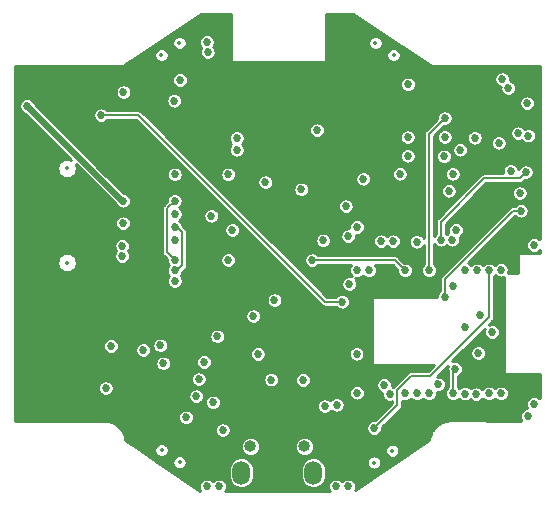
<source format=gbr>
%TF.GenerationSoftware,KiCad,Pcbnew,5.1.5+dfsg1-2~bpo10+1*%
%TF.CreationDate,Date%
%TF.ProjectId,osw,6f73772e-6b69-4636-9164-5f7063625858,3.0*%
%TF.SameCoordinates,Original*%
%TF.FileFunction,Copper,L3,Inr*%
%TF.FilePolarity,Positive*%
%FSLAX46Y46*%
G04 Gerber Fmt 4.6, Leading zero omitted, Abs format (unit mm)*
G04 Created by KiCad*
%MOMM*%
%LPD*%
G04 APERTURE LIST*
%TA.AperFunction,ViaPad*%
%ADD10O,1.500000X2.000000*%
%TD*%
%TA.AperFunction,ViaPad*%
%ADD11C,0.685800*%
%TD*%
%TA.AperFunction,Conductor*%
%ADD12C,0.200000*%
%TD*%
%TA.AperFunction,Conductor*%
%ADD13C,0.500000*%
%TD*%
%TA.AperFunction,Conductor*%
%ADD14C,0.254000*%
%TD*%
%ADD15C,0.330200*%
%ADD16C,0.350000*%
%ADD17O,0.999999X0.999999*%
%ADD18O,0.750000X1.200000*%
G04 APERTURE END LIST*
D10*
%TO.N,*%
%TO.C,U5*%
X163068000Y-128627000D03*
X156972000Y-128627000D03*
%TD*%
D11*
%TO.N,*%
X164973000Y-129794000D03*
X165989000Y-129794000D03*
X155067000Y-129794000D03*
X154051000Y-129794000D03*
X181737000Y-109347000D03*
X181229000Y-123825000D03*
X181737000Y-122809000D03*
X166116000Y-112649000D03*
X175895000Y-116332000D03*
X177165000Y-115316000D03*
X177038000Y-118491000D03*
X178181000Y-116713000D03*
X171069000Y-95758000D03*
%TO.N,/EN*%
X177927000Y-111506000D03*
X168211500Y-124841000D03*
%TO.N,+3V3*%
X176720500Y-100266500D03*
X174529903Y-104762323D03*
X175133484Y-108075740D03*
X178940111Y-111439611D03*
X159494965Y-120746635D03*
X162179000Y-120777000D03*
X154432000Y-106870500D03*
X155384500Y-125031500D03*
X159774713Y-114037287D03*
X181266618Y-100084681D03*
X181164000Y-97345500D03*
X151765000Y-95377000D03*
X146989700Y-96418400D03*
%TO.N,GND*%
X167640000Y-95123000D03*
X166497000Y-96901000D03*
X177927000Y-95250000D03*
X177927000Y-98425000D03*
X179959000Y-121920000D03*
X180657500Y-109156500D03*
X147510500Y-113093500D03*
X147599460Y-108903280D03*
X147574000Y-108204000D03*
X147793590Y-105367430D03*
X151320500Y-104457500D03*
X153924000Y-90106500D03*
X153924000Y-90932000D03*
X153924000Y-94234000D03*
X153924000Y-95250000D03*
X153924000Y-97282000D03*
X153924000Y-98234500D03*
X166052500Y-90106500D03*
X166052500Y-90868500D03*
X166052500Y-92138500D03*
X166116000Y-98298000D03*
X166116000Y-99250500D03*
X157988000Y-104038401D03*
X163696799Y-103054001D03*
X162966400Y-112148900D03*
X148336000Y-116967000D03*
X152527000Y-115570000D03*
X155087915Y-113050915D03*
X155702000Y-120015000D03*
X156210000Y-121539000D03*
X156337000Y-122936000D03*
X161290000Y-124714000D03*
X156334170Y-118241924D03*
X151511000Y-117769100D03*
X151511000Y-120538801D03*
X142367000Y-118872000D03*
X142240000Y-117475000D03*
X142621000Y-114554000D03*
X140716000Y-118364000D03*
X141732000Y-120777000D03*
X146939000Y-120396000D03*
X147828000Y-125222000D03*
X138938000Y-117602000D03*
X138811000Y-114173000D03*
X138684000Y-110871000D03*
X138684000Y-107823000D03*
X138684000Y-105537000D03*
X138811000Y-102743000D03*
X138811000Y-100330000D03*
X138684000Y-99060000D03*
X140589000Y-100838000D03*
X143764000Y-104140000D03*
X144145000Y-101346000D03*
X145288000Y-102362000D03*
X149479000Y-100965000D03*
X147828000Y-99949000D03*
X147828000Y-94869000D03*
X174371000Y-94488000D03*
X172466000Y-94361000D03*
X179451000Y-100076000D03*
X181932100Y-98552000D03*
X155575000Y-126365000D03*
X155194000Y-127889000D03*
X165481000Y-127762000D03*
X164211000Y-126111000D03*
X162814000Y-124587000D03*
X163584165Y-105291165D03*
X167259000Y-104902000D03*
X173971226Y-103249344D03*
X171386500Y-106108500D03*
X177285110Y-104902000D03*
X176149000Y-99568000D03*
X170434000Y-124841000D03*
X149225000Y-98044000D03*
X156156599Y-104701401D03*
%TO.N,/VBUS*%
X153146001Y-122166999D03*
X145930500Y-117912000D03*
%TO.N,/VBAT*%
X155859900Y-110623393D03*
X150114000Y-117856000D03*
%TO.N,Net-(D1-Pad1)*%
X153352500Y-120713500D03*
X145478500Y-121475500D03*
%TO.N,/LEDK*%
X146939000Y-105600500D03*
X138836400Y-97586800D03*
%TO.N,Net-(R5-Pad1)*%
X154047216Y-92153192D03*
%TO.N,/TX*%
X166751000Y-121856500D03*
X176847500Y-121983500D03*
%TO.N,/BTN2*%
X151282400Y-97129600D03*
X165811200Y-106077600D03*
X166014400Y-108615900D03*
X171805600Y-109067600D03*
%TO.N,/RX*%
X164020500Y-122999500D03*
X175884901Y-121930099D03*
%TO.N,/SCL*%
X177927000Y-121920000D03*
X174879000Y-112839500D03*
X180530500Y-104965500D03*
X180403500Y-99885500D03*
X179070000Y-95313500D03*
%TO.N,/SDA*%
X174879000Y-121920000D03*
X175069500Y-119824500D03*
X174180500Y-113792000D03*
X180634441Y-106449579D03*
X178750394Y-100705063D03*
X179578000Y-96075500D03*
%TO.N,/PIN_LED*%
X145097500Y-98361500D03*
X165506400Y-114147600D03*
%TO.N,/STAT_PWR*%
X154940000Y-117094000D03*
X158359016Y-118580180D03*
X153797000Y-119253000D03*
%TO.N,/MOSI*%
X178943000Y-121920000D03*
X151320500Y-107823000D03*
X151320500Y-111509197D03*
X169058651Y-121203920D03*
X173609000Y-121158000D03*
%TO.N,/MISO*%
X172847000Y-121920000D03*
X151320500Y-103378000D03*
%TO.N,/IO34*%
X174815500Y-108902500D03*
X179760600Y-103067902D03*
%TO.N,/IO35*%
X173863000Y-108902500D03*
X181046400Y-103187500D03*
%TO.N,Net-(R1-Pad2)*%
X163893500Y-108966000D03*
X151320500Y-106743500D03*
%TO.N,Net-(R15-Pad1)*%
X154559000Y-122682000D03*
X152273000Y-123952000D03*
%TO.N,/B_MON*%
X170815000Y-111506000D03*
X162966400Y-110642400D03*
%TO.N,/RTC_INT*%
X172847000Y-111506000D03*
X174180500Y-98615500D03*
%TO.N,/TFT_DC*%
X166751000Y-111506000D03*
X146875500Y-109413697D03*
%TO.N,/TFT_CS*%
X170815000Y-121920000D03*
X146875500Y-110299500D03*
%TO.N,/TFT_RST*%
X165036500Y-122872500D03*
X151320500Y-112395000D03*
%TO.N,/SD_CS*%
X151320500Y-108966000D03*
X166724090Y-118554500D03*
%TO.N,/ANT*%
X154115686Y-93036344D03*
%TO.N,/SCK*%
X171831000Y-121920000D03*
X151320500Y-110623394D03*
X151320500Y-105600500D03*
%TO.N,/VCC*%
X166751000Y-107823000D03*
X156210000Y-108077000D03*
X150368000Y-119380000D03*
X148666585Y-118250085D03*
%TO.N,/3V3_2*%
X146939000Y-107505500D03*
X162052000Y-104648000D03*
%TO.N,/GPS_RX3V3*%
X167767000Y-111506000D03*
X170383200Y-103327200D03*
%TO.N,/GPS_RX2V8*%
X167295495Y-103744695D03*
X155854400Y-103377999D03*
%TO.N,/GPS_TX3V3*%
X168783000Y-109029500D03*
X174180500Y-100203000D03*
%TO.N,/GPS_TX2V8*%
X171043600Y-100228400D03*
X156565600Y-101295200D03*
%TO.N,/GPS_FON3V3*%
X169799000Y-109029500D03*
X174117000Y-101854000D03*
%TO.N,/GPS_FON2V8*%
X171043600Y-101803200D03*
X159004000Y-104038400D03*
%TO.N,/GEO_F3V3*%
X175895000Y-111506000D03*
%TO.N,/GEO_F2V8*%
X156565600Y-100279200D03*
X174853600Y-103327200D03*
%TO.N,/3DFIX_3V3*%
X176911000Y-111506000D03*
%TO.N,/3DFIX_2V8*%
X175496500Y-101295200D03*
X163372800Y-99636300D03*
%TO.N,/SD0*%
X157988000Y-115379500D03*
X169519950Y-121960126D03*
%TD*%
D12*
%TO.N,/EN*%
X177927000Y-115486280D02*
X177927000Y-111506000D01*
X171341496Y-120442010D02*
X172971270Y-120442010D01*
X170172099Y-121611407D02*
X171341496Y-120442010D01*
X172971270Y-120442010D02*
X177927000Y-115486280D01*
X170172099Y-122880401D02*
X170172099Y-121611407D01*
X168211500Y-124841000D02*
X170172099Y-122880401D01*
D13*
%TO.N,/LEDK*%
X146850100Y-105600500D02*
X146939000Y-105600500D01*
X138836400Y-97586800D02*
X146850100Y-105600500D01*
D12*
%TO.N,/SDA*%
X174879000Y-120015000D02*
X175069500Y-119824500D01*
X174879000Y-121920000D02*
X174879000Y-120015000D01*
X174180500Y-112269006D02*
X179999927Y-106449579D01*
X179999927Y-106449579D02*
X180634441Y-106449579D01*
X174180500Y-113792000D02*
X174180500Y-112269006D01*
%TO.N,/PIN_LED*%
X164013606Y-114147600D02*
X165506400Y-114147600D01*
X148227506Y-98361500D02*
X164013606Y-114147600D01*
X145097500Y-98361500D02*
X148227506Y-98361500D01*
%TO.N,/MOSI*%
X151320500Y-107823000D02*
X151511000Y-107823000D01*
X151963401Y-108275401D02*
X151963401Y-111053599D01*
X151511000Y-107823000D02*
X151963401Y-108275401D01*
X151507803Y-111509197D02*
X151320500Y-111509197D01*
X151963401Y-111053599D02*
X151507803Y-111509197D01*
%TO.N,/IO35*%
X173863000Y-107372616D02*
X173863000Y-108417567D01*
X173863000Y-108417567D02*
X173863000Y-108902500D01*
X177524813Y-103710803D02*
X173863000Y-107372616D01*
X180523097Y-103710803D02*
X177524813Y-103710803D01*
X181046400Y-103187500D02*
X180523097Y-103710803D01*
%TO.N,/B_MON*%
X169951400Y-110642400D02*
X162966400Y-110642400D01*
X170815000Y-111506000D02*
X169951400Y-110642400D01*
%TO.N,/RTC_INT*%
X172847000Y-99949000D02*
X174180500Y-98615500D01*
X172847000Y-111506000D02*
X172847000Y-99949000D01*
%TO.N,/SCK*%
X150677599Y-106243401D02*
X151320500Y-105600500D01*
X150677599Y-109980493D02*
X150677599Y-106243401D01*
X151320500Y-110623394D02*
X150677599Y-109980493D01*
%TD*%
D14*
%TO.N,GND*%
G36*
X156123000Y-93750000D02*
G01*
X156125440Y-93774776D01*
X156132667Y-93798601D01*
X156144403Y-93820557D01*
X156160197Y-93839803D01*
X156179443Y-93855597D01*
X156201399Y-93867333D01*
X156225224Y-93874560D01*
X156250000Y-93877000D01*
X164000000Y-93877000D01*
X164024776Y-93874560D01*
X164048601Y-93867333D01*
X164070557Y-93855597D01*
X164089803Y-93839803D01*
X164105597Y-93820557D01*
X164117333Y-93798601D01*
X164124560Y-93774776D01*
X164127000Y-93750000D01*
X164127000Y-93221439D01*
X169250058Y-93221439D01*
X169250058Y-93340023D01*
X169273192Y-93456328D01*
X169318572Y-93565885D01*
X169384454Y-93664484D01*
X169468305Y-93748335D01*
X169566904Y-93814217D01*
X169676461Y-93859597D01*
X169792766Y-93882731D01*
X169911350Y-93882731D01*
X170027655Y-93859597D01*
X170137212Y-93814217D01*
X170235811Y-93748335D01*
X170319662Y-93664484D01*
X170385544Y-93565885D01*
X170430924Y-93456328D01*
X170454058Y-93340023D01*
X170454058Y-93221439D01*
X170430924Y-93105134D01*
X170385544Y-92995577D01*
X170319662Y-92896978D01*
X170235811Y-92813127D01*
X170137212Y-92747245D01*
X170027655Y-92701865D01*
X169911350Y-92678731D01*
X169792766Y-92678731D01*
X169676461Y-92701865D01*
X169566904Y-92747245D01*
X169468305Y-92813127D01*
X169384454Y-92896978D01*
X169318572Y-92995577D01*
X169273192Y-93105134D01*
X169250058Y-93221439D01*
X164127000Y-93221439D01*
X164127000Y-92191686D01*
X167723386Y-92191686D01*
X167723386Y-92310270D01*
X167746520Y-92426575D01*
X167791900Y-92536132D01*
X167857782Y-92634731D01*
X167941633Y-92718582D01*
X168040232Y-92784464D01*
X168149789Y-92829844D01*
X168266094Y-92852978D01*
X168384678Y-92852978D01*
X168500983Y-92829844D01*
X168610540Y-92784464D01*
X168709139Y-92718582D01*
X168792990Y-92634731D01*
X168858872Y-92536132D01*
X168904252Y-92426575D01*
X168927386Y-92310270D01*
X168927386Y-92191686D01*
X168904252Y-92075381D01*
X168858872Y-91965824D01*
X168792990Y-91867225D01*
X168709139Y-91783374D01*
X168610540Y-91717492D01*
X168500983Y-91672112D01*
X168384678Y-91648978D01*
X168266094Y-91648978D01*
X168149789Y-91672112D01*
X168040232Y-91717492D01*
X167941633Y-91783374D01*
X167857782Y-91867225D01*
X167791900Y-91965824D01*
X167746520Y-92075381D01*
X167723386Y-92191686D01*
X164127000Y-92191686D01*
X164127000Y-89779000D01*
X166415680Y-89779000D01*
X172934721Y-94115580D01*
X172945026Y-94124054D01*
X172957525Y-94130750D01*
X172957875Y-94130983D01*
X172969572Y-94137204D01*
X172993470Y-94150007D01*
X172993878Y-94150131D01*
X172994246Y-94150327D01*
X173019991Y-94158079D01*
X173046047Y-94166010D01*
X173046468Y-94166052D01*
X173046870Y-94166173D01*
X173073894Y-94168779D01*
X173087040Y-94170086D01*
X173087454Y-94170086D01*
X173101574Y-94171448D01*
X173114856Y-94170112D01*
X182221001Y-94178735D01*
X182221000Y-108883619D01*
X182164036Y-108826655D01*
X182054316Y-108753343D01*
X181932403Y-108702844D01*
X181802979Y-108677100D01*
X181671021Y-108677100D01*
X181541597Y-108702844D01*
X181419684Y-108753343D01*
X181309964Y-108826655D01*
X181216655Y-108919964D01*
X181143343Y-109029684D01*
X181092844Y-109151597D01*
X181067100Y-109281021D01*
X181067100Y-109412979D01*
X181092844Y-109542403D01*
X181143343Y-109664316D01*
X181216655Y-109774036D01*
X181309964Y-109867345D01*
X181419684Y-109940657D01*
X181541597Y-109991156D01*
X181671021Y-110016900D01*
X181802979Y-110016900D01*
X181932403Y-109991156D01*
X182054316Y-109940657D01*
X182164036Y-109867345D01*
X182221000Y-109810381D01*
X182221000Y-110041813D01*
X180551766Y-110040420D01*
X180527022Y-110042833D01*
X180503190Y-110050033D01*
X180481220Y-110061745D01*
X180461957Y-110077518D01*
X180446142Y-110096745D01*
X180434381Y-110118689D01*
X180427128Y-110142505D01*
X180424660Y-110167279D01*
X180422962Y-111696500D01*
X179558798Y-111696500D01*
X179584267Y-111635014D01*
X179610011Y-111505590D01*
X179610011Y-111373632D01*
X179584267Y-111244208D01*
X179533768Y-111122295D01*
X179460456Y-111012575D01*
X179367147Y-110919266D01*
X179257427Y-110845954D01*
X179135514Y-110795455D01*
X179006090Y-110769711D01*
X178874132Y-110769711D01*
X178744708Y-110795455D01*
X178622795Y-110845954D01*
X178513075Y-110919266D01*
X178419766Y-111012575D01*
X178404221Y-111035840D01*
X178354036Y-110985655D01*
X178244316Y-110912343D01*
X178122403Y-110861844D01*
X177992979Y-110836100D01*
X177861021Y-110836100D01*
X177731597Y-110861844D01*
X177609684Y-110912343D01*
X177499964Y-110985655D01*
X177419000Y-111066619D01*
X177338036Y-110985655D01*
X177228316Y-110912343D01*
X177106403Y-110861844D01*
X176976979Y-110836100D01*
X176845021Y-110836100D01*
X176715597Y-110861844D01*
X176593684Y-110912343D01*
X176483964Y-110985655D01*
X176403000Y-111066619D01*
X176322036Y-110985655D01*
X176212316Y-110912343D01*
X176161910Y-110891464D01*
X180145428Y-106907947D01*
X180207405Y-106969924D01*
X180317125Y-107043236D01*
X180439038Y-107093735D01*
X180568462Y-107119479D01*
X180700420Y-107119479D01*
X180829844Y-107093735D01*
X180951757Y-107043236D01*
X181061477Y-106969924D01*
X181154786Y-106876615D01*
X181228098Y-106766895D01*
X181278597Y-106644982D01*
X181304341Y-106515558D01*
X181304341Y-106383600D01*
X181278597Y-106254176D01*
X181228098Y-106132263D01*
X181154786Y-106022543D01*
X181061477Y-105929234D01*
X180951757Y-105855922D01*
X180829844Y-105805423D01*
X180700420Y-105779679D01*
X180568462Y-105779679D01*
X180439038Y-105805423D01*
X180317125Y-105855922D01*
X180207405Y-105929234D01*
X180114096Y-106022543D01*
X180114072Y-106022579D01*
X180020894Y-106022579D01*
X179999927Y-106020514D01*
X179978960Y-106022579D01*
X179978949Y-106022579D01*
X179916220Y-106028757D01*
X179854464Y-106047491D01*
X179835730Y-106053174D01*
X179761550Y-106092823D01*
X179712826Y-106132811D01*
X179712822Y-106132815D01*
X179696532Y-106146184D01*
X179683163Y-106162474D01*
X173893396Y-111952242D01*
X173877106Y-111965611D01*
X173863737Y-111981901D01*
X173863732Y-111981906D01*
X173823745Y-112030630D01*
X173784096Y-112104810D01*
X173761561Y-112179097D01*
X173759679Y-112185300D01*
X173751435Y-112269006D01*
X173753501Y-112289983D01*
X173753500Y-113271631D01*
X173753464Y-113271655D01*
X173660155Y-113364964D01*
X173586843Y-113474684D01*
X173536344Y-113596597D01*
X173510600Y-113726021D01*
X173510600Y-113792000D01*
X168148000Y-113792000D01*
X168123224Y-113794440D01*
X168099399Y-113801667D01*
X168077443Y-113813403D01*
X168058197Y-113829197D01*
X168042403Y-113848443D01*
X168030667Y-113870399D01*
X168023440Y-113894224D01*
X168021000Y-113919000D01*
X168021000Y-119380000D01*
X168023440Y-119404776D01*
X168030667Y-119428601D01*
X168042403Y-119450557D01*
X168058197Y-119469803D01*
X168077443Y-119485597D01*
X168099399Y-119497333D01*
X168123224Y-119504560D01*
X168148000Y-119507000D01*
X173302412Y-119507000D01*
X172794402Y-120015010D01*
X171362462Y-120015010D01*
X171341495Y-120012945D01*
X171320528Y-120015010D01*
X171320518Y-120015010D01*
X171257789Y-120021188D01*
X171177300Y-120045605D01*
X171169265Y-120049900D01*
X171103119Y-120085255D01*
X171054395Y-120125242D01*
X171054391Y-120125246D01*
X171038101Y-120138615D01*
X171024732Y-120154905D01*
X169884994Y-121294644D01*
X169868705Y-121308012D01*
X169855336Y-121324302D01*
X169855331Y-121324307D01*
X169824925Y-121361357D01*
X169719080Y-121317514D01*
X169728551Y-121269899D01*
X169728551Y-121137941D01*
X169702807Y-121008517D01*
X169652308Y-120886604D01*
X169578996Y-120776884D01*
X169485687Y-120683575D01*
X169375967Y-120610263D01*
X169254054Y-120559764D01*
X169124630Y-120534020D01*
X168992672Y-120534020D01*
X168863248Y-120559764D01*
X168741335Y-120610263D01*
X168631615Y-120683575D01*
X168538306Y-120776884D01*
X168464994Y-120886604D01*
X168414495Y-121008517D01*
X168388751Y-121137941D01*
X168388751Y-121269899D01*
X168414495Y-121399323D01*
X168464994Y-121521236D01*
X168538306Y-121630956D01*
X168631615Y-121724265D01*
X168741335Y-121797577D01*
X168859521Y-121846532D01*
X168850050Y-121894147D01*
X168850050Y-122026105D01*
X168875794Y-122155529D01*
X168926293Y-122277442D01*
X168999605Y-122387162D01*
X169092914Y-122480471D01*
X169202634Y-122553783D01*
X169324547Y-122604282D01*
X169453971Y-122630026D01*
X169585929Y-122630026D01*
X169715353Y-122604282D01*
X169745099Y-122591960D01*
X169745099Y-122703532D01*
X168277523Y-124171109D01*
X168277479Y-124171100D01*
X168145521Y-124171100D01*
X168016097Y-124196844D01*
X167894184Y-124247343D01*
X167784464Y-124320655D01*
X167691155Y-124413964D01*
X167617843Y-124523684D01*
X167567344Y-124645597D01*
X167541600Y-124775021D01*
X167541600Y-124906979D01*
X167567344Y-125036403D01*
X167617843Y-125158316D01*
X167691155Y-125268036D01*
X167784464Y-125361345D01*
X167894184Y-125434657D01*
X168016097Y-125485156D01*
X168145521Y-125510900D01*
X168277479Y-125510900D01*
X168406903Y-125485156D01*
X168528816Y-125434657D01*
X168638536Y-125361345D01*
X168731845Y-125268036D01*
X168805157Y-125158316D01*
X168855656Y-125036403D01*
X168881400Y-124906979D01*
X168881400Y-124775021D01*
X168881391Y-124774977D01*
X170459205Y-123197164D01*
X170475494Y-123183796D01*
X170488863Y-123167506D01*
X170488867Y-123167502D01*
X170528855Y-123118778D01*
X170568503Y-123044598D01*
X170568504Y-123044597D01*
X170592921Y-122964108D01*
X170599099Y-122901379D01*
X170599099Y-122901368D01*
X170601164Y-122880401D01*
X170599099Y-122859434D01*
X170599099Y-122555665D01*
X170619597Y-122564156D01*
X170749021Y-122589900D01*
X170880979Y-122589900D01*
X171010403Y-122564156D01*
X171132316Y-122513657D01*
X171242036Y-122440345D01*
X171323000Y-122359381D01*
X171403964Y-122440345D01*
X171513684Y-122513657D01*
X171635597Y-122564156D01*
X171765021Y-122589900D01*
X171896979Y-122589900D01*
X172026403Y-122564156D01*
X172148316Y-122513657D01*
X172258036Y-122440345D01*
X172339000Y-122359381D01*
X172419964Y-122440345D01*
X172529684Y-122513657D01*
X172651597Y-122564156D01*
X172781021Y-122589900D01*
X172912979Y-122589900D01*
X173042403Y-122564156D01*
X173164316Y-122513657D01*
X173274036Y-122440345D01*
X173367345Y-122347036D01*
X173440657Y-122237316D01*
X173491156Y-122115403D01*
X173516900Y-121985979D01*
X173516900Y-121854021D01*
X173510414Y-121821414D01*
X173543021Y-121827900D01*
X173674979Y-121827900D01*
X173804403Y-121802156D01*
X173926316Y-121751657D01*
X174036036Y-121678345D01*
X174129345Y-121585036D01*
X174202657Y-121475316D01*
X174253156Y-121353403D01*
X174278900Y-121223979D01*
X174278900Y-121092021D01*
X174253156Y-120962597D01*
X174202657Y-120840684D01*
X174129345Y-120730964D01*
X174036036Y-120637655D01*
X173926316Y-120564343D01*
X173804403Y-120513844D01*
X173674979Y-120488100D01*
X173543021Y-120488100D01*
X173525579Y-120491570D01*
X174451715Y-119565433D01*
X174425344Y-119629097D01*
X174399600Y-119758521D01*
X174399600Y-119890479D01*
X174425344Y-120019903D01*
X174452001Y-120084257D01*
X174452000Y-121399631D01*
X174451964Y-121399655D01*
X174358655Y-121492964D01*
X174285343Y-121602684D01*
X174234844Y-121724597D01*
X174209100Y-121854021D01*
X174209100Y-121985979D01*
X174234844Y-122115403D01*
X174285343Y-122237316D01*
X174358655Y-122347036D01*
X174451964Y-122440345D01*
X174561684Y-122513657D01*
X174683597Y-122564156D01*
X174813021Y-122589900D01*
X174944979Y-122589900D01*
X175074403Y-122564156D01*
X175196316Y-122513657D01*
X175306036Y-122440345D01*
X175376901Y-122369480D01*
X175457865Y-122450444D01*
X175567585Y-122523756D01*
X175689498Y-122574255D01*
X175818922Y-122599999D01*
X175950880Y-122599999D01*
X176080304Y-122574255D01*
X176202217Y-122523756D01*
X176311937Y-122450444D01*
X176339500Y-122422881D01*
X176420464Y-122503845D01*
X176530184Y-122577157D01*
X176652097Y-122627656D01*
X176781521Y-122653400D01*
X176913479Y-122653400D01*
X177042903Y-122627656D01*
X177164816Y-122577157D01*
X177274536Y-122503845D01*
X177367845Y-122410536D01*
X177408824Y-122349205D01*
X177499964Y-122440345D01*
X177609684Y-122513657D01*
X177731597Y-122564156D01*
X177861021Y-122589900D01*
X177992979Y-122589900D01*
X178122403Y-122564156D01*
X178244316Y-122513657D01*
X178354036Y-122440345D01*
X178435000Y-122359381D01*
X178515964Y-122440345D01*
X178625684Y-122513657D01*
X178747597Y-122564156D01*
X178877021Y-122589900D01*
X179008979Y-122589900D01*
X179138403Y-122564156D01*
X179260316Y-122513657D01*
X179370036Y-122440345D01*
X179463345Y-122347036D01*
X179536657Y-122237316D01*
X179587156Y-122115403D01*
X179612900Y-121985979D01*
X179612900Y-121854021D01*
X179587156Y-121724597D01*
X179536657Y-121602684D01*
X179463345Y-121492964D01*
X179370036Y-121399655D01*
X179260316Y-121326343D01*
X179138403Y-121275844D01*
X179008979Y-121250100D01*
X178877021Y-121250100D01*
X178747597Y-121275844D01*
X178625684Y-121326343D01*
X178515964Y-121399655D01*
X178435000Y-121480619D01*
X178354036Y-121399655D01*
X178244316Y-121326343D01*
X178122403Y-121275844D01*
X177992979Y-121250100D01*
X177861021Y-121250100D01*
X177731597Y-121275844D01*
X177609684Y-121326343D01*
X177499964Y-121399655D01*
X177406655Y-121492964D01*
X177365676Y-121554295D01*
X177274536Y-121463155D01*
X177164816Y-121389843D01*
X177042903Y-121339344D01*
X176913479Y-121313600D01*
X176781521Y-121313600D01*
X176652097Y-121339344D01*
X176530184Y-121389843D01*
X176420464Y-121463155D01*
X176392901Y-121490718D01*
X176311937Y-121409754D01*
X176202217Y-121336442D01*
X176080304Y-121285943D01*
X175950880Y-121260199D01*
X175818922Y-121260199D01*
X175689498Y-121285943D01*
X175567585Y-121336442D01*
X175457865Y-121409754D01*
X175387000Y-121480619D01*
X175306036Y-121399655D01*
X175306000Y-121399631D01*
X175306000Y-120451633D01*
X175386816Y-120418157D01*
X175496536Y-120344845D01*
X175589845Y-120251536D01*
X175663157Y-120141816D01*
X175713656Y-120019903D01*
X175739400Y-119890479D01*
X175739400Y-119758521D01*
X175713656Y-119629097D01*
X175663157Y-119507184D01*
X175589845Y-119397464D01*
X175496536Y-119304155D01*
X175386816Y-119230843D01*
X175264903Y-119180344D01*
X175135479Y-119154600D01*
X175003521Y-119154600D01*
X174874097Y-119180344D01*
X174810434Y-119206715D01*
X175592127Y-118425021D01*
X176368100Y-118425021D01*
X176368100Y-118556979D01*
X176393844Y-118686403D01*
X176444343Y-118808316D01*
X176517655Y-118918036D01*
X176610964Y-119011345D01*
X176720684Y-119084657D01*
X176842597Y-119135156D01*
X176972021Y-119160900D01*
X177103979Y-119160900D01*
X177233403Y-119135156D01*
X177355316Y-119084657D01*
X177465036Y-119011345D01*
X177558345Y-118918036D01*
X177631657Y-118808316D01*
X177682156Y-118686403D01*
X177707900Y-118556979D01*
X177707900Y-118425021D01*
X177682156Y-118295597D01*
X177631657Y-118173684D01*
X177558345Y-118063964D01*
X177465036Y-117970655D01*
X177355316Y-117897343D01*
X177233403Y-117846844D01*
X177103979Y-117821100D01*
X176972021Y-117821100D01*
X176842597Y-117846844D01*
X176720684Y-117897343D01*
X176610964Y-117970655D01*
X176517655Y-118063964D01*
X176444343Y-118173684D01*
X176393844Y-118295597D01*
X176368100Y-118425021D01*
X175592127Y-118425021D01*
X177563214Y-116453934D01*
X177536844Y-116517597D01*
X177511100Y-116647021D01*
X177511100Y-116778979D01*
X177536844Y-116908403D01*
X177587343Y-117030316D01*
X177660655Y-117140036D01*
X177753964Y-117233345D01*
X177863684Y-117306657D01*
X177985597Y-117357156D01*
X178115021Y-117382900D01*
X178246979Y-117382900D01*
X178376403Y-117357156D01*
X178498316Y-117306657D01*
X178608036Y-117233345D01*
X178701345Y-117140036D01*
X178774657Y-117030316D01*
X178825156Y-116908403D01*
X178850900Y-116778979D01*
X178850900Y-116647021D01*
X178825156Y-116517597D01*
X178774657Y-116395684D01*
X178701345Y-116285964D01*
X178608036Y-116192655D01*
X178498316Y-116119343D01*
X178376403Y-116068844D01*
X178246979Y-116043100D01*
X178115021Y-116043100D01*
X177985597Y-116068844D01*
X177921935Y-116095214D01*
X178214107Y-115803042D01*
X178230395Y-115789675D01*
X178243764Y-115773385D01*
X178243768Y-115773381D01*
X178283756Y-115724657D01*
X178323405Y-115650477D01*
X178329088Y-115631743D01*
X178347822Y-115569987D01*
X178354000Y-115507258D01*
X178354000Y-115507247D01*
X178356065Y-115486280D01*
X178354000Y-115465313D01*
X178354000Y-112026369D01*
X178354036Y-112026345D01*
X178447345Y-111933036D01*
X178462890Y-111909771D01*
X178513075Y-111959956D01*
X178622795Y-112033268D01*
X178744708Y-112083767D01*
X178874132Y-112109511D01*
X179006090Y-112109511D01*
X179135514Y-112083767D01*
X179197000Y-112058298D01*
X179197000Y-120142000D01*
X179199440Y-120166776D01*
X179206667Y-120190601D01*
X179218403Y-120212557D01*
X179234197Y-120231803D01*
X179253443Y-120247597D01*
X179275399Y-120259333D01*
X179299224Y-120266560D01*
X179324000Y-120269000D01*
X182221001Y-120269000D01*
X182221001Y-122345620D01*
X182164036Y-122288655D01*
X182054316Y-122215343D01*
X181932403Y-122164844D01*
X181802979Y-122139100D01*
X181671021Y-122139100D01*
X181541597Y-122164844D01*
X181419684Y-122215343D01*
X181309964Y-122288655D01*
X181216655Y-122381964D01*
X181143343Y-122491684D01*
X181092844Y-122613597D01*
X181067100Y-122743021D01*
X181067100Y-122874979D01*
X181092844Y-123004403D01*
X181143343Y-123126316D01*
X181162628Y-123155178D01*
X181033597Y-123180844D01*
X180911684Y-123231343D01*
X180801964Y-123304655D01*
X180708655Y-123397964D01*
X180635343Y-123507684D01*
X180584844Y-123629597D01*
X180559100Y-123759021D01*
X180559100Y-123890979D01*
X180584844Y-124020403D01*
X180635343Y-124142316D01*
X180685659Y-124217620D01*
X174649924Y-124206375D01*
X174636711Y-124207652D01*
X174627174Y-124207585D01*
X174623297Y-124207965D01*
X174327494Y-124239055D01*
X174302699Y-124244145D01*
X174277883Y-124248879D01*
X174274154Y-124250005D01*
X173990023Y-124337959D01*
X173966760Y-124347738D01*
X173943266Y-124357230D01*
X173939827Y-124359059D01*
X173678191Y-124500525D01*
X173657212Y-124514676D01*
X173636067Y-124528512D01*
X173633049Y-124530974D01*
X173403873Y-124720563D01*
X173386060Y-124738501D01*
X173367987Y-124756199D01*
X173365510Y-124759195D01*
X173365505Y-124759200D01*
X173365501Y-124759205D01*
X173177518Y-124989695D01*
X173163536Y-125010741D01*
X173149238Y-125031622D01*
X173147385Y-125035049D01*
X173007749Y-125297667D01*
X172998108Y-125321058D01*
X172988152Y-125344287D01*
X172987000Y-125348008D01*
X172901032Y-125632747D01*
X172896125Y-125657530D01*
X172890862Y-125682288D01*
X172890455Y-125686162D01*
X172874221Y-125851732D01*
X166584988Y-130105688D01*
X166633156Y-129989403D01*
X166658900Y-129859979D01*
X166658900Y-129728021D01*
X166633156Y-129598597D01*
X166582657Y-129476684D01*
X166509345Y-129366964D01*
X166416036Y-129273655D01*
X166306316Y-129200343D01*
X166184403Y-129149844D01*
X166054979Y-129124100D01*
X165923021Y-129124100D01*
X165793597Y-129149844D01*
X165671684Y-129200343D01*
X165561964Y-129273655D01*
X165481000Y-129354619D01*
X165400036Y-129273655D01*
X165290316Y-129200343D01*
X165168403Y-129149844D01*
X165038979Y-129124100D01*
X164907021Y-129124100D01*
X164777597Y-129149844D01*
X164655684Y-129200343D01*
X164545964Y-129273655D01*
X164452655Y-129366964D01*
X164379343Y-129476684D01*
X164328844Y-129598597D01*
X164303100Y-129728021D01*
X164303100Y-129859979D01*
X164328844Y-129989403D01*
X164379343Y-130111316D01*
X164452631Y-130221000D01*
X155587369Y-130221000D01*
X155660657Y-130111316D01*
X155711156Y-129989403D01*
X155736900Y-129859979D01*
X155736900Y-129728021D01*
X155711156Y-129598597D01*
X155660657Y-129476684D01*
X155587345Y-129366964D01*
X155494036Y-129273655D01*
X155384316Y-129200343D01*
X155262403Y-129149844D01*
X155132979Y-129124100D01*
X155001021Y-129124100D01*
X154871597Y-129149844D01*
X154749684Y-129200343D01*
X154639964Y-129273655D01*
X154559000Y-129354619D01*
X154478036Y-129273655D01*
X154368316Y-129200343D01*
X154246403Y-129149844D01*
X154116979Y-129124100D01*
X153985021Y-129124100D01*
X153855597Y-129149844D01*
X153733684Y-129200343D01*
X153623964Y-129273655D01*
X153530655Y-129366964D01*
X153457343Y-129476684D01*
X153406844Y-129598597D01*
X153381100Y-129728021D01*
X153381100Y-129859979D01*
X153406844Y-129989403D01*
X153457343Y-130111316D01*
X153485745Y-130153823D01*
X149836548Y-127691830D01*
X151138014Y-127691830D01*
X151138014Y-127810414D01*
X151161148Y-127926719D01*
X151206528Y-128036276D01*
X151272410Y-128134875D01*
X151356261Y-128218726D01*
X151454860Y-128284608D01*
X151564417Y-128329988D01*
X151680722Y-128353122D01*
X151799306Y-128353122D01*
X151915611Y-128329988D01*
X151929845Y-128324092D01*
X155895000Y-128324092D01*
X155895000Y-128929909D01*
X155910583Y-129088129D01*
X155972167Y-129291144D01*
X156072175Y-129478244D01*
X156206762Y-129642239D01*
X156370757Y-129776826D01*
X156557857Y-129876833D01*
X156760872Y-129938417D01*
X156972000Y-129959211D01*
X157183129Y-129938417D01*
X157386144Y-129876833D01*
X157573244Y-129776826D01*
X157737239Y-129642239D01*
X157871826Y-129478244D01*
X157971833Y-129291143D01*
X158033417Y-129088128D01*
X158049000Y-128929908D01*
X158049000Y-128324092D01*
X161991000Y-128324092D01*
X161991000Y-128929909D01*
X162006583Y-129088129D01*
X162068167Y-129291144D01*
X162168175Y-129478244D01*
X162302762Y-129642239D01*
X162466757Y-129776826D01*
X162653857Y-129876833D01*
X162856872Y-129938417D01*
X163068000Y-129959211D01*
X163279129Y-129938417D01*
X163482144Y-129876833D01*
X163669244Y-129776826D01*
X163833239Y-129642239D01*
X163967826Y-129478244D01*
X164067833Y-129291143D01*
X164129417Y-129088128D01*
X164145000Y-128929908D01*
X164145000Y-128324091D01*
X164129417Y-128165871D01*
X164067833Y-127962856D01*
X163967826Y-127775756D01*
X163916716Y-127713477D01*
X167598066Y-127713477D01*
X167598066Y-127832061D01*
X167621200Y-127948366D01*
X167666580Y-128057923D01*
X167732462Y-128156522D01*
X167816313Y-128240373D01*
X167914912Y-128306255D01*
X168024469Y-128351635D01*
X168140774Y-128374769D01*
X168259358Y-128374769D01*
X168375663Y-128351635D01*
X168485220Y-128306255D01*
X168583819Y-128240373D01*
X168667670Y-128156522D01*
X168733552Y-128057923D01*
X168778932Y-127948366D01*
X168802066Y-127832061D01*
X168802066Y-127713477D01*
X168778932Y-127597172D01*
X168733552Y-127487615D01*
X168667670Y-127389016D01*
X168583819Y-127305165D01*
X168485220Y-127239283D01*
X168375663Y-127193903D01*
X168259358Y-127170769D01*
X168140774Y-127170769D01*
X168024469Y-127193903D01*
X167914912Y-127239283D01*
X167816313Y-127305165D01*
X167732462Y-127389016D01*
X167666580Y-127487615D01*
X167621200Y-127597172D01*
X167598066Y-127713477D01*
X163916716Y-127713477D01*
X163833239Y-127611761D01*
X163669244Y-127477174D01*
X163482143Y-127377167D01*
X163279128Y-127315583D01*
X163068000Y-127294789D01*
X162856871Y-127315583D01*
X162653856Y-127377167D01*
X162466756Y-127477174D01*
X162302761Y-127611761D01*
X162168174Y-127775756D01*
X162068167Y-127962857D01*
X162006583Y-128165872D01*
X161991000Y-128324092D01*
X158049000Y-128324092D01*
X158049000Y-128324091D01*
X158033417Y-128165871D01*
X157971833Y-127962856D01*
X157871826Y-127775756D01*
X157737239Y-127611761D01*
X157573244Y-127477174D01*
X157386143Y-127377167D01*
X157183128Y-127315583D01*
X156972000Y-127294789D01*
X156760871Y-127315583D01*
X156557856Y-127377167D01*
X156370756Y-127477174D01*
X156206761Y-127611761D01*
X156072174Y-127775756D01*
X155972167Y-127962857D01*
X155910583Y-128165872D01*
X155895000Y-128324092D01*
X151929845Y-128324092D01*
X152025168Y-128284608D01*
X152123767Y-128218726D01*
X152207618Y-128134875D01*
X152273500Y-128036276D01*
X152318880Y-127926719D01*
X152342014Y-127810414D01*
X152342014Y-127691830D01*
X152318880Y-127575525D01*
X152273500Y-127465968D01*
X152207618Y-127367369D01*
X152123767Y-127283518D01*
X152025168Y-127217636D01*
X151915611Y-127172256D01*
X151799306Y-127149122D01*
X151680722Y-127149122D01*
X151564417Y-127172256D01*
X151454860Y-127217636D01*
X151356261Y-127283518D01*
X151272410Y-127367369D01*
X151206528Y-127465968D01*
X151161148Y-127575525D01*
X151138014Y-127691830D01*
X149836548Y-127691830D01*
X148310235Y-126662077D01*
X149611342Y-126662077D01*
X149611342Y-126780661D01*
X149634476Y-126896966D01*
X149679856Y-127006523D01*
X149745738Y-127105122D01*
X149829589Y-127188973D01*
X149928188Y-127254855D01*
X150037745Y-127300235D01*
X150154050Y-127323369D01*
X150272634Y-127323369D01*
X150388939Y-127300235D01*
X150498496Y-127254855D01*
X150597095Y-127188973D01*
X150680946Y-127105122D01*
X150746828Y-127006523D01*
X150792208Y-126896966D01*
X150815342Y-126780661D01*
X150815342Y-126662077D01*
X150792208Y-126545772D01*
X150746828Y-126436215D01*
X150680946Y-126337616D01*
X150666378Y-126323048D01*
X156907000Y-126323048D01*
X156907000Y-126485952D01*
X156938782Y-126645727D01*
X157001123Y-126796231D01*
X157091628Y-126931681D01*
X157206819Y-127046872D01*
X157342269Y-127137377D01*
X157492773Y-127199718D01*
X157652548Y-127231500D01*
X157815452Y-127231500D01*
X157975227Y-127199718D01*
X158125731Y-127137377D01*
X158261181Y-127046872D01*
X158376372Y-126931681D01*
X158466877Y-126796231D01*
X158529218Y-126645727D01*
X158561000Y-126485952D01*
X158561000Y-126323048D01*
X161479000Y-126323048D01*
X161479000Y-126485952D01*
X161510782Y-126645727D01*
X161573123Y-126796231D01*
X161663628Y-126931681D01*
X161778819Y-127046872D01*
X161914269Y-127137377D01*
X162064773Y-127199718D01*
X162224548Y-127231500D01*
X162387452Y-127231500D01*
X162547227Y-127199718D01*
X162697731Y-127137377D01*
X162833181Y-127046872D01*
X162948372Y-126931681D01*
X163038877Y-126796231D01*
X163074378Y-126710524D01*
X169142478Y-126710524D01*
X169142478Y-126829108D01*
X169165612Y-126945413D01*
X169210992Y-127054970D01*
X169276874Y-127153569D01*
X169360725Y-127237420D01*
X169459324Y-127303302D01*
X169568881Y-127348682D01*
X169685186Y-127371816D01*
X169803770Y-127371816D01*
X169920075Y-127348682D01*
X170029632Y-127303302D01*
X170128231Y-127237420D01*
X170212082Y-127153569D01*
X170277964Y-127054970D01*
X170323344Y-126945413D01*
X170346478Y-126829108D01*
X170346478Y-126710524D01*
X170323344Y-126594219D01*
X170277964Y-126484662D01*
X170212082Y-126386063D01*
X170128231Y-126302212D01*
X170029632Y-126236330D01*
X169920075Y-126190950D01*
X169803770Y-126167816D01*
X169685186Y-126167816D01*
X169568881Y-126190950D01*
X169459324Y-126236330D01*
X169360725Y-126302212D01*
X169276874Y-126386063D01*
X169210992Y-126484662D01*
X169165612Y-126594219D01*
X169142478Y-126710524D01*
X163074378Y-126710524D01*
X163101218Y-126645727D01*
X163133000Y-126485952D01*
X163133000Y-126323048D01*
X163101218Y-126163273D01*
X163038877Y-126012769D01*
X162948372Y-125877319D01*
X162833181Y-125762128D01*
X162697731Y-125671623D01*
X162547227Y-125609282D01*
X162387452Y-125577500D01*
X162224548Y-125577500D01*
X162064773Y-125609282D01*
X161914269Y-125671623D01*
X161778819Y-125762128D01*
X161663628Y-125877319D01*
X161573123Y-126012769D01*
X161510782Y-126163273D01*
X161479000Y-126323048D01*
X158561000Y-126323048D01*
X158529218Y-126163273D01*
X158466877Y-126012769D01*
X158376372Y-125877319D01*
X158261181Y-125762128D01*
X158125731Y-125671623D01*
X157975227Y-125609282D01*
X157815452Y-125577500D01*
X157652548Y-125577500D01*
X157492773Y-125609282D01*
X157342269Y-125671623D01*
X157206819Y-125762128D01*
X157091628Y-125877319D01*
X157001123Y-126012769D01*
X156938782Y-126163273D01*
X156907000Y-126323048D01*
X150666378Y-126323048D01*
X150597095Y-126253765D01*
X150498496Y-126187883D01*
X150388939Y-126142503D01*
X150272634Y-126119369D01*
X150154050Y-126119369D01*
X150037745Y-126142503D01*
X149928188Y-126187883D01*
X149829589Y-126253765D01*
X149745738Y-126337616D01*
X149679856Y-126436215D01*
X149634476Y-126545772D01*
X149611342Y-126662077D01*
X148310235Y-126662077D01*
X147127839Y-125864354D01*
X147109145Y-125686494D01*
X147104055Y-125661699D01*
X147099321Y-125636883D01*
X147098195Y-125633154D01*
X147010241Y-125349023D01*
X147000462Y-125325760D01*
X146990970Y-125302266D01*
X146989141Y-125298827D01*
X146847675Y-125037191D01*
X146833524Y-125016212D01*
X146819688Y-124995067D01*
X146817226Y-124992049D01*
X146795281Y-124965521D01*
X154714600Y-124965521D01*
X154714600Y-125097479D01*
X154740344Y-125226903D01*
X154790843Y-125348816D01*
X154864155Y-125458536D01*
X154957464Y-125551845D01*
X155067184Y-125625157D01*
X155189097Y-125675656D01*
X155318521Y-125701400D01*
X155450479Y-125701400D01*
X155579903Y-125675656D01*
X155701816Y-125625157D01*
X155811536Y-125551845D01*
X155904845Y-125458536D01*
X155978157Y-125348816D01*
X156028656Y-125226903D01*
X156054400Y-125097479D01*
X156054400Y-124965521D01*
X156028656Y-124836097D01*
X155978157Y-124714184D01*
X155904845Y-124604464D01*
X155811536Y-124511155D01*
X155701816Y-124437843D01*
X155579903Y-124387344D01*
X155450479Y-124361600D01*
X155318521Y-124361600D01*
X155189097Y-124387344D01*
X155067184Y-124437843D01*
X154957464Y-124511155D01*
X154864155Y-124604464D01*
X154790843Y-124714184D01*
X154740344Y-124836097D01*
X154714600Y-124965521D01*
X146795281Y-124965521D01*
X146627637Y-124762873D01*
X146609699Y-124745060D01*
X146592001Y-124726987D01*
X146589005Y-124724510D01*
X146589000Y-124724505D01*
X146588995Y-124724501D01*
X146358505Y-124536518D01*
X146337459Y-124522536D01*
X146316578Y-124508238D01*
X146313151Y-124506385D01*
X146050533Y-124366749D01*
X146027142Y-124357108D01*
X146003913Y-124347152D01*
X146000192Y-124346000D01*
X145715453Y-124260032D01*
X145690670Y-124255125D01*
X145665912Y-124249862D01*
X145662038Y-124249455D01*
X145366025Y-124220432D01*
X145366016Y-124220432D01*
X145352428Y-124219097D01*
X137779000Y-124220933D01*
X137779000Y-123886021D01*
X151603100Y-123886021D01*
X151603100Y-124017979D01*
X151628844Y-124147403D01*
X151679343Y-124269316D01*
X151752655Y-124379036D01*
X151845964Y-124472345D01*
X151955684Y-124545657D01*
X152077597Y-124596156D01*
X152207021Y-124621900D01*
X152338979Y-124621900D01*
X152468403Y-124596156D01*
X152590316Y-124545657D01*
X152700036Y-124472345D01*
X152793345Y-124379036D01*
X152866657Y-124269316D01*
X152917156Y-124147403D01*
X152942900Y-124017979D01*
X152942900Y-123886021D01*
X152917156Y-123756597D01*
X152866657Y-123634684D01*
X152793345Y-123524964D01*
X152700036Y-123431655D01*
X152590316Y-123358343D01*
X152468403Y-123307844D01*
X152338979Y-123282100D01*
X152207021Y-123282100D01*
X152077597Y-123307844D01*
X151955684Y-123358343D01*
X151845964Y-123431655D01*
X151752655Y-123524964D01*
X151679343Y-123634684D01*
X151628844Y-123756597D01*
X151603100Y-123886021D01*
X137779000Y-123886021D01*
X137779000Y-121409521D01*
X144808600Y-121409521D01*
X144808600Y-121541479D01*
X144834344Y-121670903D01*
X144884843Y-121792816D01*
X144958155Y-121902536D01*
X145051464Y-121995845D01*
X145161184Y-122069157D01*
X145283097Y-122119656D01*
X145412521Y-122145400D01*
X145544479Y-122145400D01*
X145673903Y-122119656D01*
X145718893Y-122101020D01*
X152476101Y-122101020D01*
X152476101Y-122232978D01*
X152501845Y-122362402D01*
X152552344Y-122484315D01*
X152625656Y-122594035D01*
X152718965Y-122687344D01*
X152828685Y-122760656D01*
X152950598Y-122811155D01*
X153080022Y-122836899D01*
X153211980Y-122836899D01*
X153341404Y-122811155D01*
X153463317Y-122760656D01*
X153573037Y-122687344D01*
X153644360Y-122616021D01*
X153889100Y-122616021D01*
X153889100Y-122747979D01*
X153914844Y-122877403D01*
X153965343Y-122999316D01*
X154038655Y-123109036D01*
X154131964Y-123202345D01*
X154241684Y-123275657D01*
X154363597Y-123326156D01*
X154493021Y-123351900D01*
X154624979Y-123351900D01*
X154754403Y-123326156D01*
X154876316Y-123275657D01*
X154986036Y-123202345D01*
X155079345Y-123109036D01*
X155152657Y-122999316D01*
X155179910Y-122933521D01*
X163350600Y-122933521D01*
X163350600Y-123065479D01*
X163376344Y-123194903D01*
X163426843Y-123316816D01*
X163500155Y-123426536D01*
X163593464Y-123519845D01*
X163703184Y-123593157D01*
X163825097Y-123643656D01*
X163954521Y-123669400D01*
X164086479Y-123669400D01*
X164215903Y-123643656D01*
X164337816Y-123593157D01*
X164447536Y-123519845D01*
X164540845Y-123426536D01*
X164581824Y-123365205D01*
X164609464Y-123392845D01*
X164719184Y-123466157D01*
X164841097Y-123516656D01*
X164970521Y-123542400D01*
X165102479Y-123542400D01*
X165231903Y-123516656D01*
X165353816Y-123466157D01*
X165463536Y-123392845D01*
X165556845Y-123299536D01*
X165630157Y-123189816D01*
X165680656Y-123067903D01*
X165706400Y-122938479D01*
X165706400Y-122806521D01*
X165680656Y-122677097D01*
X165630157Y-122555184D01*
X165556845Y-122445464D01*
X165463536Y-122352155D01*
X165353816Y-122278843D01*
X165231903Y-122228344D01*
X165102479Y-122202600D01*
X164970521Y-122202600D01*
X164841097Y-122228344D01*
X164719184Y-122278843D01*
X164609464Y-122352155D01*
X164516155Y-122445464D01*
X164475176Y-122506795D01*
X164447536Y-122479155D01*
X164337816Y-122405843D01*
X164215903Y-122355344D01*
X164086479Y-122329600D01*
X163954521Y-122329600D01*
X163825097Y-122355344D01*
X163703184Y-122405843D01*
X163593464Y-122479155D01*
X163500155Y-122572464D01*
X163426843Y-122682184D01*
X163376344Y-122804097D01*
X163350600Y-122933521D01*
X155179910Y-122933521D01*
X155203156Y-122877403D01*
X155228900Y-122747979D01*
X155228900Y-122616021D01*
X155203156Y-122486597D01*
X155152657Y-122364684D01*
X155079345Y-122254964D01*
X154986036Y-122161655D01*
X154876316Y-122088343D01*
X154754403Y-122037844D01*
X154624979Y-122012100D01*
X154493021Y-122012100D01*
X154363597Y-122037844D01*
X154241684Y-122088343D01*
X154131964Y-122161655D01*
X154038655Y-122254964D01*
X153965343Y-122364684D01*
X153914844Y-122486597D01*
X153889100Y-122616021D01*
X153644360Y-122616021D01*
X153666346Y-122594035D01*
X153739658Y-122484315D01*
X153790157Y-122362402D01*
X153815901Y-122232978D01*
X153815901Y-122101020D01*
X153790157Y-121971596D01*
X153739658Y-121849683D01*
X153700128Y-121790521D01*
X166081100Y-121790521D01*
X166081100Y-121922479D01*
X166106844Y-122051903D01*
X166157343Y-122173816D01*
X166230655Y-122283536D01*
X166323964Y-122376845D01*
X166433684Y-122450157D01*
X166555597Y-122500656D01*
X166685021Y-122526400D01*
X166816979Y-122526400D01*
X166946403Y-122500656D01*
X167068316Y-122450157D01*
X167178036Y-122376845D01*
X167271345Y-122283536D01*
X167344657Y-122173816D01*
X167395156Y-122051903D01*
X167420900Y-121922479D01*
X167420900Y-121790521D01*
X167395156Y-121661097D01*
X167344657Y-121539184D01*
X167271345Y-121429464D01*
X167178036Y-121336155D01*
X167068316Y-121262843D01*
X166946403Y-121212344D01*
X166816979Y-121186600D01*
X166685021Y-121186600D01*
X166555597Y-121212344D01*
X166433684Y-121262843D01*
X166323964Y-121336155D01*
X166230655Y-121429464D01*
X166157343Y-121539184D01*
X166106844Y-121661097D01*
X166081100Y-121790521D01*
X153700128Y-121790521D01*
X153666346Y-121739963D01*
X153573037Y-121646654D01*
X153463317Y-121573342D01*
X153341404Y-121522843D01*
X153211980Y-121497099D01*
X153080022Y-121497099D01*
X152950598Y-121522843D01*
X152828685Y-121573342D01*
X152718965Y-121646654D01*
X152625656Y-121739963D01*
X152552344Y-121849683D01*
X152501845Y-121971596D01*
X152476101Y-122101020D01*
X145718893Y-122101020D01*
X145795816Y-122069157D01*
X145905536Y-121995845D01*
X145998845Y-121902536D01*
X146072157Y-121792816D01*
X146122656Y-121670903D01*
X146148400Y-121541479D01*
X146148400Y-121409521D01*
X146122656Y-121280097D01*
X146072157Y-121158184D01*
X145998845Y-121048464D01*
X145905536Y-120955155D01*
X145795816Y-120881843D01*
X145673903Y-120831344D01*
X145544479Y-120805600D01*
X145412521Y-120805600D01*
X145283097Y-120831344D01*
X145161184Y-120881843D01*
X145051464Y-120955155D01*
X144958155Y-121048464D01*
X144884843Y-121158184D01*
X144834344Y-121280097D01*
X144808600Y-121409521D01*
X137779000Y-121409521D01*
X137779000Y-120647521D01*
X152682600Y-120647521D01*
X152682600Y-120779479D01*
X152708344Y-120908903D01*
X152758843Y-121030816D01*
X152832155Y-121140536D01*
X152925464Y-121233845D01*
X153035184Y-121307157D01*
X153157097Y-121357656D01*
X153286521Y-121383400D01*
X153418479Y-121383400D01*
X153547903Y-121357656D01*
X153669816Y-121307157D01*
X153779536Y-121233845D01*
X153872845Y-121140536D01*
X153946157Y-121030816D01*
X153996656Y-120908903D01*
X154022400Y-120779479D01*
X154022400Y-120680656D01*
X158825065Y-120680656D01*
X158825065Y-120812614D01*
X158850809Y-120942038D01*
X158901308Y-121063951D01*
X158974620Y-121173671D01*
X159067929Y-121266980D01*
X159177649Y-121340292D01*
X159299562Y-121390791D01*
X159428986Y-121416535D01*
X159560944Y-121416535D01*
X159690368Y-121390791D01*
X159812281Y-121340292D01*
X159922001Y-121266980D01*
X160015310Y-121173671D01*
X160088622Y-121063951D01*
X160139121Y-120942038D01*
X160164865Y-120812614D01*
X160164865Y-120711021D01*
X161509100Y-120711021D01*
X161509100Y-120842979D01*
X161534844Y-120972403D01*
X161585343Y-121094316D01*
X161658655Y-121204036D01*
X161751964Y-121297345D01*
X161861684Y-121370657D01*
X161983597Y-121421156D01*
X162113021Y-121446900D01*
X162244979Y-121446900D01*
X162374403Y-121421156D01*
X162496316Y-121370657D01*
X162606036Y-121297345D01*
X162699345Y-121204036D01*
X162772657Y-121094316D01*
X162823156Y-120972403D01*
X162848900Y-120842979D01*
X162848900Y-120711021D01*
X162823156Y-120581597D01*
X162772657Y-120459684D01*
X162699345Y-120349964D01*
X162606036Y-120256655D01*
X162496316Y-120183343D01*
X162374403Y-120132844D01*
X162244979Y-120107100D01*
X162113021Y-120107100D01*
X161983597Y-120132844D01*
X161861684Y-120183343D01*
X161751964Y-120256655D01*
X161658655Y-120349964D01*
X161585343Y-120459684D01*
X161534844Y-120581597D01*
X161509100Y-120711021D01*
X160164865Y-120711021D01*
X160164865Y-120680656D01*
X160139121Y-120551232D01*
X160088622Y-120429319D01*
X160015310Y-120319599D01*
X159922001Y-120226290D01*
X159812281Y-120152978D01*
X159690368Y-120102479D01*
X159560944Y-120076735D01*
X159428986Y-120076735D01*
X159299562Y-120102479D01*
X159177649Y-120152978D01*
X159067929Y-120226290D01*
X158974620Y-120319599D01*
X158901308Y-120429319D01*
X158850809Y-120551232D01*
X158825065Y-120680656D01*
X154022400Y-120680656D01*
X154022400Y-120647521D01*
X153996656Y-120518097D01*
X153946157Y-120396184D01*
X153872845Y-120286464D01*
X153779536Y-120193155D01*
X153669816Y-120119843D01*
X153547903Y-120069344D01*
X153418479Y-120043600D01*
X153286521Y-120043600D01*
X153157097Y-120069344D01*
X153035184Y-120119843D01*
X152925464Y-120193155D01*
X152832155Y-120286464D01*
X152758843Y-120396184D01*
X152708344Y-120518097D01*
X152682600Y-120647521D01*
X137779000Y-120647521D01*
X137779000Y-119314021D01*
X149698100Y-119314021D01*
X149698100Y-119445979D01*
X149723844Y-119575403D01*
X149774343Y-119697316D01*
X149847655Y-119807036D01*
X149940964Y-119900345D01*
X150050684Y-119973657D01*
X150172597Y-120024156D01*
X150302021Y-120049900D01*
X150433979Y-120049900D01*
X150563403Y-120024156D01*
X150685316Y-119973657D01*
X150795036Y-119900345D01*
X150888345Y-119807036D01*
X150961657Y-119697316D01*
X151012156Y-119575403D01*
X151037900Y-119445979D01*
X151037900Y-119314021D01*
X151012639Y-119187021D01*
X153127100Y-119187021D01*
X153127100Y-119318979D01*
X153152844Y-119448403D01*
X153203343Y-119570316D01*
X153276655Y-119680036D01*
X153369964Y-119773345D01*
X153479684Y-119846657D01*
X153601597Y-119897156D01*
X153731021Y-119922900D01*
X153862979Y-119922900D01*
X153992403Y-119897156D01*
X154114316Y-119846657D01*
X154224036Y-119773345D01*
X154317345Y-119680036D01*
X154390657Y-119570316D01*
X154441156Y-119448403D01*
X154466900Y-119318979D01*
X154466900Y-119187021D01*
X154441156Y-119057597D01*
X154390657Y-118935684D01*
X154317345Y-118825964D01*
X154224036Y-118732655D01*
X154114316Y-118659343D01*
X153992403Y-118608844D01*
X153862979Y-118583100D01*
X153731021Y-118583100D01*
X153601597Y-118608844D01*
X153479684Y-118659343D01*
X153369964Y-118732655D01*
X153276655Y-118825964D01*
X153203343Y-118935684D01*
X153152844Y-119057597D01*
X153127100Y-119187021D01*
X151012639Y-119187021D01*
X151012156Y-119184597D01*
X150961657Y-119062684D01*
X150888345Y-118952964D01*
X150795036Y-118859655D01*
X150685316Y-118786343D01*
X150563403Y-118735844D01*
X150433979Y-118710100D01*
X150302021Y-118710100D01*
X150172597Y-118735844D01*
X150050684Y-118786343D01*
X149940964Y-118859655D01*
X149847655Y-118952964D01*
X149774343Y-119062684D01*
X149723844Y-119184597D01*
X149698100Y-119314021D01*
X137779000Y-119314021D01*
X137779000Y-117846021D01*
X145260600Y-117846021D01*
X145260600Y-117977979D01*
X145286344Y-118107403D01*
X145336843Y-118229316D01*
X145410155Y-118339036D01*
X145503464Y-118432345D01*
X145613184Y-118505657D01*
X145735097Y-118556156D01*
X145864521Y-118581900D01*
X145996479Y-118581900D01*
X146125903Y-118556156D01*
X146247816Y-118505657D01*
X146357536Y-118432345D01*
X146450845Y-118339036D01*
X146524157Y-118229316D01*
X146542883Y-118184106D01*
X147996685Y-118184106D01*
X147996685Y-118316064D01*
X148022429Y-118445488D01*
X148072928Y-118567401D01*
X148146240Y-118677121D01*
X148239549Y-118770430D01*
X148349269Y-118843742D01*
X148471182Y-118894241D01*
X148600606Y-118919985D01*
X148732564Y-118919985D01*
X148861988Y-118894241D01*
X148983901Y-118843742D01*
X149093621Y-118770430D01*
X149186930Y-118677121D01*
X149260242Y-118567401D01*
X149310741Y-118445488D01*
X149336485Y-118316064D01*
X149336485Y-118184106D01*
X149310741Y-118054682D01*
X149260242Y-117932769D01*
X149186930Y-117823049D01*
X149153902Y-117790021D01*
X149444100Y-117790021D01*
X149444100Y-117921979D01*
X149469844Y-118051403D01*
X149520343Y-118173316D01*
X149593655Y-118283036D01*
X149686964Y-118376345D01*
X149796684Y-118449657D01*
X149918597Y-118500156D01*
X150048021Y-118525900D01*
X150179979Y-118525900D01*
X150238793Y-118514201D01*
X157689116Y-118514201D01*
X157689116Y-118646159D01*
X157714860Y-118775583D01*
X157765359Y-118897496D01*
X157838671Y-119007216D01*
X157931980Y-119100525D01*
X158041700Y-119173837D01*
X158163613Y-119224336D01*
X158293037Y-119250080D01*
X158424995Y-119250080D01*
X158554419Y-119224336D01*
X158676332Y-119173837D01*
X158786052Y-119100525D01*
X158879361Y-119007216D01*
X158952673Y-118897496D01*
X159003172Y-118775583D01*
X159028916Y-118646159D01*
X159028916Y-118514201D01*
X159023808Y-118488521D01*
X166054190Y-118488521D01*
X166054190Y-118620479D01*
X166079934Y-118749903D01*
X166130433Y-118871816D01*
X166203745Y-118981536D01*
X166297054Y-119074845D01*
X166406774Y-119148157D01*
X166528687Y-119198656D01*
X166658111Y-119224400D01*
X166790069Y-119224400D01*
X166919493Y-119198656D01*
X167041406Y-119148157D01*
X167151126Y-119074845D01*
X167244435Y-118981536D01*
X167317747Y-118871816D01*
X167368246Y-118749903D01*
X167393990Y-118620479D01*
X167393990Y-118488521D01*
X167368246Y-118359097D01*
X167317747Y-118237184D01*
X167244435Y-118127464D01*
X167151126Y-118034155D01*
X167041406Y-117960843D01*
X166919493Y-117910344D01*
X166790069Y-117884600D01*
X166658111Y-117884600D01*
X166528687Y-117910344D01*
X166406774Y-117960843D01*
X166297054Y-118034155D01*
X166203745Y-118127464D01*
X166130433Y-118237184D01*
X166079934Y-118359097D01*
X166054190Y-118488521D01*
X159023808Y-118488521D01*
X159003172Y-118384777D01*
X158952673Y-118262864D01*
X158879361Y-118153144D01*
X158786052Y-118059835D01*
X158676332Y-117986523D01*
X158554419Y-117936024D01*
X158424995Y-117910280D01*
X158293037Y-117910280D01*
X158163613Y-117936024D01*
X158041700Y-117986523D01*
X157931980Y-118059835D01*
X157838671Y-118153144D01*
X157765359Y-118262864D01*
X157714860Y-118384777D01*
X157689116Y-118514201D01*
X150238793Y-118514201D01*
X150309403Y-118500156D01*
X150431316Y-118449657D01*
X150541036Y-118376345D01*
X150634345Y-118283036D01*
X150707657Y-118173316D01*
X150758156Y-118051403D01*
X150783900Y-117921979D01*
X150783900Y-117790021D01*
X150758156Y-117660597D01*
X150707657Y-117538684D01*
X150634345Y-117428964D01*
X150541036Y-117335655D01*
X150431316Y-117262343D01*
X150309403Y-117211844D01*
X150179979Y-117186100D01*
X150048021Y-117186100D01*
X149918597Y-117211844D01*
X149796684Y-117262343D01*
X149686964Y-117335655D01*
X149593655Y-117428964D01*
X149520343Y-117538684D01*
X149469844Y-117660597D01*
X149444100Y-117790021D01*
X149153902Y-117790021D01*
X149093621Y-117729740D01*
X148983901Y-117656428D01*
X148861988Y-117605929D01*
X148732564Y-117580185D01*
X148600606Y-117580185D01*
X148471182Y-117605929D01*
X148349269Y-117656428D01*
X148239549Y-117729740D01*
X148146240Y-117823049D01*
X148072928Y-117932769D01*
X148022429Y-118054682D01*
X147996685Y-118184106D01*
X146542883Y-118184106D01*
X146574656Y-118107403D01*
X146600400Y-117977979D01*
X146600400Y-117846021D01*
X146574656Y-117716597D01*
X146524157Y-117594684D01*
X146450845Y-117484964D01*
X146357536Y-117391655D01*
X146247816Y-117318343D01*
X146125903Y-117267844D01*
X145996479Y-117242100D01*
X145864521Y-117242100D01*
X145735097Y-117267844D01*
X145613184Y-117318343D01*
X145503464Y-117391655D01*
X145410155Y-117484964D01*
X145336843Y-117594684D01*
X145286344Y-117716597D01*
X145260600Y-117846021D01*
X137779000Y-117846021D01*
X137779000Y-117028021D01*
X154270100Y-117028021D01*
X154270100Y-117159979D01*
X154295844Y-117289403D01*
X154346343Y-117411316D01*
X154419655Y-117521036D01*
X154512964Y-117614345D01*
X154622684Y-117687657D01*
X154744597Y-117738156D01*
X154874021Y-117763900D01*
X155005979Y-117763900D01*
X155135403Y-117738156D01*
X155257316Y-117687657D01*
X155367036Y-117614345D01*
X155460345Y-117521036D01*
X155533657Y-117411316D01*
X155584156Y-117289403D01*
X155609900Y-117159979D01*
X155609900Y-117028021D01*
X155584156Y-116898597D01*
X155533657Y-116776684D01*
X155460345Y-116666964D01*
X155367036Y-116573655D01*
X155257316Y-116500343D01*
X155135403Y-116449844D01*
X155005979Y-116424100D01*
X154874021Y-116424100D01*
X154744597Y-116449844D01*
X154622684Y-116500343D01*
X154512964Y-116573655D01*
X154419655Y-116666964D01*
X154346343Y-116776684D01*
X154295844Y-116898597D01*
X154270100Y-117028021D01*
X137779000Y-117028021D01*
X137779000Y-115313521D01*
X157318100Y-115313521D01*
X157318100Y-115445479D01*
X157343844Y-115574903D01*
X157394343Y-115696816D01*
X157467655Y-115806536D01*
X157560964Y-115899845D01*
X157670684Y-115973157D01*
X157792597Y-116023656D01*
X157922021Y-116049400D01*
X158053979Y-116049400D01*
X158183403Y-116023656D01*
X158305316Y-115973157D01*
X158415036Y-115899845D01*
X158508345Y-115806536D01*
X158581657Y-115696816D01*
X158632156Y-115574903D01*
X158657900Y-115445479D01*
X158657900Y-115313521D01*
X158632156Y-115184097D01*
X158581657Y-115062184D01*
X158508345Y-114952464D01*
X158415036Y-114859155D01*
X158305316Y-114785843D01*
X158183403Y-114735344D01*
X158053979Y-114709600D01*
X157922021Y-114709600D01*
X157792597Y-114735344D01*
X157670684Y-114785843D01*
X157560964Y-114859155D01*
X157467655Y-114952464D01*
X157394343Y-115062184D01*
X157343844Y-115184097D01*
X157318100Y-115313521D01*
X137779000Y-115313521D01*
X137779000Y-113971308D01*
X159104813Y-113971308D01*
X159104813Y-114103266D01*
X159130557Y-114232690D01*
X159181056Y-114354603D01*
X159254368Y-114464323D01*
X159347677Y-114557632D01*
X159457397Y-114630944D01*
X159579310Y-114681443D01*
X159708734Y-114707187D01*
X159840692Y-114707187D01*
X159970116Y-114681443D01*
X160092029Y-114630944D01*
X160201749Y-114557632D01*
X160295058Y-114464323D01*
X160368370Y-114354603D01*
X160418869Y-114232690D01*
X160444613Y-114103266D01*
X160444613Y-113971308D01*
X160418869Y-113841884D01*
X160368370Y-113719971D01*
X160295058Y-113610251D01*
X160201749Y-113516942D01*
X160092029Y-113443630D01*
X159970116Y-113393131D01*
X159840692Y-113367387D01*
X159708734Y-113367387D01*
X159579310Y-113393131D01*
X159457397Y-113443630D01*
X159347677Y-113516942D01*
X159254368Y-113610251D01*
X159181056Y-113719971D01*
X159130557Y-113841884D01*
X159104813Y-113971308D01*
X137779000Y-113971308D01*
X137779000Y-110768548D01*
X141373000Y-110768548D01*
X141373000Y-110931452D01*
X141404782Y-111091227D01*
X141467123Y-111241731D01*
X141557628Y-111377181D01*
X141672819Y-111492372D01*
X141808269Y-111582877D01*
X141958773Y-111645218D01*
X142118548Y-111677000D01*
X142281452Y-111677000D01*
X142441227Y-111645218D01*
X142591731Y-111582877D01*
X142727181Y-111492372D01*
X142842372Y-111377181D01*
X142932877Y-111241731D01*
X142995218Y-111091227D01*
X143027000Y-110931452D01*
X143027000Y-110768548D01*
X142995218Y-110608773D01*
X142932877Y-110458269D01*
X142842372Y-110322819D01*
X142727181Y-110207628D01*
X142591731Y-110117123D01*
X142441227Y-110054782D01*
X142281452Y-110023000D01*
X142118548Y-110023000D01*
X141958773Y-110054782D01*
X141808269Y-110117123D01*
X141672819Y-110207628D01*
X141557628Y-110322819D01*
X141467123Y-110458269D01*
X141404782Y-110608773D01*
X141373000Y-110768548D01*
X137779000Y-110768548D01*
X137779000Y-109347718D01*
X146205600Y-109347718D01*
X146205600Y-109479676D01*
X146231344Y-109609100D01*
X146281843Y-109731013D01*
X146355155Y-109840733D01*
X146371021Y-109856599D01*
X146355155Y-109872464D01*
X146281843Y-109982184D01*
X146231344Y-110104097D01*
X146205600Y-110233521D01*
X146205600Y-110365479D01*
X146231344Y-110494903D01*
X146281843Y-110616816D01*
X146355155Y-110726536D01*
X146448464Y-110819845D01*
X146558184Y-110893157D01*
X146680097Y-110943656D01*
X146809521Y-110969400D01*
X146941479Y-110969400D01*
X147070903Y-110943656D01*
X147192816Y-110893157D01*
X147302536Y-110819845D01*
X147395845Y-110726536D01*
X147469157Y-110616816D01*
X147519656Y-110494903D01*
X147545400Y-110365479D01*
X147545400Y-110233521D01*
X147519656Y-110104097D01*
X147469157Y-109982184D01*
X147395845Y-109872464D01*
X147379980Y-109856599D01*
X147395845Y-109840733D01*
X147469157Y-109731013D01*
X147519656Y-109609100D01*
X147545400Y-109479676D01*
X147545400Y-109347718D01*
X147519656Y-109218294D01*
X147469157Y-109096381D01*
X147395845Y-108986661D01*
X147302536Y-108893352D01*
X147192816Y-108820040D01*
X147070903Y-108769541D01*
X146941479Y-108743797D01*
X146809521Y-108743797D01*
X146680097Y-108769541D01*
X146558184Y-108820040D01*
X146448464Y-108893352D01*
X146355155Y-108986661D01*
X146281843Y-109096381D01*
X146231344Y-109218294D01*
X146205600Y-109347718D01*
X137779000Y-109347718D01*
X137779000Y-107439521D01*
X146269100Y-107439521D01*
X146269100Y-107571479D01*
X146294844Y-107700903D01*
X146345343Y-107822816D01*
X146418655Y-107932536D01*
X146511964Y-108025845D01*
X146621684Y-108099157D01*
X146743597Y-108149656D01*
X146873021Y-108175400D01*
X147004979Y-108175400D01*
X147134403Y-108149656D01*
X147256316Y-108099157D01*
X147366036Y-108025845D01*
X147459345Y-107932536D01*
X147532657Y-107822816D01*
X147583156Y-107700903D01*
X147608900Y-107571479D01*
X147608900Y-107439521D01*
X147583156Y-107310097D01*
X147532657Y-107188184D01*
X147459345Y-107078464D01*
X147366036Y-106985155D01*
X147256316Y-106911843D01*
X147134403Y-106861344D01*
X147004979Y-106835600D01*
X146873021Y-106835600D01*
X146743597Y-106861344D01*
X146621684Y-106911843D01*
X146511964Y-106985155D01*
X146418655Y-107078464D01*
X146345343Y-107188184D01*
X146294844Y-107310097D01*
X146269100Y-107439521D01*
X137779000Y-107439521D01*
X137779000Y-97520821D01*
X138166500Y-97520821D01*
X138166500Y-97652779D01*
X138192244Y-97782203D01*
X138242743Y-97904116D01*
X138316055Y-98013836D01*
X138409364Y-98107145D01*
X138519084Y-98180457D01*
X138640997Y-98230956D01*
X138670404Y-98236806D01*
X142555865Y-102122267D01*
X142441227Y-102074782D01*
X142281452Y-102043000D01*
X142118548Y-102043000D01*
X141958773Y-102074782D01*
X141808269Y-102137123D01*
X141672819Y-102227628D01*
X141557628Y-102342819D01*
X141467123Y-102478269D01*
X141404782Y-102628773D01*
X141373000Y-102788548D01*
X141373000Y-102951452D01*
X141404782Y-103111227D01*
X141467123Y-103261731D01*
X141557628Y-103397181D01*
X141672819Y-103512372D01*
X141808269Y-103602877D01*
X141958773Y-103665218D01*
X142118548Y-103697000D01*
X142281452Y-103697000D01*
X142441227Y-103665218D01*
X142591731Y-103602877D01*
X142727181Y-103512372D01*
X142842372Y-103397181D01*
X142932877Y-103261731D01*
X142995218Y-103111227D01*
X143027000Y-102951452D01*
X143027000Y-102788548D01*
X142995218Y-102628773D01*
X142947733Y-102514135D01*
X146341050Y-105907452D01*
X146345343Y-105917816D01*
X146418655Y-106027536D01*
X146511964Y-106120845D01*
X146621684Y-106194157D01*
X146743597Y-106244656D01*
X146873021Y-106270400D01*
X147004979Y-106270400D01*
X147134403Y-106244656D01*
X147137432Y-106243401D01*
X150248534Y-106243401D01*
X150250600Y-106264378D01*
X150250599Y-109959526D01*
X150248534Y-109980493D01*
X150250599Y-110001460D01*
X150250599Y-110001470D01*
X150256777Y-110064199D01*
X150281194Y-110144688D01*
X150287109Y-110155754D01*
X150320844Y-110218869D01*
X150360831Y-110267593D01*
X150374204Y-110283888D01*
X150390499Y-110297261D01*
X150650609Y-110557372D01*
X150650600Y-110557415D01*
X150650600Y-110689373D01*
X150676344Y-110818797D01*
X150726843Y-110940710D01*
X150800155Y-111050430D01*
X150816021Y-111066296D01*
X150800155Y-111082161D01*
X150726843Y-111191881D01*
X150676344Y-111313794D01*
X150650600Y-111443218D01*
X150650600Y-111575176D01*
X150676344Y-111704600D01*
X150726843Y-111826513D01*
X150800155Y-111936233D01*
X150816021Y-111952099D01*
X150800155Y-111967964D01*
X150726843Y-112077684D01*
X150676344Y-112199597D01*
X150650600Y-112329021D01*
X150650600Y-112460979D01*
X150676344Y-112590403D01*
X150726843Y-112712316D01*
X150800155Y-112822036D01*
X150893464Y-112915345D01*
X151003184Y-112988657D01*
X151125097Y-113039156D01*
X151254521Y-113064900D01*
X151386479Y-113064900D01*
X151515903Y-113039156D01*
X151637816Y-112988657D01*
X151747536Y-112915345D01*
X151840845Y-112822036D01*
X151914157Y-112712316D01*
X151964656Y-112590403D01*
X151990400Y-112460979D01*
X151990400Y-112329021D01*
X151964656Y-112199597D01*
X151914157Y-112077684D01*
X151840845Y-111967964D01*
X151824980Y-111952099D01*
X151840845Y-111936233D01*
X151914157Y-111826513D01*
X151964656Y-111704600D01*
X151976671Y-111644198D01*
X152250506Y-111370363D01*
X152266796Y-111356994D01*
X152280165Y-111340704D01*
X152280169Y-111340700D01*
X152320156Y-111291976D01*
X152350045Y-111236057D01*
X152359806Y-111217795D01*
X152384223Y-111137306D01*
X152390401Y-111074577D01*
X152390401Y-111074566D01*
X152392466Y-111053599D01*
X152390401Y-111032632D01*
X152390401Y-110557414D01*
X155190000Y-110557414D01*
X155190000Y-110689372D01*
X155215744Y-110818796D01*
X155266243Y-110940709D01*
X155339555Y-111050429D01*
X155432864Y-111143738D01*
X155542584Y-111217050D01*
X155664497Y-111267549D01*
X155793921Y-111293293D01*
X155925879Y-111293293D01*
X156055303Y-111267549D01*
X156177216Y-111217050D01*
X156286936Y-111143738D01*
X156380245Y-111050429D01*
X156453557Y-110940709D01*
X156504056Y-110818796D01*
X156529800Y-110689372D01*
X156529800Y-110557414D01*
X156504056Y-110427990D01*
X156453557Y-110306077D01*
X156380245Y-110196357D01*
X156286936Y-110103048D01*
X156177216Y-110029736D01*
X156055303Y-109979237D01*
X155925879Y-109953493D01*
X155793921Y-109953493D01*
X155664497Y-109979237D01*
X155542584Y-110029736D01*
X155432864Y-110103048D01*
X155339555Y-110196357D01*
X155266243Y-110306077D01*
X155215744Y-110427990D01*
X155190000Y-110557414D01*
X152390401Y-110557414D01*
X152390401Y-108296368D01*
X152392466Y-108275401D01*
X152390401Y-108254434D01*
X152390401Y-108254423D01*
X152384223Y-108191694D01*
X152360706Y-108114172D01*
X152359806Y-108111204D01*
X152320157Y-108037024D01*
X152298817Y-108011021D01*
X155540100Y-108011021D01*
X155540100Y-108142979D01*
X155565844Y-108272403D01*
X155616343Y-108394316D01*
X155689655Y-108504036D01*
X155782964Y-108597345D01*
X155892684Y-108670657D01*
X156014597Y-108721156D01*
X156144021Y-108746900D01*
X156275979Y-108746900D01*
X156405403Y-108721156D01*
X156527316Y-108670657D01*
X156637036Y-108597345D01*
X156730345Y-108504036D01*
X156803657Y-108394316D01*
X156854156Y-108272403D01*
X156879900Y-108142979D01*
X156879900Y-108011021D01*
X156854156Y-107881597D01*
X156803657Y-107759684D01*
X156730345Y-107649964D01*
X156637036Y-107556655D01*
X156527316Y-107483343D01*
X156405403Y-107432844D01*
X156275979Y-107407100D01*
X156144021Y-107407100D01*
X156014597Y-107432844D01*
X155892684Y-107483343D01*
X155782964Y-107556655D01*
X155689655Y-107649964D01*
X155616343Y-107759684D01*
X155565844Y-107881597D01*
X155540100Y-108011021D01*
X152298817Y-108011021D01*
X152280169Y-107988300D01*
X152280165Y-107988296D01*
X152266796Y-107972006D01*
X152250507Y-107958638D01*
X151975877Y-107684009D01*
X151964656Y-107627597D01*
X151914157Y-107505684D01*
X151840845Y-107395964D01*
X151747536Y-107302655D01*
X151718494Y-107283250D01*
X151747536Y-107263845D01*
X151840845Y-107170536D01*
X151914157Y-107060816D01*
X151964656Y-106938903D01*
X151990400Y-106809479D01*
X151990400Y-106804521D01*
X153762100Y-106804521D01*
X153762100Y-106936479D01*
X153787844Y-107065903D01*
X153838343Y-107187816D01*
X153911655Y-107297536D01*
X154004964Y-107390845D01*
X154114684Y-107464157D01*
X154236597Y-107514656D01*
X154366021Y-107540400D01*
X154497979Y-107540400D01*
X154627403Y-107514656D01*
X154749316Y-107464157D01*
X154859036Y-107390845D01*
X154952345Y-107297536D01*
X155025657Y-107187816D01*
X155076156Y-107065903D01*
X155101900Y-106936479D01*
X155101900Y-106804521D01*
X155076156Y-106675097D01*
X155025657Y-106553184D01*
X154952345Y-106443464D01*
X154859036Y-106350155D01*
X154749316Y-106276843D01*
X154627403Y-106226344D01*
X154497979Y-106200600D01*
X154366021Y-106200600D01*
X154236597Y-106226344D01*
X154114684Y-106276843D01*
X154004964Y-106350155D01*
X153911655Y-106443464D01*
X153838343Y-106553184D01*
X153787844Y-106675097D01*
X153762100Y-106804521D01*
X151990400Y-106804521D01*
X151990400Y-106677521D01*
X151964656Y-106548097D01*
X151914157Y-106426184D01*
X151840845Y-106316464D01*
X151747536Y-106223155D01*
X151670977Y-106172000D01*
X151747536Y-106120845D01*
X151840845Y-106027536D01*
X151914157Y-105917816D01*
X151964656Y-105795903D01*
X151990400Y-105666479D01*
X151990400Y-105534521D01*
X151964656Y-105405097D01*
X151914157Y-105283184D01*
X151840845Y-105173464D01*
X151747536Y-105080155D01*
X151637816Y-105006843D01*
X151515903Y-104956344D01*
X151386479Y-104930600D01*
X151254521Y-104930600D01*
X151125097Y-104956344D01*
X151003184Y-105006843D01*
X150893464Y-105080155D01*
X150800155Y-105173464D01*
X150726843Y-105283184D01*
X150676344Y-105405097D01*
X150650600Y-105534521D01*
X150650600Y-105666479D01*
X150650609Y-105666522D01*
X150390494Y-105926638D01*
X150374205Y-105940006D01*
X150360836Y-105956296D01*
X150360831Y-105956301D01*
X150320844Y-106005025D01*
X150284191Y-106073600D01*
X150281195Y-106079205D01*
X150259767Y-106149843D01*
X150256778Y-106159695D01*
X150248534Y-106243401D01*
X147137432Y-106243401D01*
X147256316Y-106194157D01*
X147366036Y-106120845D01*
X147459345Y-106027536D01*
X147532657Y-105917816D01*
X147583156Y-105795903D01*
X147608900Y-105666479D01*
X147608900Y-105534521D01*
X147583156Y-105405097D01*
X147532657Y-105283184D01*
X147459345Y-105173464D01*
X147366036Y-105080155D01*
X147256316Y-105006843D01*
X147134403Y-104956344D01*
X147004979Y-104930600D01*
X146996202Y-104930600D01*
X145377623Y-103312021D01*
X150650600Y-103312021D01*
X150650600Y-103443979D01*
X150676344Y-103573403D01*
X150726843Y-103695316D01*
X150800155Y-103805036D01*
X150893464Y-103898345D01*
X151003184Y-103971657D01*
X151125097Y-104022156D01*
X151254521Y-104047900D01*
X151386479Y-104047900D01*
X151515903Y-104022156D01*
X151637816Y-103971657D01*
X151747536Y-103898345D01*
X151840845Y-103805036D01*
X151914157Y-103695316D01*
X151964656Y-103573403D01*
X151990400Y-103443979D01*
X151990400Y-103312021D01*
X151964656Y-103182597D01*
X151914157Y-103060684D01*
X151840845Y-102950964D01*
X151747536Y-102857655D01*
X151637816Y-102784343D01*
X151515903Y-102733844D01*
X151386479Y-102708100D01*
X151254521Y-102708100D01*
X151125097Y-102733844D01*
X151003184Y-102784343D01*
X150893464Y-102857655D01*
X150800155Y-102950964D01*
X150726843Y-103060684D01*
X150676344Y-103182597D01*
X150650600Y-103312021D01*
X145377623Y-103312021D01*
X140361123Y-98295521D01*
X144427600Y-98295521D01*
X144427600Y-98427479D01*
X144453344Y-98556903D01*
X144503843Y-98678816D01*
X144577155Y-98788536D01*
X144670464Y-98881845D01*
X144780184Y-98955157D01*
X144902097Y-99005656D01*
X145031521Y-99031400D01*
X145163479Y-99031400D01*
X145292903Y-99005656D01*
X145414816Y-98955157D01*
X145524536Y-98881845D01*
X145617845Y-98788536D01*
X145617869Y-98788500D01*
X148050638Y-98788500D01*
X163696842Y-114434705D01*
X163710211Y-114450995D01*
X163726501Y-114464364D01*
X163726505Y-114464368D01*
X163775229Y-114504356D01*
X163832144Y-114534776D01*
X163849410Y-114544005D01*
X163929899Y-114568422D01*
X163992628Y-114574600D01*
X163992639Y-114574600D01*
X164013606Y-114576665D01*
X164034573Y-114574600D01*
X164986031Y-114574600D01*
X164986055Y-114574636D01*
X165079364Y-114667945D01*
X165189084Y-114741257D01*
X165310997Y-114791756D01*
X165440421Y-114817500D01*
X165572379Y-114817500D01*
X165701803Y-114791756D01*
X165823716Y-114741257D01*
X165933436Y-114667945D01*
X166026745Y-114574636D01*
X166100057Y-114464916D01*
X166150556Y-114343003D01*
X166176300Y-114213579D01*
X166176300Y-114081621D01*
X166150556Y-113952197D01*
X166100057Y-113830284D01*
X166026745Y-113720564D01*
X165933436Y-113627255D01*
X165823716Y-113553943D01*
X165701803Y-113503444D01*
X165572379Y-113477700D01*
X165440421Y-113477700D01*
X165310997Y-113503444D01*
X165189084Y-113553943D01*
X165079364Y-113627255D01*
X164986055Y-113720564D01*
X164986031Y-113720600D01*
X164190475Y-113720600D01*
X161046296Y-110576421D01*
X162296500Y-110576421D01*
X162296500Y-110708379D01*
X162322244Y-110837803D01*
X162372743Y-110959716D01*
X162446055Y-111069436D01*
X162539364Y-111162745D01*
X162649084Y-111236057D01*
X162770997Y-111286556D01*
X162900421Y-111312300D01*
X163032379Y-111312300D01*
X163161803Y-111286556D01*
X163283716Y-111236057D01*
X163393436Y-111162745D01*
X163486745Y-111069436D01*
X163486769Y-111069400D01*
X166240219Y-111069400D01*
X166230655Y-111078964D01*
X166157343Y-111188684D01*
X166106844Y-111310597D01*
X166081100Y-111440021D01*
X166081100Y-111571979D01*
X166106844Y-111701403D01*
X166157343Y-111823316D01*
X166230655Y-111933036D01*
X166300243Y-112002624D01*
X166181979Y-111979100D01*
X166050021Y-111979100D01*
X165920597Y-112004844D01*
X165798684Y-112055343D01*
X165688964Y-112128655D01*
X165595655Y-112221964D01*
X165522343Y-112331684D01*
X165471844Y-112453597D01*
X165446100Y-112583021D01*
X165446100Y-112714979D01*
X165471844Y-112844403D01*
X165522343Y-112966316D01*
X165595655Y-113076036D01*
X165688964Y-113169345D01*
X165798684Y-113242657D01*
X165920597Y-113293156D01*
X166050021Y-113318900D01*
X166181979Y-113318900D01*
X166311403Y-113293156D01*
X166433316Y-113242657D01*
X166543036Y-113169345D01*
X166636345Y-113076036D01*
X166709657Y-112966316D01*
X166760156Y-112844403D01*
X166785900Y-112714979D01*
X166785900Y-112583021D01*
X166760156Y-112453597D01*
X166709657Y-112331684D01*
X166636345Y-112221964D01*
X166566757Y-112152376D01*
X166685021Y-112175900D01*
X166816979Y-112175900D01*
X166946403Y-112150156D01*
X167068316Y-112099657D01*
X167178036Y-112026345D01*
X167259000Y-111945381D01*
X167339964Y-112026345D01*
X167449684Y-112099657D01*
X167571597Y-112150156D01*
X167701021Y-112175900D01*
X167832979Y-112175900D01*
X167962403Y-112150156D01*
X168084316Y-112099657D01*
X168194036Y-112026345D01*
X168287345Y-111933036D01*
X168360657Y-111823316D01*
X168411156Y-111701403D01*
X168436900Y-111571979D01*
X168436900Y-111440021D01*
X168411156Y-111310597D01*
X168360657Y-111188684D01*
X168287345Y-111078964D01*
X168277781Y-111069400D01*
X169774532Y-111069400D01*
X170145109Y-111439977D01*
X170145100Y-111440021D01*
X170145100Y-111571979D01*
X170170844Y-111701403D01*
X170221343Y-111823316D01*
X170294655Y-111933036D01*
X170387964Y-112026345D01*
X170497684Y-112099657D01*
X170619597Y-112150156D01*
X170749021Y-112175900D01*
X170880979Y-112175900D01*
X171010403Y-112150156D01*
X171132316Y-112099657D01*
X171242036Y-112026345D01*
X171335345Y-111933036D01*
X171408657Y-111823316D01*
X171459156Y-111701403D01*
X171484900Y-111571979D01*
X171484900Y-111440021D01*
X171459156Y-111310597D01*
X171408657Y-111188684D01*
X171335345Y-111078964D01*
X171242036Y-110985655D01*
X171132316Y-110912343D01*
X171010403Y-110861844D01*
X170880979Y-110836100D01*
X170749021Y-110836100D01*
X170748977Y-110836109D01*
X170268168Y-110355300D01*
X170254795Y-110339005D01*
X170189776Y-110285645D01*
X170115596Y-110245995D01*
X170035107Y-110221578D01*
X169972378Y-110215400D01*
X169972367Y-110215400D01*
X169951400Y-110213335D01*
X169930433Y-110215400D01*
X163486769Y-110215400D01*
X163486745Y-110215364D01*
X163393436Y-110122055D01*
X163283716Y-110048743D01*
X163161803Y-109998244D01*
X163032379Y-109972500D01*
X162900421Y-109972500D01*
X162770997Y-109998244D01*
X162649084Y-110048743D01*
X162539364Y-110122055D01*
X162446055Y-110215364D01*
X162372743Y-110325084D01*
X162322244Y-110446997D01*
X162296500Y-110576421D01*
X161046296Y-110576421D01*
X159369896Y-108900021D01*
X163223600Y-108900021D01*
X163223600Y-109031979D01*
X163249344Y-109161403D01*
X163299843Y-109283316D01*
X163373155Y-109393036D01*
X163466464Y-109486345D01*
X163576184Y-109559657D01*
X163698097Y-109610156D01*
X163827521Y-109635900D01*
X163959479Y-109635900D01*
X164088903Y-109610156D01*
X164210816Y-109559657D01*
X164320536Y-109486345D01*
X164413845Y-109393036D01*
X164487157Y-109283316D01*
X164537656Y-109161403D01*
X164563400Y-109031979D01*
X164563400Y-108900021D01*
X164537656Y-108770597D01*
X164487157Y-108648684D01*
X164421167Y-108549921D01*
X165344500Y-108549921D01*
X165344500Y-108681879D01*
X165370244Y-108811303D01*
X165420743Y-108933216D01*
X165494055Y-109042936D01*
X165587364Y-109136245D01*
X165697084Y-109209557D01*
X165818997Y-109260056D01*
X165948421Y-109285800D01*
X166080379Y-109285800D01*
X166209803Y-109260056D01*
X166331716Y-109209557D01*
X166441436Y-109136245D01*
X166534745Y-109042936D01*
X166587808Y-108963521D01*
X168113100Y-108963521D01*
X168113100Y-109095479D01*
X168138844Y-109224903D01*
X168189343Y-109346816D01*
X168262655Y-109456536D01*
X168355964Y-109549845D01*
X168465684Y-109623157D01*
X168587597Y-109673656D01*
X168717021Y-109699400D01*
X168848979Y-109699400D01*
X168978403Y-109673656D01*
X169100316Y-109623157D01*
X169210036Y-109549845D01*
X169291000Y-109468881D01*
X169371964Y-109549845D01*
X169481684Y-109623157D01*
X169603597Y-109673656D01*
X169733021Y-109699400D01*
X169864979Y-109699400D01*
X169994403Y-109673656D01*
X170116316Y-109623157D01*
X170226036Y-109549845D01*
X170319345Y-109456536D01*
X170392657Y-109346816D01*
X170443156Y-109224903D01*
X170468900Y-109095479D01*
X170468900Y-109001621D01*
X171135700Y-109001621D01*
X171135700Y-109133579D01*
X171161444Y-109263003D01*
X171211943Y-109384916D01*
X171285255Y-109494636D01*
X171378564Y-109587945D01*
X171488284Y-109661257D01*
X171610197Y-109711756D01*
X171739621Y-109737500D01*
X171871579Y-109737500D01*
X172001003Y-109711756D01*
X172122916Y-109661257D01*
X172232636Y-109587945D01*
X172325945Y-109494636D01*
X172399257Y-109384916D01*
X172420000Y-109334838D01*
X172420000Y-110985631D01*
X172419964Y-110985655D01*
X172326655Y-111078964D01*
X172253343Y-111188684D01*
X172202844Y-111310597D01*
X172177100Y-111440021D01*
X172177100Y-111571979D01*
X172202844Y-111701403D01*
X172253343Y-111823316D01*
X172326655Y-111933036D01*
X172419964Y-112026345D01*
X172529684Y-112099657D01*
X172651597Y-112150156D01*
X172781021Y-112175900D01*
X172912979Y-112175900D01*
X173042403Y-112150156D01*
X173164316Y-112099657D01*
X173274036Y-112026345D01*
X173367345Y-111933036D01*
X173440657Y-111823316D01*
X173491156Y-111701403D01*
X173516900Y-111571979D01*
X173516900Y-111440021D01*
X173491156Y-111310597D01*
X173440657Y-111188684D01*
X173367345Y-111078964D01*
X173274036Y-110985655D01*
X173274000Y-110985631D01*
X173274000Y-109226786D01*
X173342655Y-109329536D01*
X173435964Y-109422845D01*
X173545684Y-109496157D01*
X173667597Y-109546656D01*
X173797021Y-109572400D01*
X173928979Y-109572400D01*
X174058403Y-109546656D01*
X174180316Y-109496157D01*
X174290036Y-109422845D01*
X174339250Y-109373631D01*
X174388464Y-109422845D01*
X174498184Y-109496157D01*
X174620097Y-109546656D01*
X174749521Y-109572400D01*
X174881479Y-109572400D01*
X175010903Y-109546656D01*
X175132816Y-109496157D01*
X175242536Y-109422845D01*
X175335845Y-109329536D01*
X175409157Y-109219816D01*
X175459656Y-109097903D01*
X175485400Y-108968479D01*
X175485400Y-108836521D01*
X175459656Y-108707097D01*
X175445030Y-108671787D01*
X175450800Y-108669397D01*
X175560520Y-108596085D01*
X175653829Y-108502776D01*
X175727141Y-108393056D01*
X175777640Y-108271143D01*
X175803384Y-108141719D01*
X175803384Y-108009761D01*
X175777640Y-107880337D01*
X175727141Y-107758424D01*
X175653829Y-107648704D01*
X175560520Y-107555395D01*
X175450800Y-107482083D01*
X175328887Y-107431584D01*
X175199463Y-107405840D01*
X175067505Y-107405840D01*
X174938081Y-107431584D01*
X174816168Y-107482083D01*
X174706448Y-107555395D01*
X174613139Y-107648704D01*
X174539827Y-107758424D01*
X174489328Y-107880337D01*
X174463584Y-108009761D01*
X174463584Y-108141719D01*
X174489328Y-108271143D01*
X174503954Y-108306453D01*
X174498184Y-108308843D01*
X174388464Y-108382155D01*
X174339250Y-108431369D01*
X174290036Y-108382155D01*
X174290000Y-108382131D01*
X174290000Y-107549484D01*
X176939963Y-104899521D01*
X179860600Y-104899521D01*
X179860600Y-105031479D01*
X179886344Y-105160903D01*
X179936843Y-105282816D01*
X180010155Y-105392536D01*
X180103464Y-105485845D01*
X180213184Y-105559157D01*
X180335097Y-105609656D01*
X180464521Y-105635400D01*
X180596479Y-105635400D01*
X180725903Y-105609656D01*
X180847816Y-105559157D01*
X180957536Y-105485845D01*
X181050845Y-105392536D01*
X181124157Y-105282816D01*
X181174656Y-105160903D01*
X181200400Y-105031479D01*
X181200400Y-104899521D01*
X181174656Y-104770097D01*
X181124157Y-104648184D01*
X181050845Y-104538464D01*
X180957536Y-104445155D01*
X180847816Y-104371843D01*
X180725903Y-104321344D01*
X180596479Y-104295600D01*
X180464521Y-104295600D01*
X180335097Y-104321344D01*
X180213184Y-104371843D01*
X180103464Y-104445155D01*
X180010155Y-104538464D01*
X179936843Y-104648184D01*
X179886344Y-104770097D01*
X179860600Y-104899521D01*
X176939963Y-104899521D01*
X177701682Y-104137803D01*
X180502130Y-104137803D01*
X180523097Y-104139868D01*
X180544064Y-104137803D01*
X180544075Y-104137803D01*
X180606804Y-104131625D01*
X180687293Y-104107208D01*
X180761473Y-104067558D01*
X180826492Y-104014198D01*
X180839865Y-103997903D01*
X180980377Y-103857391D01*
X180980421Y-103857400D01*
X181112379Y-103857400D01*
X181241803Y-103831656D01*
X181363716Y-103781157D01*
X181473436Y-103707845D01*
X181566745Y-103614536D01*
X181640057Y-103504816D01*
X181690556Y-103382903D01*
X181716300Y-103253479D01*
X181716300Y-103121521D01*
X181690556Y-102992097D01*
X181640057Y-102870184D01*
X181566745Y-102760464D01*
X181473436Y-102667155D01*
X181363716Y-102593843D01*
X181241803Y-102543344D01*
X181112379Y-102517600D01*
X180980421Y-102517600D01*
X180850997Y-102543344D01*
X180729084Y-102593843D01*
X180619364Y-102667155D01*
X180526055Y-102760464D01*
X180452743Y-102870184D01*
X180420013Y-102949200D01*
X180404756Y-102872499D01*
X180354257Y-102750586D01*
X180280945Y-102640866D01*
X180187636Y-102547557D01*
X180077916Y-102474245D01*
X179956003Y-102423746D01*
X179826579Y-102398002D01*
X179694621Y-102398002D01*
X179565197Y-102423746D01*
X179443284Y-102474245D01*
X179333564Y-102547557D01*
X179240255Y-102640866D01*
X179166943Y-102750586D01*
X179116444Y-102872499D01*
X179090700Y-103001923D01*
X179090700Y-103133881D01*
X179116444Y-103263305D01*
X179124935Y-103283803D01*
X177545780Y-103283803D01*
X177524813Y-103281738D01*
X177503846Y-103283803D01*
X177503835Y-103283803D01*
X177441106Y-103289981D01*
X177379350Y-103308715D01*
X177360616Y-103314398D01*
X177286436Y-103354047D01*
X177237712Y-103394035D01*
X177237708Y-103394039D01*
X177221418Y-103407408D01*
X177208049Y-103423698D01*
X173575900Y-107055848D01*
X173559605Y-107069221D01*
X173546233Y-107085515D01*
X173546232Y-107085516D01*
X173506245Y-107134240D01*
X173486845Y-107170536D01*
X173466595Y-107208421D01*
X173442178Y-107288910D01*
X173436000Y-107351639D01*
X173436000Y-107351649D01*
X173433935Y-107372616D01*
X173436000Y-107393584D01*
X173436001Y-108382130D01*
X173435964Y-108382155D01*
X173342655Y-108475464D01*
X173274000Y-108578214D01*
X173274000Y-104696344D01*
X173860003Y-104696344D01*
X173860003Y-104828302D01*
X173885747Y-104957726D01*
X173936246Y-105079639D01*
X174009558Y-105189359D01*
X174102867Y-105282668D01*
X174212587Y-105355980D01*
X174334500Y-105406479D01*
X174463924Y-105432223D01*
X174595882Y-105432223D01*
X174725306Y-105406479D01*
X174847219Y-105355980D01*
X174956939Y-105282668D01*
X175050248Y-105189359D01*
X175123560Y-105079639D01*
X175174059Y-104957726D01*
X175199803Y-104828302D01*
X175199803Y-104696344D01*
X175174059Y-104566920D01*
X175123560Y-104445007D01*
X175050248Y-104335287D01*
X174956939Y-104241978D01*
X174847219Y-104168666D01*
X174725306Y-104118167D01*
X174595882Y-104092423D01*
X174463924Y-104092423D01*
X174334500Y-104118167D01*
X174212587Y-104168666D01*
X174102867Y-104241978D01*
X174009558Y-104335287D01*
X173936246Y-104445007D01*
X173885747Y-104566920D01*
X173860003Y-104696344D01*
X173274000Y-104696344D01*
X173274000Y-103261221D01*
X174183700Y-103261221D01*
X174183700Y-103393179D01*
X174209444Y-103522603D01*
X174259943Y-103644516D01*
X174333255Y-103754236D01*
X174426564Y-103847545D01*
X174536284Y-103920857D01*
X174658197Y-103971356D01*
X174787621Y-103997100D01*
X174919579Y-103997100D01*
X175049003Y-103971356D01*
X175170916Y-103920857D01*
X175280636Y-103847545D01*
X175373945Y-103754236D01*
X175447257Y-103644516D01*
X175497756Y-103522603D01*
X175523500Y-103393179D01*
X175523500Y-103261221D01*
X175497756Y-103131797D01*
X175447257Y-103009884D01*
X175373945Y-102900164D01*
X175280636Y-102806855D01*
X175170916Y-102733543D01*
X175049003Y-102683044D01*
X174919579Y-102657300D01*
X174787621Y-102657300D01*
X174658197Y-102683044D01*
X174536284Y-102733543D01*
X174426564Y-102806855D01*
X174333255Y-102900164D01*
X174259943Y-103009884D01*
X174209444Y-103131797D01*
X174183700Y-103261221D01*
X173274000Y-103261221D01*
X173274000Y-101788021D01*
X173447100Y-101788021D01*
X173447100Y-101919979D01*
X173472844Y-102049403D01*
X173523343Y-102171316D01*
X173596655Y-102281036D01*
X173689964Y-102374345D01*
X173799684Y-102447657D01*
X173921597Y-102498156D01*
X174051021Y-102523900D01*
X174182979Y-102523900D01*
X174312403Y-102498156D01*
X174434316Y-102447657D01*
X174544036Y-102374345D01*
X174637345Y-102281036D01*
X174710657Y-102171316D01*
X174761156Y-102049403D01*
X174786900Y-101919979D01*
X174786900Y-101788021D01*
X174761156Y-101658597D01*
X174710657Y-101536684D01*
X174637345Y-101426964D01*
X174544036Y-101333655D01*
X174434316Y-101260343D01*
X174359183Y-101229221D01*
X174826600Y-101229221D01*
X174826600Y-101361179D01*
X174852344Y-101490603D01*
X174902843Y-101612516D01*
X174976155Y-101722236D01*
X175069464Y-101815545D01*
X175179184Y-101888857D01*
X175301097Y-101939356D01*
X175430521Y-101965100D01*
X175562479Y-101965100D01*
X175691903Y-101939356D01*
X175813816Y-101888857D01*
X175923536Y-101815545D01*
X176016845Y-101722236D01*
X176090157Y-101612516D01*
X176140656Y-101490603D01*
X176166400Y-101361179D01*
X176166400Y-101229221D01*
X176140656Y-101099797D01*
X176090157Y-100977884D01*
X176016845Y-100868164D01*
X175923536Y-100774855D01*
X175813816Y-100701543D01*
X175691903Y-100651044D01*
X175562479Y-100625300D01*
X175430521Y-100625300D01*
X175301097Y-100651044D01*
X175179184Y-100701543D01*
X175069464Y-100774855D01*
X174976155Y-100868164D01*
X174902843Y-100977884D01*
X174852344Y-101099797D01*
X174826600Y-101229221D01*
X174359183Y-101229221D01*
X174312403Y-101209844D01*
X174182979Y-101184100D01*
X174051021Y-101184100D01*
X173921597Y-101209844D01*
X173799684Y-101260343D01*
X173689964Y-101333655D01*
X173596655Y-101426964D01*
X173523343Y-101536684D01*
X173472844Y-101658597D01*
X173447100Y-101788021D01*
X173274000Y-101788021D01*
X173274000Y-100137021D01*
X173510600Y-100137021D01*
X173510600Y-100268979D01*
X173536344Y-100398403D01*
X173586843Y-100520316D01*
X173660155Y-100630036D01*
X173753464Y-100723345D01*
X173863184Y-100796657D01*
X173985097Y-100847156D01*
X174114521Y-100872900D01*
X174246479Y-100872900D01*
X174375903Y-100847156D01*
X174497816Y-100796657D01*
X174607536Y-100723345D01*
X174700845Y-100630036D01*
X174774157Y-100520316D01*
X174824656Y-100398403D01*
X174850400Y-100268979D01*
X174850400Y-100200521D01*
X176050600Y-100200521D01*
X176050600Y-100332479D01*
X176076344Y-100461903D01*
X176126843Y-100583816D01*
X176200155Y-100693536D01*
X176293464Y-100786845D01*
X176403184Y-100860157D01*
X176525097Y-100910656D01*
X176654521Y-100936400D01*
X176786479Y-100936400D01*
X176915903Y-100910656D01*
X177037816Y-100860157D01*
X177147536Y-100786845D01*
X177240845Y-100693536D01*
X177277228Y-100639084D01*
X178080494Y-100639084D01*
X178080494Y-100771042D01*
X178106238Y-100900466D01*
X178156737Y-101022379D01*
X178230049Y-101132099D01*
X178323358Y-101225408D01*
X178433078Y-101298720D01*
X178554991Y-101349219D01*
X178684415Y-101374963D01*
X178816373Y-101374963D01*
X178945797Y-101349219D01*
X179067710Y-101298720D01*
X179177430Y-101225408D01*
X179270739Y-101132099D01*
X179344051Y-101022379D01*
X179394550Y-100900466D01*
X179420294Y-100771042D01*
X179420294Y-100639084D01*
X179394550Y-100509660D01*
X179344051Y-100387747D01*
X179270739Y-100278027D01*
X179177430Y-100184718D01*
X179067710Y-100111406D01*
X178945797Y-100060907D01*
X178816373Y-100035163D01*
X178684415Y-100035163D01*
X178554991Y-100060907D01*
X178433078Y-100111406D01*
X178323358Y-100184718D01*
X178230049Y-100278027D01*
X178156737Y-100387747D01*
X178106238Y-100509660D01*
X178080494Y-100639084D01*
X177277228Y-100639084D01*
X177314157Y-100583816D01*
X177364656Y-100461903D01*
X177390400Y-100332479D01*
X177390400Y-100200521D01*
X177364656Y-100071097D01*
X177314157Y-99949184D01*
X177240845Y-99839464D01*
X177220902Y-99819521D01*
X179733600Y-99819521D01*
X179733600Y-99951479D01*
X179759344Y-100080903D01*
X179809843Y-100202816D01*
X179883155Y-100312536D01*
X179976464Y-100405845D01*
X180086184Y-100479157D01*
X180208097Y-100529656D01*
X180337521Y-100555400D01*
X180469479Y-100555400D01*
X180598903Y-100529656D01*
X180720816Y-100479157D01*
X180723375Y-100477447D01*
X180746273Y-100511717D01*
X180839582Y-100605026D01*
X180949302Y-100678338D01*
X181071215Y-100728837D01*
X181200639Y-100754581D01*
X181332597Y-100754581D01*
X181462021Y-100728837D01*
X181583934Y-100678338D01*
X181693654Y-100605026D01*
X181786963Y-100511717D01*
X181860275Y-100401997D01*
X181910774Y-100280084D01*
X181936518Y-100150660D01*
X181936518Y-100018702D01*
X181910774Y-99889278D01*
X181860275Y-99767365D01*
X181786963Y-99657645D01*
X181693654Y-99564336D01*
X181583934Y-99491024D01*
X181462021Y-99440525D01*
X181332597Y-99414781D01*
X181200639Y-99414781D01*
X181071215Y-99440525D01*
X180949302Y-99491024D01*
X180946743Y-99492734D01*
X180923845Y-99458464D01*
X180830536Y-99365155D01*
X180720816Y-99291843D01*
X180598903Y-99241344D01*
X180469479Y-99215600D01*
X180337521Y-99215600D01*
X180208097Y-99241344D01*
X180086184Y-99291843D01*
X179976464Y-99365155D01*
X179883155Y-99458464D01*
X179809843Y-99568184D01*
X179759344Y-99690097D01*
X179733600Y-99819521D01*
X177220902Y-99819521D01*
X177147536Y-99746155D01*
X177037816Y-99672843D01*
X176915903Y-99622344D01*
X176786479Y-99596600D01*
X176654521Y-99596600D01*
X176525097Y-99622344D01*
X176403184Y-99672843D01*
X176293464Y-99746155D01*
X176200155Y-99839464D01*
X176126843Y-99949184D01*
X176076344Y-100071097D01*
X176050600Y-100200521D01*
X174850400Y-100200521D01*
X174850400Y-100137021D01*
X174824656Y-100007597D01*
X174774157Y-99885684D01*
X174700845Y-99775964D01*
X174607536Y-99682655D01*
X174497816Y-99609343D01*
X174375903Y-99558844D01*
X174246479Y-99533100D01*
X174114521Y-99533100D01*
X173985097Y-99558844D01*
X173863184Y-99609343D01*
X173753464Y-99682655D01*
X173660155Y-99775964D01*
X173586843Y-99885684D01*
X173536344Y-100007597D01*
X173510600Y-100137021D01*
X173274000Y-100137021D01*
X173274000Y-100125868D01*
X174114477Y-99285391D01*
X174114521Y-99285400D01*
X174246479Y-99285400D01*
X174375903Y-99259656D01*
X174497816Y-99209157D01*
X174607536Y-99135845D01*
X174700845Y-99042536D01*
X174774157Y-98932816D01*
X174824656Y-98810903D01*
X174850400Y-98681479D01*
X174850400Y-98549521D01*
X174824656Y-98420097D01*
X174774157Y-98298184D01*
X174700845Y-98188464D01*
X174607536Y-98095155D01*
X174497816Y-98021843D01*
X174375903Y-97971344D01*
X174246479Y-97945600D01*
X174114521Y-97945600D01*
X173985097Y-97971344D01*
X173863184Y-98021843D01*
X173753464Y-98095155D01*
X173660155Y-98188464D01*
X173586843Y-98298184D01*
X173536344Y-98420097D01*
X173510600Y-98549521D01*
X173510600Y-98681479D01*
X173510609Y-98681523D01*
X172559895Y-99632236D01*
X172543606Y-99645605D01*
X172530237Y-99661895D01*
X172530232Y-99661900D01*
X172490245Y-99710624D01*
X172471254Y-99746155D01*
X172450596Y-99784804D01*
X172434015Y-99839464D01*
X172426179Y-99865294D01*
X172417935Y-99949000D01*
X172420001Y-99969977D01*
X172420000Y-108800362D01*
X172399257Y-108750284D01*
X172325945Y-108640564D01*
X172232636Y-108547255D01*
X172122916Y-108473943D01*
X172001003Y-108423444D01*
X171871579Y-108397700D01*
X171739621Y-108397700D01*
X171610197Y-108423444D01*
X171488284Y-108473943D01*
X171378564Y-108547255D01*
X171285255Y-108640564D01*
X171211943Y-108750284D01*
X171161444Y-108872197D01*
X171135700Y-109001621D01*
X170468900Y-109001621D01*
X170468900Y-108963521D01*
X170443156Y-108834097D01*
X170392657Y-108712184D01*
X170319345Y-108602464D01*
X170226036Y-108509155D01*
X170116316Y-108435843D01*
X169994403Y-108385344D01*
X169864979Y-108359600D01*
X169733021Y-108359600D01*
X169603597Y-108385344D01*
X169481684Y-108435843D01*
X169371964Y-108509155D01*
X169291000Y-108590119D01*
X169210036Y-108509155D01*
X169100316Y-108435843D01*
X168978403Y-108385344D01*
X168848979Y-108359600D01*
X168717021Y-108359600D01*
X168587597Y-108385344D01*
X168465684Y-108435843D01*
X168355964Y-108509155D01*
X168262655Y-108602464D01*
X168189343Y-108712184D01*
X168138844Y-108834097D01*
X168113100Y-108963521D01*
X166587808Y-108963521D01*
X166608057Y-108933216D01*
X166658556Y-108811303D01*
X166684300Y-108681879D01*
X166684300Y-108549921D01*
X166672461Y-108490402D01*
X166685021Y-108492900D01*
X166816979Y-108492900D01*
X166946403Y-108467156D01*
X167068316Y-108416657D01*
X167178036Y-108343345D01*
X167271345Y-108250036D01*
X167344657Y-108140316D01*
X167395156Y-108018403D01*
X167420900Y-107888979D01*
X167420900Y-107757021D01*
X167395156Y-107627597D01*
X167344657Y-107505684D01*
X167271345Y-107395964D01*
X167178036Y-107302655D01*
X167068316Y-107229343D01*
X166946403Y-107178844D01*
X166816979Y-107153100D01*
X166685021Y-107153100D01*
X166555597Y-107178844D01*
X166433684Y-107229343D01*
X166323964Y-107302655D01*
X166230655Y-107395964D01*
X166157343Y-107505684D01*
X166106844Y-107627597D01*
X166081100Y-107757021D01*
X166081100Y-107888979D01*
X166092939Y-107948498D01*
X166080379Y-107946000D01*
X165948421Y-107946000D01*
X165818997Y-107971744D01*
X165697084Y-108022243D01*
X165587364Y-108095555D01*
X165494055Y-108188864D01*
X165420743Y-108298584D01*
X165370244Y-108420497D01*
X165344500Y-108549921D01*
X164421167Y-108549921D01*
X164413845Y-108538964D01*
X164320536Y-108445655D01*
X164210816Y-108372343D01*
X164088903Y-108321844D01*
X163959479Y-108296100D01*
X163827521Y-108296100D01*
X163698097Y-108321844D01*
X163576184Y-108372343D01*
X163466464Y-108445655D01*
X163373155Y-108538964D01*
X163299843Y-108648684D01*
X163249344Y-108770597D01*
X163223600Y-108900021D01*
X159369896Y-108900021D01*
X156481496Y-106011621D01*
X165141300Y-106011621D01*
X165141300Y-106143579D01*
X165167044Y-106273003D01*
X165217543Y-106394916D01*
X165290855Y-106504636D01*
X165384164Y-106597945D01*
X165493884Y-106671257D01*
X165615797Y-106721756D01*
X165745221Y-106747500D01*
X165877179Y-106747500D01*
X166006603Y-106721756D01*
X166128516Y-106671257D01*
X166238236Y-106597945D01*
X166331545Y-106504636D01*
X166404857Y-106394916D01*
X166455356Y-106273003D01*
X166481100Y-106143579D01*
X166481100Y-106011621D01*
X166455356Y-105882197D01*
X166404857Y-105760284D01*
X166331545Y-105650564D01*
X166238236Y-105557255D01*
X166128516Y-105483943D01*
X166006603Y-105433444D01*
X165877179Y-105407700D01*
X165745221Y-105407700D01*
X165615797Y-105433444D01*
X165493884Y-105483943D01*
X165384164Y-105557255D01*
X165290855Y-105650564D01*
X165217543Y-105760284D01*
X165167044Y-105882197D01*
X165141300Y-106011621D01*
X156481496Y-106011621D01*
X153781895Y-103312020D01*
X155184500Y-103312020D01*
X155184500Y-103443978D01*
X155210244Y-103573402D01*
X155260743Y-103695315D01*
X155334055Y-103805035D01*
X155427364Y-103898344D01*
X155537084Y-103971656D01*
X155658997Y-104022155D01*
X155788421Y-104047899D01*
X155920379Y-104047899D01*
X156049803Y-104022155D01*
X156169869Y-103972421D01*
X158334100Y-103972421D01*
X158334100Y-104104379D01*
X158359844Y-104233803D01*
X158410343Y-104355716D01*
X158483655Y-104465436D01*
X158576964Y-104558745D01*
X158686684Y-104632057D01*
X158808597Y-104682556D01*
X158938021Y-104708300D01*
X159069979Y-104708300D01*
X159199403Y-104682556D01*
X159321316Y-104632057D01*
X159396200Y-104582021D01*
X161382100Y-104582021D01*
X161382100Y-104713979D01*
X161407844Y-104843403D01*
X161458343Y-104965316D01*
X161531655Y-105075036D01*
X161624964Y-105168345D01*
X161734684Y-105241657D01*
X161856597Y-105292156D01*
X161986021Y-105317900D01*
X162117979Y-105317900D01*
X162247403Y-105292156D01*
X162369316Y-105241657D01*
X162479036Y-105168345D01*
X162572345Y-105075036D01*
X162645657Y-104965316D01*
X162696156Y-104843403D01*
X162721900Y-104713979D01*
X162721900Y-104582021D01*
X162696156Y-104452597D01*
X162645657Y-104330684D01*
X162572345Y-104220964D01*
X162479036Y-104127655D01*
X162369316Y-104054343D01*
X162247403Y-104003844D01*
X162117979Y-103978100D01*
X161986021Y-103978100D01*
X161856597Y-104003844D01*
X161734684Y-104054343D01*
X161624964Y-104127655D01*
X161531655Y-104220964D01*
X161458343Y-104330684D01*
X161407844Y-104452597D01*
X161382100Y-104582021D01*
X159396200Y-104582021D01*
X159431036Y-104558745D01*
X159524345Y-104465436D01*
X159597657Y-104355716D01*
X159648156Y-104233803D01*
X159673900Y-104104379D01*
X159673900Y-103972421D01*
X159648156Y-103842997D01*
X159597657Y-103721084D01*
X159569348Y-103678716D01*
X166625595Y-103678716D01*
X166625595Y-103810674D01*
X166651339Y-103940098D01*
X166701838Y-104062011D01*
X166775150Y-104171731D01*
X166868459Y-104265040D01*
X166978179Y-104338352D01*
X167100092Y-104388851D01*
X167229516Y-104414595D01*
X167361474Y-104414595D01*
X167490898Y-104388851D01*
X167612811Y-104338352D01*
X167722531Y-104265040D01*
X167815840Y-104171731D01*
X167889152Y-104062011D01*
X167939651Y-103940098D01*
X167965395Y-103810674D01*
X167965395Y-103678716D01*
X167939651Y-103549292D01*
X167889152Y-103427379D01*
X167815840Y-103317659D01*
X167759402Y-103261221D01*
X169713300Y-103261221D01*
X169713300Y-103393179D01*
X169739044Y-103522603D01*
X169789543Y-103644516D01*
X169862855Y-103754236D01*
X169956164Y-103847545D01*
X170065884Y-103920857D01*
X170187797Y-103971356D01*
X170317221Y-103997100D01*
X170449179Y-103997100D01*
X170578603Y-103971356D01*
X170700516Y-103920857D01*
X170810236Y-103847545D01*
X170903545Y-103754236D01*
X170976857Y-103644516D01*
X171027356Y-103522603D01*
X171053100Y-103393179D01*
X171053100Y-103261221D01*
X171027356Y-103131797D01*
X170976857Y-103009884D01*
X170903545Y-102900164D01*
X170810236Y-102806855D01*
X170700516Y-102733543D01*
X170578603Y-102683044D01*
X170449179Y-102657300D01*
X170317221Y-102657300D01*
X170187797Y-102683044D01*
X170065884Y-102733543D01*
X169956164Y-102806855D01*
X169862855Y-102900164D01*
X169789543Y-103009884D01*
X169739044Y-103131797D01*
X169713300Y-103261221D01*
X167759402Y-103261221D01*
X167722531Y-103224350D01*
X167612811Y-103151038D01*
X167490898Y-103100539D01*
X167361474Y-103074795D01*
X167229516Y-103074795D01*
X167100092Y-103100539D01*
X166978179Y-103151038D01*
X166868459Y-103224350D01*
X166775150Y-103317659D01*
X166701838Y-103427379D01*
X166651339Y-103549292D01*
X166625595Y-103678716D01*
X159569348Y-103678716D01*
X159524345Y-103611364D01*
X159431036Y-103518055D01*
X159321316Y-103444743D01*
X159199403Y-103394244D01*
X159069979Y-103368500D01*
X158938021Y-103368500D01*
X158808597Y-103394244D01*
X158686684Y-103444743D01*
X158576964Y-103518055D01*
X158483655Y-103611364D01*
X158410343Y-103721084D01*
X158359844Y-103842997D01*
X158334100Y-103972421D01*
X156169869Y-103972421D01*
X156171716Y-103971656D01*
X156281436Y-103898344D01*
X156374745Y-103805035D01*
X156448057Y-103695315D01*
X156498556Y-103573402D01*
X156524300Y-103443978D01*
X156524300Y-103312020D01*
X156498556Y-103182596D01*
X156448057Y-103060683D01*
X156374745Y-102950963D01*
X156281436Y-102857654D01*
X156171716Y-102784342D01*
X156049803Y-102733843D01*
X155920379Y-102708099D01*
X155788421Y-102708099D01*
X155658997Y-102733843D01*
X155537084Y-102784342D01*
X155427364Y-102857654D01*
X155334055Y-102950963D01*
X155260743Y-103060683D01*
X155210244Y-103182596D01*
X155184500Y-103312020D01*
X153781895Y-103312020D01*
X150683096Y-100213221D01*
X155895700Y-100213221D01*
X155895700Y-100345179D01*
X155921444Y-100474603D01*
X155971943Y-100596516D01*
X156045255Y-100706236D01*
X156126219Y-100787200D01*
X156045255Y-100868164D01*
X155971943Y-100977884D01*
X155921444Y-101099797D01*
X155895700Y-101229221D01*
X155895700Y-101361179D01*
X155921444Y-101490603D01*
X155971943Y-101612516D01*
X156045255Y-101722236D01*
X156138564Y-101815545D01*
X156248284Y-101888857D01*
X156370197Y-101939356D01*
X156499621Y-101965100D01*
X156631579Y-101965100D01*
X156761003Y-101939356D01*
X156882916Y-101888857D01*
X156992636Y-101815545D01*
X157070960Y-101737221D01*
X170373700Y-101737221D01*
X170373700Y-101869179D01*
X170399444Y-101998603D01*
X170449943Y-102120516D01*
X170523255Y-102230236D01*
X170616564Y-102323545D01*
X170726284Y-102396857D01*
X170848197Y-102447356D01*
X170977621Y-102473100D01*
X171109579Y-102473100D01*
X171239003Y-102447356D01*
X171360916Y-102396857D01*
X171470636Y-102323545D01*
X171563945Y-102230236D01*
X171637257Y-102120516D01*
X171687756Y-101998603D01*
X171713500Y-101869179D01*
X171713500Y-101737221D01*
X171687756Y-101607797D01*
X171637257Y-101485884D01*
X171563945Y-101376164D01*
X171470636Y-101282855D01*
X171360916Y-101209543D01*
X171239003Y-101159044D01*
X171109579Y-101133300D01*
X170977621Y-101133300D01*
X170848197Y-101159044D01*
X170726284Y-101209543D01*
X170616564Y-101282855D01*
X170523255Y-101376164D01*
X170449943Y-101485884D01*
X170399444Y-101607797D01*
X170373700Y-101737221D01*
X157070960Y-101737221D01*
X157085945Y-101722236D01*
X157159257Y-101612516D01*
X157209756Y-101490603D01*
X157235500Y-101361179D01*
X157235500Y-101229221D01*
X157209756Y-101099797D01*
X157159257Y-100977884D01*
X157085945Y-100868164D01*
X157004981Y-100787200D01*
X157085945Y-100706236D01*
X157159257Y-100596516D01*
X157209756Y-100474603D01*
X157235500Y-100345179D01*
X157235500Y-100213221D01*
X157209756Y-100083797D01*
X157159257Y-99961884D01*
X157085945Y-99852164D01*
X156992636Y-99758855D01*
X156882916Y-99685543D01*
X156761003Y-99635044D01*
X156631579Y-99609300D01*
X156499621Y-99609300D01*
X156370197Y-99635044D01*
X156248284Y-99685543D01*
X156138564Y-99758855D01*
X156045255Y-99852164D01*
X155971943Y-99961884D01*
X155921444Y-100083797D01*
X155895700Y-100213221D01*
X150683096Y-100213221D01*
X150040196Y-99570321D01*
X162702900Y-99570321D01*
X162702900Y-99702279D01*
X162728644Y-99831703D01*
X162779143Y-99953616D01*
X162852455Y-100063336D01*
X162945764Y-100156645D01*
X163055484Y-100229957D01*
X163177397Y-100280456D01*
X163306821Y-100306200D01*
X163438779Y-100306200D01*
X163568203Y-100280456D01*
X163690116Y-100229957D01*
X163791191Y-100162421D01*
X170373700Y-100162421D01*
X170373700Y-100294379D01*
X170399444Y-100423803D01*
X170449943Y-100545716D01*
X170523255Y-100655436D01*
X170616564Y-100748745D01*
X170726284Y-100822057D01*
X170848197Y-100872556D01*
X170977621Y-100898300D01*
X171109579Y-100898300D01*
X171239003Y-100872556D01*
X171360916Y-100822057D01*
X171470636Y-100748745D01*
X171563945Y-100655436D01*
X171637257Y-100545716D01*
X171687756Y-100423803D01*
X171713500Y-100294379D01*
X171713500Y-100162421D01*
X171687756Y-100032997D01*
X171637257Y-99911084D01*
X171563945Y-99801364D01*
X171470636Y-99708055D01*
X171360916Y-99634743D01*
X171239003Y-99584244D01*
X171109579Y-99558500D01*
X170977621Y-99558500D01*
X170848197Y-99584244D01*
X170726284Y-99634743D01*
X170616564Y-99708055D01*
X170523255Y-99801364D01*
X170449943Y-99911084D01*
X170399444Y-100032997D01*
X170373700Y-100162421D01*
X163791191Y-100162421D01*
X163799836Y-100156645D01*
X163893145Y-100063336D01*
X163966457Y-99953616D01*
X164016956Y-99831703D01*
X164042700Y-99702279D01*
X164042700Y-99570321D01*
X164016956Y-99440897D01*
X163966457Y-99318984D01*
X163893145Y-99209264D01*
X163799836Y-99115955D01*
X163690116Y-99042643D01*
X163568203Y-98992144D01*
X163438779Y-98966400D01*
X163306821Y-98966400D01*
X163177397Y-98992144D01*
X163055484Y-99042643D01*
X162945764Y-99115955D01*
X162852455Y-99209264D01*
X162779143Y-99318984D01*
X162728644Y-99440897D01*
X162702900Y-99570321D01*
X150040196Y-99570321D01*
X148544274Y-98074400D01*
X148530901Y-98058105D01*
X148465882Y-98004745D01*
X148391702Y-97965095D01*
X148311213Y-97940678D01*
X148248484Y-97934500D01*
X148248473Y-97934500D01*
X148227506Y-97932435D01*
X148206539Y-97934500D01*
X145617869Y-97934500D01*
X145617845Y-97934464D01*
X145524536Y-97841155D01*
X145414816Y-97767843D01*
X145292903Y-97717344D01*
X145163479Y-97691600D01*
X145031521Y-97691600D01*
X144902097Y-97717344D01*
X144780184Y-97767843D01*
X144670464Y-97841155D01*
X144577155Y-97934464D01*
X144503843Y-98044184D01*
X144453344Y-98166097D01*
X144427600Y-98295521D01*
X140361123Y-98295521D01*
X139486406Y-97420804D01*
X139480556Y-97391397D01*
X139430057Y-97269484D01*
X139356745Y-97159764D01*
X139263436Y-97066455D01*
X139153716Y-96993143D01*
X139031803Y-96942644D01*
X138902379Y-96916900D01*
X138770421Y-96916900D01*
X138640997Y-96942644D01*
X138519084Y-96993143D01*
X138409364Y-97066455D01*
X138316055Y-97159764D01*
X138242743Y-97269484D01*
X138192244Y-97391397D01*
X138166500Y-97520821D01*
X137779000Y-97520821D01*
X137779000Y-96352421D01*
X146319800Y-96352421D01*
X146319800Y-96484379D01*
X146345544Y-96613803D01*
X146396043Y-96735716D01*
X146469355Y-96845436D01*
X146562664Y-96938745D01*
X146672384Y-97012057D01*
X146794297Y-97062556D01*
X146923721Y-97088300D01*
X147055679Y-97088300D01*
X147179748Y-97063621D01*
X150612500Y-97063621D01*
X150612500Y-97195579D01*
X150638244Y-97325003D01*
X150688743Y-97446916D01*
X150762055Y-97556636D01*
X150855364Y-97649945D01*
X150965084Y-97723257D01*
X151086997Y-97773756D01*
X151216421Y-97799500D01*
X151348379Y-97799500D01*
X151477803Y-97773756D01*
X151599716Y-97723257D01*
X151709436Y-97649945D01*
X151802745Y-97556636D01*
X151876057Y-97446916D01*
X151926556Y-97325003D01*
X151935602Y-97279521D01*
X180494100Y-97279521D01*
X180494100Y-97411479D01*
X180519844Y-97540903D01*
X180570343Y-97662816D01*
X180643655Y-97772536D01*
X180736964Y-97865845D01*
X180846684Y-97939157D01*
X180968597Y-97989656D01*
X181098021Y-98015400D01*
X181229979Y-98015400D01*
X181359403Y-97989656D01*
X181481316Y-97939157D01*
X181591036Y-97865845D01*
X181684345Y-97772536D01*
X181757657Y-97662816D01*
X181808156Y-97540903D01*
X181833900Y-97411479D01*
X181833900Y-97279521D01*
X181808156Y-97150097D01*
X181757657Y-97028184D01*
X181684345Y-96918464D01*
X181591036Y-96825155D01*
X181481316Y-96751843D01*
X181359403Y-96701344D01*
X181229979Y-96675600D01*
X181098021Y-96675600D01*
X180968597Y-96701344D01*
X180846684Y-96751843D01*
X180736964Y-96825155D01*
X180643655Y-96918464D01*
X180570343Y-97028184D01*
X180519844Y-97150097D01*
X180494100Y-97279521D01*
X151935602Y-97279521D01*
X151952300Y-97195579D01*
X151952300Y-97063621D01*
X151926556Y-96934197D01*
X151876057Y-96812284D01*
X151802745Y-96702564D01*
X151709436Y-96609255D01*
X151599716Y-96535943D01*
X151477803Y-96485444D01*
X151348379Y-96459700D01*
X151216421Y-96459700D01*
X151086997Y-96485444D01*
X150965084Y-96535943D01*
X150855364Y-96609255D01*
X150762055Y-96702564D01*
X150688743Y-96812284D01*
X150638244Y-96934197D01*
X150612500Y-97063621D01*
X147179748Y-97063621D01*
X147185103Y-97062556D01*
X147307016Y-97012057D01*
X147416736Y-96938745D01*
X147510045Y-96845436D01*
X147583357Y-96735716D01*
X147633856Y-96613803D01*
X147659600Y-96484379D01*
X147659600Y-96352421D01*
X147633856Y-96222997D01*
X147583357Y-96101084D01*
X147510045Y-95991364D01*
X147416736Y-95898055D01*
X147307016Y-95824743D01*
X147185103Y-95774244D01*
X147055679Y-95748500D01*
X146923721Y-95748500D01*
X146794297Y-95774244D01*
X146672384Y-95824743D01*
X146562664Y-95898055D01*
X146469355Y-95991364D01*
X146396043Y-96101084D01*
X146345544Y-96222997D01*
X146319800Y-96352421D01*
X137779000Y-96352421D01*
X137779000Y-95311021D01*
X151095100Y-95311021D01*
X151095100Y-95442979D01*
X151120844Y-95572403D01*
X151171343Y-95694316D01*
X151244655Y-95804036D01*
X151337964Y-95897345D01*
X151447684Y-95970657D01*
X151569597Y-96021156D01*
X151699021Y-96046900D01*
X151830979Y-96046900D01*
X151960403Y-96021156D01*
X152082316Y-95970657D01*
X152192036Y-95897345D01*
X152285345Y-95804036D01*
X152358657Y-95694316D01*
X152359607Y-95692021D01*
X170399100Y-95692021D01*
X170399100Y-95823979D01*
X170424844Y-95953403D01*
X170475343Y-96075316D01*
X170548655Y-96185036D01*
X170641964Y-96278345D01*
X170751684Y-96351657D01*
X170873597Y-96402156D01*
X171003021Y-96427900D01*
X171134979Y-96427900D01*
X171264403Y-96402156D01*
X171386316Y-96351657D01*
X171496036Y-96278345D01*
X171589345Y-96185036D01*
X171662657Y-96075316D01*
X171713156Y-95953403D01*
X171738900Y-95823979D01*
X171738900Y-95692021D01*
X171713156Y-95562597D01*
X171662657Y-95440684D01*
X171589345Y-95330964D01*
X171505902Y-95247521D01*
X178400100Y-95247521D01*
X178400100Y-95379479D01*
X178425844Y-95508903D01*
X178476343Y-95630816D01*
X178549655Y-95740536D01*
X178642964Y-95833845D01*
X178752684Y-95907157D01*
X178874597Y-95957656D01*
X178916749Y-95966041D01*
X178908100Y-96009521D01*
X178908100Y-96141479D01*
X178933844Y-96270903D01*
X178984343Y-96392816D01*
X179057655Y-96502536D01*
X179150964Y-96595845D01*
X179260684Y-96669157D01*
X179382597Y-96719656D01*
X179512021Y-96745400D01*
X179643979Y-96745400D01*
X179773403Y-96719656D01*
X179895316Y-96669157D01*
X180005036Y-96595845D01*
X180098345Y-96502536D01*
X180171657Y-96392816D01*
X180222156Y-96270903D01*
X180247900Y-96141479D01*
X180247900Y-96009521D01*
X180222156Y-95880097D01*
X180171657Y-95758184D01*
X180098345Y-95648464D01*
X180005036Y-95555155D01*
X179895316Y-95481843D01*
X179773403Y-95431344D01*
X179731251Y-95422959D01*
X179739900Y-95379479D01*
X179739900Y-95247521D01*
X179714156Y-95118097D01*
X179663657Y-94996184D01*
X179590345Y-94886464D01*
X179497036Y-94793155D01*
X179387316Y-94719843D01*
X179265403Y-94669344D01*
X179135979Y-94643600D01*
X179004021Y-94643600D01*
X178874597Y-94669344D01*
X178752684Y-94719843D01*
X178642964Y-94793155D01*
X178549655Y-94886464D01*
X178476343Y-94996184D01*
X178425844Y-95118097D01*
X178400100Y-95247521D01*
X171505902Y-95247521D01*
X171496036Y-95237655D01*
X171386316Y-95164343D01*
X171264403Y-95113844D01*
X171134979Y-95088100D01*
X171003021Y-95088100D01*
X170873597Y-95113844D01*
X170751684Y-95164343D01*
X170641964Y-95237655D01*
X170548655Y-95330964D01*
X170475343Y-95440684D01*
X170424844Y-95562597D01*
X170399100Y-95692021D01*
X152359607Y-95692021D01*
X152409156Y-95572403D01*
X152434900Y-95442979D01*
X152434900Y-95311021D01*
X152409156Y-95181597D01*
X152358657Y-95059684D01*
X152285345Y-94949964D01*
X152192036Y-94856655D01*
X152082316Y-94783343D01*
X151960403Y-94732844D01*
X151830979Y-94707100D01*
X151699021Y-94707100D01*
X151569597Y-94732844D01*
X151447684Y-94783343D01*
X151337964Y-94856655D01*
X151244655Y-94949964D01*
X151171343Y-95059684D01*
X151120844Y-95181597D01*
X151095100Y-95311021D01*
X137779000Y-95311021D01*
X137779000Y-94179000D01*
X146886156Y-94179000D01*
X146899707Y-94180349D01*
X146913551Y-94179000D01*
X146913696Y-94179000D01*
X146927157Y-94177674D01*
X146954405Y-94175019D01*
X146954546Y-94174977D01*
X146954693Y-94174962D01*
X146981405Y-94166859D01*
X147007014Y-94159120D01*
X147007139Y-94159053D01*
X147007285Y-94159009D01*
X147032204Y-94145689D01*
X147043365Y-94139739D01*
X147043478Y-94139663D01*
X147055754Y-94133102D01*
X147066288Y-94124457D01*
X148435978Y-93211330D01*
X149600486Y-93211330D01*
X149600486Y-93329914D01*
X149623620Y-93446219D01*
X149669000Y-93555776D01*
X149734882Y-93654375D01*
X149818733Y-93738226D01*
X149917332Y-93804108D01*
X150026889Y-93849488D01*
X150143194Y-93872622D01*
X150261778Y-93872622D01*
X150378083Y-93849488D01*
X150487640Y-93804108D01*
X150586239Y-93738226D01*
X150670090Y-93654375D01*
X150735972Y-93555776D01*
X150781352Y-93446219D01*
X150804486Y-93329914D01*
X150804486Y-93211330D01*
X150781352Y-93095025D01*
X150735972Y-92985468D01*
X150670090Y-92886869D01*
X150586239Y-92803018D01*
X150487640Y-92737136D01*
X150378083Y-92691756D01*
X150261778Y-92668622D01*
X150143194Y-92668622D01*
X150026889Y-92691756D01*
X149917332Y-92737136D01*
X149818733Y-92803018D01*
X149734882Y-92886869D01*
X149669000Y-92985468D01*
X149623620Y-93095025D01*
X149600486Y-93211330D01*
X148435978Y-93211330D01*
X149980607Y-92181577D01*
X151127158Y-92181577D01*
X151127158Y-92300161D01*
X151150292Y-92416466D01*
X151195672Y-92526023D01*
X151261554Y-92624622D01*
X151345405Y-92708473D01*
X151444004Y-92774355D01*
X151553561Y-92819735D01*
X151669866Y-92842869D01*
X151788450Y-92842869D01*
X151904755Y-92819735D01*
X152014312Y-92774355D01*
X152112911Y-92708473D01*
X152196762Y-92624622D01*
X152262644Y-92526023D01*
X152308024Y-92416466D01*
X152331158Y-92300161D01*
X152331158Y-92181577D01*
X152312389Y-92087213D01*
X153377316Y-92087213D01*
X153377316Y-92219171D01*
X153403060Y-92348595D01*
X153453559Y-92470508D01*
X153526871Y-92580228D01*
X153579564Y-92632921D01*
X153522029Y-92719028D01*
X153471530Y-92840941D01*
X153445786Y-92970365D01*
X153445786Y-93102323D01*
X153471530Y-93231747D01*
X153522029Y-93353660D01*
X153595341Y-93463380D01*
X153688650Y-93556689D01*
X153798370Y-93630001D01*
X153920283Y-93680500D01*
X154049707Y-93706244D01*
X154181665Y-93706244D01*
X154311089Y-93680500D01*
X154433002Y-93630001D01*
X154542722Y-93556689D01*
X154636031Y-93463380D01*
X154709343Y-93353660D01*
X154759842Y-93231747D01*
X154785586Y-93102323D01*
X154785586Y-92970365D01*
X154759842Y-92840941D01*
X154709343Y-92719028D01*
X154636031Y-92609308D01*
X154583338Y-92556615D01*
X154640873Y-92470508D01*
X154691372Y-92348595D01*
X154717116Y-92219171D01*
X154717116Y-92087213D01*
X154691372Y-91957789D01*
X154640873Y-91835876D01*
X154567561Y-91726156D01*
X154474252Y-91632847D01*
X154364532Y-91559535D01*
X154242619Y-91509036D01*
X154113195Y-91483292D01*
X153981237Y-91483292D01*
X153851813Y-91509036D01*
X153729900Y-91559535D01*
X153620180Y-91632847D01*
X153526871Y-91726156D01*
X153453559Y-91835876D01*
X153403060Y-91957789D01*
X153377316Y-92087213D01*
X152312389Y-92087213D01*
X152308024Y-92065272D01*
X152262644Y-91955715D01*
X152196762Y-91857116D01*
X152112911Y-91773265D01*
X152014312Y-91707383D01*
X151904755Y-91662003D01*
X151788450Y-91638869D01*
X151669866Y-91638869D01*
X151553561Y-91662003D01*
X151444004Y-91707383D01*
X151345405Y-91773265D01*
X151261554Y-91857116D01*
X151195672Y-91955715D01*
X151150292Y-92065272D01*
X151127158Y-92181577D01*
X149980607Y-92181577D01*
X153584474Y-89779000D01*
X156123000Y-89779000D01*
X156123000Y-93750000D01*
G37*
X156123000Y-93750000D02*
X156125440Y-93774776D01*
X156132667Y-93798601D01*
X156144403Y-93820557D01*
X156160197Y-93839803D01*
X156179443Y-93855597D01*
X156201399Y-93867333D01*
X156225224Y-93874560D01*
X156250000Y-93877000D01*
X164000000Y-93877000D01*
X164024776Y-93874560D01*
X164048601Y-93867333D01*
X164070557Y-93855597D01*
X164089803Y-93839803D01*
X164105597Y-93820557D01*
X164117333Y-93798601D01*
X164124560Y-93774776D01*
X164127000Y-93750000D01*
X164127000Y-93221439D01*
X169250058Y-93221439D01*
X169250058Y-93340023D01*
X169273192Y-93456328D01*
X169318572Y-93565885D01*
X169384454Y-93664484D01*
X169468305Y-93748335D01*
X169566904Y-93814217D01*
X169676461Y-93859597D01*
X169792766Y-93882731D01*
X169911350Y-93882731D01*
X170027655Y-93859597D01*
X170137212Y-93814217D01*
X170235811Y-93748335D01*
X170319662Y-93664484D01*
X170385544Y-93565885D01*
X170430924Y-93456328D01*
X170454058Y-93340023D01*
X170454058Y-93221439D01*
X170430924Y-93105134D01*
X170385544Y-92995577D01*
X170319662Y-92896978D01*
X170235811Y-92813127D01*
X170137212Y-92747245D01*
X170027655Y-92701865D01*
X169911350Y-92678731D01*
X169792766Y-92678731D01*
X169676461Y-92701865D01*
X169566904Y-92747245D01*
X169468305Y-92813127D01*
X169384454Y-92896978D01*
X169318572Y-92995577D01*
X169273192Y-93105134D01*
X169250058Y-93221439D01*
X164127000Y-93221439D01*
X164127000Y-92191686D01*
X167723386Y-92191686D01*
X167723386Y-92310270D01*
X167746520Y-92426575D01*
X167791900Y-92536132D01*
X167857782Y-92634731D01*
X167941633Y-92718582D01*
X168040232Y-92784464D01*
X168149789Y-92829844D01*
X168266094Y-92852978D01*
X168384678Y-92852978D01*
X168500983Y-92829844D01*
X168610540Y-92784464D01*
X168709139Y-92718582D01*
X168792990Y-92634731D01*
X168858872Y-92536132D01*
X168904252Y-92426575D01*
X168927386Y-92310270D01*
X168927386Y-92191686D01*
X168904252Y-92075381D01*
X168858872Y-91965824D01*
X168792990Y-91867225D01*
X168709139Y-91783374D01*
X168610540Y-91717492D01*
X168500983Y-91672112D01*
X168384678Y-91648978D01*
X168266094Y-91648978D01*
X168149789Y-91672112D01*
X168040232Y-91717492D01*
X167941633Y-91783374D01*
X167857782Y-91867225D01*
X167791900Y-91965824D01*
X167746520Y-92075381D01*
X167723386Y-92191686D01*
X164127000Y-92191686D01*
X164127000Y-89779000D01*
X166415680Y-89779000D01*
X172934721Y-94115580D01*
X172945026Y-94124054D01*
X172957525Y-94130750D01*
X172957875Y-94130983D01*
X172969572Y-94137204D01*
X172993470Y-94150007D01*
X172993878Y-94150131D01*
X172994246Y-94150327D01*
X173019991Y-94158079D01*
X173046047Y-94166010D01*
X173046468Y-94166052D01*
X173046870Y-94166173D01*
X173073894Y-94168779D01*
X173087040Y-94170086D01*
X173087454Y-94170086D01*
X173101574Y-94171448D01*
X173114856Y-94170112D01*
X182221001Y-94178735D01*
X182221000Y-108883619D01*
X182164036Y-108826655D01*
X182054316Y-108753343D01*
X181932403Y-108702844D01*
X181802979Y-108677100D01*
X181671021Y-108677100D01*
X181541597Y-108702844D01*
X181419684Y-108753343D01*
X181309964Y-108826655D01*
X181216655Y-108919964D01*
X181143343Y-109029684D01*
X181092844Y-109151597D01*
X181067100Y-109281021D01*
X181067100Y-109412979D01*
X181092844Y-109542403D01*
X181143343Y-109664316D01*
X181216655Y-109774036D01*
X181309964Y-109867345D01*
X181419684Y-109940657D01*
X181541597Y-109991156D01*
X181671021Y-110016900D01*
X181802979Y-110016900D01*
X181932403Y-109991156D01*
X182054316Y-109940657D01*
X182164036Y-109867345D01*
X182221000Y-109810381D01*
X182221000Y-110041813D01*
X180551766Y-110040420D01*
X180527022Y-110042833D01*
X180503190Y-110050033D01*
X180481220Y-110061745D01*
X180461957Y-110077518D01*
X180446142Y-110096745D01*
X180434381Y-110118689D01*
X180427128Y-110142505D01*
X180424660Y-110167279D01*
X180422962Y-111696500D01*
X179558798Y-111696500D01*
X179584267Y-111635014D01*
X179610011Y-111505590D01*
X179610011Y-111373632D01*
X179584267Y-111244208D01*
X179533768Y-111122295D01*
X179460456Y-111012575D01*
X179367147Y-110919266D01*
X179257427Y-110845954D01*
X179135514Y-110795455D01*
X179006090Y-110769711D01*
X178874132Y-110769711D01*
X178744708Y-110795455D01*
X178622795Y-110845954D01*
X178513075Y-110919266D01*
X178419766Y-111012575D01*
X178404221Y-111035840D01*
X178354036Y-110985655D01*
X178244316Y-110912343D01*
X178122403Y-110861844D01*
X177992979Y-110836100D01*
X177861021Y-110836100D01*
X177731597Y-110861844D01*
X177609684Y-110912343D01*
X177499964Y-110985655D01*
X177419000Y-111066619D01*
X177338036Y-110985655D01*
X177228316Y-110912343D01*
X177106403Y-110861844D01*
X176976979Y-110836100D01*
X176845021Y-110836100D01*
X176715597Y-110861844D01*
X176593684Y-110912343D01*
X176483964Y-110985655D01*
X176403000Y-111066619D01*
X176322036Y-110985655D01*
X176212316Y-110912343D01*
X176161910Y-110891464D01*
X180145428Y-106907947D01*
X180207405Y-106969924D01*
X180317125Y-107043236D01*
X180439038Y-107093735D01*
X180568462Y-107119479D01*
X180700420Y-107119479D01*
X180829844Y-107093735D01*
X180951757Y-107043236D01*
X181061477Y-106969924D01*
X181154786Y-106876615D01*
X181228098Y-106766895D01*
X181278597Y-106644982D01*
X181304341Y-106515558D01*
X181304341Y-106383600D01*
X181278597Y-106254176D01*
X181228098Y-106132263D01*
X181154786Y-106022543D01*
X181061477Y-105929234D01*
X180951757Y-105855922D01*
X180829844Y-105805423D01*
X180700420Y-105779679D01*
X180568462Y-105779679D01*
X180439038Y-105805423D01*
X180317125Y-105855922D01*
X180207405Y-105929234D01*
X180114096Y-106022543D01*
X180114072Y-106022579D01*
X180020894Y-106022579D01*
X179999927Y-106020514D01*
X179978960Y-106022579D01*
X179978949Y-106022579D01*
X179916220Y-106028757D01*
X179854464Y-106047491D01*
X179835730Y-106053174D01*
X179761550Y-106092823D01*
X179712826Y-106132811D01*
X179712822Y-106132815D01*
X179696532Y-106146184D01*
X179683163Y-106162474D01*
X173893396Y-111952242D01*
X173877106Y-111965611D01*
X173863737Y-111981901D01*
X173863732Y-111981906D01*
X173823745Y-112030630D01*
X173784096Y-112104810D01*
X173761561Y-112179097D01*
X173759679Y-112185300D01*
X173751435Y-112269006D01*
X173753501Y-112289983D01*
X173753500Y-113271631D01*
X173753464Y-113271655D01*
X173660155Y-113364964D01*
X173586843Y-113474684D01*
X173536344Y-113596597D01*
X173510600Y-113726021D01*
X173510600Y-113792000D01*
X168148000Y-113792000D01*
X168123224Y-113794440D01*
X168099399Y-113801667D01*
X168077443Y-113813403D01*
X168058197Y-113829197D01*
X168042403Y-113848443D01*
X168030667Y-113870399D01*
X168023440Y-113894224D01*
X168021000Y-113919000D01*
X168021000Y-119380000D01*
X168023440Y-119404776D01*
X168030667Y-119428601D01*
X168042403Y-119450557D01*
X168058197Y-119469803D01*
X168077443Y-119485597D01*
X168099399Y-119497333D01*
X168123224Y-119504560D01*
X168148000Y-119507000D01*
X173302412Y-119507000D01*
X172794402Y-120015010D01*
X171362462Y-120015010D01*
X171341495Y-120012945D01*
X171320528Y-120015010D01*
X171320518Y-120015010D01*
X171257789Y-120021188D01*
X171177300Y-120045605D01*
X171169265Y-120049900D01*
X171103119Y-120085255D01*
X171054395Y-120125242D01*
X171054391Y-120125246D01*
X171038101Y-120138615D01*
X171024732Y-120154905D01*
X169884994Y-121294644D01*
X169868705Y-121308012D01*
X169855336Y-121324302D01*
X169855331Y-121324307D01*
X169824925Y-121361357D01*
X169719080Y-121317514D01*
X169728551Y-121269899D01*
X169728551Y-121137941D01*
X169702807Y-121008517D01*
X169652308Y-120886604D01*
X169578996Y-120776884D01*
X169485687Y-120683575D01*
X169375967Y-120610263D01*
X169254054Y-120559764D01*
X169124630Y-120534020D01*
X168992672Y-120534020D01*
X168863248Y-120559764D01*
X168741335Y-120610263D01*
X168631615Y-120683575D01*
X168538306Y-120776884D01*
X168464994Y-120886604D01*
X168414495Y-121008517D01*
X168388751Y-121137941D01*
X168388751Y-121269899D01*
X168414495Y-121399323D01*
X168464994Y-121521236D01*
X168538306Y-121630956D01*
X168631615Y-121724265D01*
X168741335Y-121797577D01*
X168859521Y-121846532D01*
X168850050Y-121894147D01*
X168850050Y-122026105D01*
X168875794Y-122155529D01*
X168926293Y-122277442D01*
X168999605Y-122387162D01*
X169092914Y-122480471D01*
X169202634Y-122553783D01*
X169324547Y-122604282D01*
X169453971Y-122630026D01*
X169585929Y-122630026D01*
X169715353Y-122604282D01*
X169745099Y-122591960D01*
X169745099Y-122703532D01*
X168277523Y-124171109D01*
X168277479Y-124171100D01*
X168145521Y-124171100D01*
X168016097Y-124196844D01*
X167894184Y-124247343D01*
X167784464Y-124320655D01*
X167691155Y-124413964D01*
X167617843Y-124523684D01*
X167567344Y-124645597D01*
X167541600Y-124775021D01*
X167541600Y-124906979D01*
X167567344Y-125036403D01*
X167617843Y-125158316D01*
X167691155Y-125268036D01*
X167784464Y-125361345D01*
X167894184Y-125434657D01*
X168016097Y-125485156D01*
X168145521Y-125510900D01*
X168277479Y-125510900D01*
X168406903Y-125485156D01*
X168528816Y-125434657D01*
X168638536Y-125361345D01*
X168731845Y-125268036D01*
X168805157Y-125158316D01*
X168855656Y-125036403D01*
X168881400Y-124906979D01*
X168881400Y-124775021D01*
X168881391Y-124774977D01*
X170459205Y-123197164D01*
X170475494Y-123183796D01*
X170488863Y-123167506D01*
X170488867Y-123167502D01*
X170528855Y-123118778D01*
X170568503Y-123044598D01*
X170568504Y-123044597D01*
X170592921Y-122964108D01*
X170599099Y-122901379D01*
X170599099Y-122901368D01*
X170601164Y-122880401D01*
X170599099Y-122859434D01*
X170599099Y-122555665D01*
X170619597Y-122564156D01*
X170749021Y-122589900D01*
X170880979Y-122589900D01*
X171010403Y-122564156D01*
X171132316Y-122513657D01*
X171242036Y-122440345D01*
X171323000Y-122359381D01*
X171403964Y-122440345D01*
X171513684Y-122513657D01*
X171635597Y-122564156D01*
X171765021Y-122589900D01*
X171896979Y-122589900D01*
X172026403Y-122564156D01*
X172148316Y-122513657D01*
X172258036Y-122440345D01*
X172339000Y-122359381D01*
X172419964Y-122440345D01*
X172529684Y-122513657D01*
X172651597Y-122564156D01*
X172781021Y-122589900D01*
X172912979Y-122589900D01*
X173042403Y-122564156D01*
X173164316Y-122513657D01*
X173274036Y-122440345D01*
X173367345Y-122347036D01*
X173440657Y-122237316D01*
X173491156Y-122115403D01*
X173516900Y-121985979D01*
X173516900Y-121854021D01*
X173510414Y-121821414D01*
X173543021Y-121827900D01*
X173674979Y-121827900D01*
X173804403Y-121802156D01*
X173926316Y-121751657D01*
X174036036Y-121678345D01*
X174129345Y-121585036D01*
X174202657Y-121475316D01*
X174253156Y-121353403D01*
X174278900Y-121223979D01*
X174278900Y-121092021D01*
X174253156Y-120962597D01*
X174202657Y-120840684D01*
X174129345Y-120730964D01*
X174036036Y-120637655D01*
X173926316Y-120564343D01*
X173804403Y-120513844D01*
X173674979Y-120488100D01*
X173543021Y-120488100D01*
X173525579Y-120491570D01*
X174451715Y-119565433D01*
X174425344Y-119629097D01*
X174399600Y-119758521D01*
X174399600Y-119890479D01*
X174425344Y-120019903D01*
X174452001Y-120084257D01*
X174452000Y-121399631D01*
X174451964Y-121399655D01*
X174358655Y-121492964D01*
X174285343Y-121602684D01*
X174234844Y-121724597D01*
X174209100Y-121854021D01*
X174209100Y-121985979D01*
X174234844Y-122115403D01*
X174285343Y-122237316D01*
X174358655Y-122347036D01*
X174451964Y-122440345D01*
X174561684Y-122513657D01*
X174683597Y-122564156D01*
X174813021Y-122589900D01*
X174944979Y-122589900D01*
X175074403Y-122564156D01*
X175196316Y-122513657D01*
X175306036Y-122440345D01*
X175376901Y-122369480D01*
X175457865Y-122450444D01*
X175567585Y-122523756D01*
X175689498Y-122574255D01*
X175818922Y-122599999D01*
X175950880Y-122599999D01*
X176080304Y-122574255D01*
X176202217Y-122523756D01*
X176311937Y-122450444D01*
X176339500Y-122422881D01*
X176420464Y-122503845D01*
X176530184Y-122577157D01*
X176652097Y-122627656D01*
X176781521Y-122653400D01*
X176913479Y-122653400D01*
X177042903Y-122627656D01*
X177164816Y-122577157D01*
X177274536Y-122503845D01*
X177367845Y-122410536D01*
X177408824Y-122349205D01*
X177499964Y-122440345D01*
X177609684Y-122513657D01*
X177731597Y-122564156D01*
X177861021Y-122589900D01*
X177992979Y-122589900D01*
X178122403Y-122564156D01*
X178244316Y-122513657D01*
X178354036Y-122440345D01*
X178435000Y-122359381D01*
X178515964Y-122440345D01*
X178625684Y-122513657D01*
X178747597Y-122564156D01*
X178877021Y-122589900D01*
X179008979Y-122589900D01*
X179138403Y-122564156D01*
X179260316Y-122513657D01*
X179370036Y-122440345D01*
X179463345Y-122347036D01*
X179536657Y-122237316D01*
X179587156Y-122115403D01*
X179612900Y-121985979D01*
X179612900Y-121854021D01*
X179587156Y-121724597D01*
X179536657Y-121602684D01*
X179463345Y-121492964D01*
X179370036Y-121399655D01*
X179260316Y-121326343D01*
X179138403Y-121275844D01*
X179008979Y-121250100D01*
X178877021Y-121250100D01*
X178747597Y-121275844D01*
X178625684Y-121326343D01*
X178515964Y-121399655D01*
X178435000Y-121480619D01*
X178354036Y-121399655D01*
X178244316Y-121326343D01*
X178122403Y-121275844D01*
X177992979Y-121250100D01*
X177861021Y-121250100D01*
X177731597Y-121275844D01*
X177609684Y-121326343D01*
X177499964Y-121399655D01*
X177406655Y-121492964D01*
X177365676Y-121554295D01*
X177274536Y-121463155D01*
X177164816Y-121389843D01*
X177042903Y-121339344D01*
X176913479Y-121313600D01*
X176781521Y-121313600D01*
X176652097Y-121339344D01*
X176530184Y-121389843D01*
X176420464Y-121463155D01*
X176392901Y-121490718D01*
X176311937Y-121409754D01*
X176202217Y-121336442D01*
X176080304Y-121285943D01*
X175950880Y-121260199D01*
X175818922Y-121260199D01*
X175689498Y-121285943D01*
X175567585Y-121336442D01*
X175457865Y-121409754D01*
X175387000Y-121480619D01*
X175306036Y-121399655D01*
X175306000Y-121399631D01*
X175306000Y-120451633D01*
X175386816Y-120418157D01*
X175496536Y-120344845D01*
X175589845Y-120251536D01*
X175663157Y-120141816D01*
X175713656Y-120019903D01*
X175739400Y-119890479D01*
X175739400Y-119758521D01*
X175713656Y-119629097D01*
X175663157Y-119507184D01*
X175589845Y-119397464D01*
X175496536Y-119304155D01*
X175386816Y-119230843D01*
X175264903Y-119180344D01*
X175135479Y-119154600D01*
X175003521Y-119154600D01*
X174874097Y-119180344D01*
X174810434Y-119206715D01*
X175592127Y-118425021D01*
X176368100Y-118425021D01*
X176368100Y-118556979D01*
X176393844Y-118686403D01*
X176444343Y-118808316D01*
X176517655Y-118918036D01*
X176610964Y-119011345D01*
X176720684Y-119084657D01*
X176842597Y-119135156D01*
X176972021Y-119160900D01*
X177103979Y-119160900D01*
X177233403Y-119135156D01*
X177355316Y-119084657D01*
X177465036Y-119011345D01*
X177558345Y-118918036D01*
X177631657Y-118808316D01*
X177682156Y-118686403D01*
X177707900Y-118556979D01*
X177707900Y-118425021D01*
X177682156Y-118295597D01*
X177631657Y-118173684D01*
X177558345Y-118063964D01*
X177465036Y-117970655D01*
X177355316Y-117897343D01*
X177233403Y-117846844D01*
X177103979Y-117821100D01*
X176972021Y-117821100D01*
X176842597Y-117846844D01*
X176720684Y-117897343D01*
X176610964Y-117970655D01*
X176517655Y-118063964D01*
X176444343Y-118173684D01*
X176393844Y-118295597D01*
X176368100Y-118425021D01*
X175592127Y-118425021D01*
X177563214Y-116453934D01*
X177536844Y-116517597D01*
X177511100Y-116647021D01*
X177511100Y-116778979D01*
X177536844Y-116908403D01*
X177587343Y-117030316D01*
X177660655Y-117140036D01*
X177753964Y-117233345D01*
X177863684Y-117306657D01*
X177985597Y-117357156D01*
X178115021Y-117382900D01*
X178246979Y-117382900D01*
X178376403Y-117357156D01*
X178498316Y-117306657D01*
X178608036Y-117233345D01*
X178701345Y-117140036D01*
X178774657Y-117030316D01*
X178825156Y-116908403D01*
X178850900Y-116778979D01*
X178850900Y-116647021D01*
X178825156Y-116517597D01*
X178774657Y-116395684D01*
X178701345Y-116285964D01*
X178608036Y-116192655D01*
X178498316Y-116119343D01*
X178376403Y-116068844D01*
X178246979Y-116043100D01*
X178115021Y-116043100D01*
X177985597Y-116068844D01*
X177921935Y-116095214D01*
X178214107Y-115803042D01*
X178230395Y-115789675D01*
X178243764Y-115773385D01*
X178243768Y-115773381D01*
X178283756Y-115724657D01*
X178323405Y-115650477D01*
X178329088Y-115631743D01*
X178347822Y-115569987D01*
X178354000Y-115507258D01*
X178354000Y-115507247D01*
X178356065Y-115486280D01*
X178354000Y-115465313D01*
X178354000Y-112026369D01*
X178354036Y-112026345D01*
X178447345Y-111933036D01*
X178462890Y-111909771D01*
X178513075Y-111959956D01*
X178622795Y-112033268D01*
X178744708Y-112083767D01*
X178874132Y-112109511D01*
X179006090Y-112109511D01*
X179135514Y-112083767D01*
X179197000Y-112058298D01*
X179197000Y-120142000D01*
X179199440Y-120166776D01*
X179206667Y-120190601D01*
X179218403Y-120212557D01*
X179234197Y-120231803D01*
X179253443Y-120247597D01*
X179275399Y-120259333D01*
X179299224Y-120266560D01*
X179324000Y-120269000D01*
X182221001Y-120269000D01*
X182221001Y-122345620D01*
X182164036Y-122288655D01*
X182054316Y-122215343D01*
X181932403Y-122164844D01*
X181802979Y-122139100D01*
X181671021Y-122139100D01*
X181541597Y-122164844D01*
X181419684Y-122215343D01*
X181309964Y-122288655D01*
X181216655Y-122381964D01*
X181143343Y-122491684D01*
X181092844Y-122613597D01*
X181067100Y-122743021D01*
X181067100Y-122874979D01*
X181092844Y-123004403D01*
X181143343Y-123126316D01*
X181162628Y-123155178D01*
X181033597Y-123180844D01*
X180911684Y-123231343D01*
X180801964Y-123304655D01*
X180708655Y-123397964D01*
X180635343Y-123507684D01*
X180584844Y-123629597D01*
X180559100Y-123759021D01*
X180559100Y-123890979D01*
X180584844Y-124020403D01*
X180635343Y-124142316D01*
X180685659Y-124217620D01*
X174649924Y-124206375D01*
X174636711Y-124207652D01*
X174627174Y-124207585D01*
X174623297Y-124207965D01*
X174327494Y-124239055D01*
X174302699Y-124244145D01*
X174277883Y-124248879D01*
X174274154Y-124250005D01*
X173990023Y-124337959D01*
X173966760Y-124347738D01*
X173943266Y-124357230D01*
X173939827Y-124359059D01*
X173678191Y-124500525D01*
X173657212Y-124514676D01*
X173636067Y-124528512D01*
X173633049Y-124530974D01*
X173403873Y-124720563D01*
X173386060Y-124738501D01*
X173367987Y-124756199D01*
X173365510Y-124759195D01*
X173365505Y-124759200D01*
X173365501Y-124759205D01*
X173177518Y-124989695D01*
X173163536Y-125010741D01*
X173149238Y-125031622D01*
X173147385Y-125035049D01*
X173007749Y-125297667D01*
X172998108Y-125321058D01*
X172988152Y-125344287D01*
X172987000Y-125348008D01*
X172901032Y-125632747D01*
X172896125Y-125657530D01*
X172890862Y-125682288D01*
X172890455Y-125686162D01*
X172874221Y-125851732D01*
X166584988Y-130105688D01*
X166633156Y-129989403D01*
X166658900Y-129859979D01*
X166658900Y-129728021D01*
X166633156Y-129598597D01*
X166582657Y-129476684D01*
X166509345Y-129366964D01*
X166416036Y-129273655D01*
X166306316Y-129200343D01*
X166184403Y-129149844D01*
X166054979Y-129124100D01*
X165923021Y-129124100D01*
X165793597Y-129149844D01*
X165671684Y-129200343D01*
X165561964Y-129273655D01*
X165481000Y-129354619D01*
X165400036Y-129273655D01*
X165290316Y-129200343D01*
X165168403Y-129149844D01*
X165038979Y-129124100D01*
X164907021Y-129124100D01*
X164777597Y-129149844D01*
X164655684Y-129200343D01*
X164545964Y-129273655D01*
X164452655Y-129366964D01*
X164379343Y-129476684D01*
X164328844Y-129598597D01*
X164303100Y-129728021D01*
X164303100Y-129859979D01*
X164328844Y-129989403D01*
X164379343Y-130111316D01*
X164452631Y-130221000D01*
X155587369Y-130221000D01*
X155660657Y-130111316D01*
X155711156Y-129989403D01*
X155736900Y-129859979D01*
X155736900Y-129728021D01*
X155711156Y-129598597D01*
X155660657Y-129476684D01*
X155587345Y-129366964D01*
X155494036Y-129273655D01*
X155384316Y-129200343D01*
X155262403Y-129149844D01*
X155132979Y-129124100D01*
X155001021Y-129124100D01*
X154871597Y-129149844D01*
X154749684Y-129200343D01*
X154639964Y-129273655D01*
X154559000Y-129354619D01*
X154478036Y-129273655D01*
X154368316Y-129200343D01*
X154246403Y-129149844D01*
X154116979Y-129124100D01*
X153985021Y-129124100D01*
X153855597Y-129149844D01*
X153733684Y-129200343D01*
X153623964Y-129273655D01*
X153530655Y-129366964D01*
X153457343Y-129476684D01*
X153406844Y-129598597D01*
X153381100Y-129728021D01*
X153381100Y-129859979D01*
X153406844Y-129989403D01*
X153457343Y-130111316D01*
X153485745Y-130153823D01*
X149836548Y-127691830D01*
X151138014Y-127691830D01*
X151138014Y-127810414D01*
X151161148Y-127926719D01*
X151206528Y-128036276D01*
X151272410Y-128134875D01*
X151356261Y-128218726D01*
X151454860Y-128284608D01*
X151564417Y-128329988D01*
X151680722Y-128353122D01*
X151799306Y-128353122D01*
X151915611Y-128329988D01*
X151929845Y-128324092D01*
X155895000Y-128324092D01*
X155895000Y-128929909D01*
X155910583Y-129088129D01*
X155972167Y-129291144D01*
X156072175Y-129478244D01*
X156206762Y-129642239D01*
X156370757Y-129776826D01*
X156557857Y-129876833D01*
X156760872Y-129938417D01*
X156972000Y-129959211D01*
X157183129Y-129938417D01*
X157386144Y-129876833D01*
X157573244Y-129776826D01*
X157737239Y-129642239D01*
X157871826Y-129478244D01*
X157971833Y-129291143D01*
X158033417Y-129088128D01*
X158049000Y-128929908D01*
X158049000Y-128324092D01*
X161991000Y-128324092D01*
X161991000Y-128929909D01*
X162006583Y-129088129D01*
X162068167Y-129291144D01*
X162168175Y-129478244D01*
X162302762Y-129642239D01*
X162466757Y-129776826D01*
X162653857Y-129876833D01*
X162856872Y-129938417D01*
X163068000Y-129959211D01*
X163279129Y-129938417D01*
X163482144Y-129876833D01*
X163669244Y-129776826D01*
X163833239Y-129642239D01*
X163967826Y-129478244D01*
X164067833Y-129291143D01*
X164129417Y-129088128D01*
X164145000Y-128929908D01*
X164145000Y-128324091D01*
X164129417Y-128165871D01*
X164067833Y-127962856D01*
X163967826Y-127775756D01*
X163916716Y-127713477D01*
X167598066Y-127713477D01*
X167598066Y-127832061D01*
X167621200Y-127948366D01*
X167666580Y-128057923D01*
X167732462Y-128156522D01*
X167816313Y-128240373D01*
X167914912Y-128306255D01*
X168024469Y-128351635D01*
X168140774Y-128374769D01*
X168259358Y-128374769D01*
X168375663Y-128351635D01*
X168485220Y-128306255D01*
X168583819Y-128240373D01*
X168667670Y-128156522D01*
X168733552Y-128057923D01*
X168778932Y-127948366D01*
X168802066Y-127832061D01*
X168802066Y-127713477D01*
X168778932Y-127597172D01*
X168733552Y-127487615D01*
X168667670Y-127389016D01*
X168583819Y-127305165D01*
X168485220Y-127239283D01*
X168375663Y-127193903D01*
X168259358Y-127170769D01*
X168140774Y-127170769D01*
X168024469Y-127193903D01*
X167914912Y-127239283D01*
X167816313Y-127305165D01*
X167732462Y-127389016D01*
X167666580Y-127487615D01*
X167621200Y-127597172D01*
X167598066Y-127713477D01*
X163916716Y-127713477D01*
X163833239Y-127611761D01*
X163669244Y-127477174D01*
X163482143Y-127377167D01*
X163279128Y-127315583D01*
X163068000Y-127294789D01*
X162856871Y-127315583D01*
X162653856Y-127377167D01*
X162466756Y-127477174D01*
X162302761Y-127611761D01*
X162168174Y-127775756D01*
X162068167Y-127962857D01*
X162006583Y-128165872D01*
X161991000Y-128324092D01*
X158049000Y-128324092D01*
X158049000Y-128324091D01*
X158033417Y-128165871D01*
X157971833Y-127962856D01*
X157871826Y-127775756D01*
X157737239Y-127611761D01*
X157573244Y-127477174D01*
X157386143Y-127377167D01*
X157183128Y-127315583D01*
X156972000Y-127294789D01*
X156760871Y-127315583D01*
X156557856Y-127377167D01*
X156370756Y-127477174D01*
X156206761Y-127611761D01*
X156072174Y-127775756D01*
X155972167Y-127962857D01*
X155910583Y-128165872D01*
X155895000Y-128324092D01*
X151929845Y-128324092D01*
X152025168Y-128284608D01*
X152123767Y-128218726D01*
X152207618Y-128134875D01*
X152273500Y-128036276D01*
X152318880Y-127926719D01*
X152342014Y-127810414D01*
X152342014Y-127691830D01*
X152318880Y-127575525D01*
X152273500Y-127465968D01*
X152207618Y-127367369D01*
X152123767Y-127283518D01*
X152025168Y-127217636D01*
X151915611Y-127172256D01*
X151799306Y-127149122D01*
X151680722Y-127149122D01*
X151564417Y-127172256D01*
X151454860Y-127217636D01*
X151356261Y-127283518D01*
X151272410Y-127367369D01*
X151206528Y-127465968D01*
X151161148Y-127575525D01*
X151138014Y-127691830D01*
X149836548Y-127691830D01*
X148310235Y-126662077D01*
X149611342Y-126662077D01*
X149611342Y-126780661D01*
X149634476Y-126896966D01*
X149679856Y-127006523D01*
X149745738Y-127105122D01*
X149829589Y-127188973D01*
X149928188Y-127254855D01*
X150037745Y-127300235D01*
X150154050Y-127323369D01*
X150272634Y-127323369D01*
X150388939Y-127300235D01*
X150498496Y-127254855D01*
X150597095Y-127188973D01*
X150680946Y-127105122D01*
X150746828Y-127006523D01*
X150792208Y-126896966D01*
X150815342Y-126780661D01*
X150815342Y-126662077D01*
X150792208Y-126545772D01*
X150746828Y-126436215D01*
X150680946Y-126337616D01*
X150666378Y-126323048D01*
X156907000Y-126323048D01*
X156907000Y-126485952D01*
X156938782Y-126645727D01*
X157001123Y-126796231D01*
X157091628Y-126931681D01*
X157206819Y-127046872D01*
X157342269Y-127137377D01*
X157492773Y-127199718D01*
X157652548Y-127231500D01*
X157815452Y-127231500D01*
X157975227Y-127199718D01*
X158125731Y-127137377D01*
X158261181Y-127046872D01*
X158376372Y-126931681D01*
X158466877Y-126796231D01*
X158529218Y-126645727D01*
X158561000Y-126485952D01*
X158561000Y-126323048D01*
X161479000Y-126323048D01*
X161479000Y-126485952D01*
X161510782Y-126645727D01*
X161573123Y-126796231D01*
X161663628Y-126931681D01*
X161778819Y-127046872D01*
X161914269Y-127137377D01*
X162064773Y-127199718D01*
X162224548Y-127231500D01*
X162387452Y-127231500D01*
X162547227Y-127199718D01*
X162697731Y-127137377D01*
X162833181Y-127046872D01*
X162948372Y-126931681D01*
X163038877Y-126796231D01*
X163074378Y-126710524D01*
X169142478Y-126710524D01*
X169142478Y-126829108D01*
X169165612Y-126945413D01*
X169210992Y-127054970D01*
X169276874Y-127153569D01*
X169360725Y-127237420D01*
X169459324Y-127303302D01*
X169568881Y-127348682D01*
X169685186Y-127371816D01*
X169803770Y-127371816D01*
X169920075Y-127348682D01*
X170029632Y-127303302D01*
X170128231Y-127237420D01*
X170212082Y-127153569D01*
X170277964Y-127054970D01*
X170323344Y-126945413D01*
X170346478Y-126829108D01*
X170346478Y-126710524D01*
X170323344Y-126594219D01*
X170277964Y-126484662D01*
X170212082Y-126386063D01*
X170128231Y-126302212D01*
X170029632Y-126236330D01*
X169920075Y-126190950D01*
X169803770Y-126167816D01*
X169685186Y-126167816D01*
X169568881Y-126190950D01*
X169459324Y-126236330D01*
X169360725Y-126302212D01*
X169276874Y-126386063D01*
X169210992Y-126484662D01*
X169165612Y-126594219D01*
X169142478Y-126710524D01*
X163074378Y-126710524D01*
X163101218Y-126645727D01*
X163133000Y-126485952D01*
X163133000Y-126323048D01*
X163101218Y-126163273D01*
X163038877Y-126012769D01*
X162948372Y-125877319D01*
X162833181Y-125762128D01*
X162697731Y-125671623D01*
X162547227Y-125609282D01*
X162387452Y-125577500D01*
X162224548Y-125577500D01*
X162064773Y-125609282D01*
X161914269Y-125671623D01*
X161778819Y-125762128D01*
X161663628Y-125877319D01*
X161573123Y-126012769D01*
X161510782Y-126163273D01*
X161479000Y-126323048D01*
X158561000Y-126323048D01*
X158529218Y-126163273D01*
X158466877Y-126012769D01*
X158376372Y-125877319D01*
X158261181Y-125762128D01*
X158125731Y-125671623D01*
X157975227Y-125609282D01*
X157815452Y-125577500D01*
X157652548Y-125577500D01*
X157492773Y-125609282D01*
X157342269Y-125671623D01*
X157206819Y-125762128D01*
X157091628Y-125877319D01*
X157001123Y-126012769D01*
X156938782Y-126163273D01*
X156907000Y-126323048D01*
X150666378Y-126323048D01*
X150597095Y-126253765D01*
X150498496Y-126187883D01*
X150388939Y-126142503D01*
X150272634Y-126119369D01*
X150154050Y-126119369D01*
X150037745Y-126142503D01*
X149928188Y-126187883D01*
X149829589Y-126253765D01*
X149745738Y-126337616D01*
X149679856Y-126436215D01*
X149634476Y-126545772D01*
X149611342Y-126662077D01*
X148310235Y-126662077D01*
X147127839Y-125864354D01*
X147109145Y-125686494D01*
X147104055Y-125661699D01*
X147099321Y-125636883D01*
X147098195Y-125633154D01*
X147010241Y-125349023D01*
X147000462Y-125325760D01*
X146990970Y-125302266D01*
X146989141Y-125298827D01*
X146847675Y-125037191D01*
X146833524Y-125016212D01*
X146819688Y-124995067D01*
X146817226Y-124992049D01*
X146795281Y-124965521D01*
X154714600Y-124965521D01*
X154714600Y-125097479D01*
X154740344Y-125226903D01*
X154790843Y-125348816D01*
X154864155Y-125458536D01*
X154957464Y-125551845D01*
X155067184Y-125625157D01*
X155189097Y-125675656D01*
X155318521Y-125701400D01*
X155450479Y-125701400D01*
X155579903Y-125675656D01*
X155701816Y-125625157D01*
X155811536Y-125551845D01*
X155904845Y-125458536D01*
X155978157Y-125348816D01*
X156028656Y-125226903D01*
X156054400Y-125097479D01*
X156054400Y-124965521D01*
X156028656Y-124836097D01*
X155978157Y-124714184D01*
X155904845Y-124604464D01*
X155811536Y-124511155D01*
X155701816Y-124437843D01*
X155579903Y-124387344D01*
X155450479Y-124361600D01*
X155318521Y-124361600D01*
X155189097Y-124387344D01*
X155067184Y-124437843D01*
X154957464Y-124511155D01*
X154864155Y-124604464D01*
X154790843Y-124714184D01*
X154740344Y-124836097D01*
X154714600Y-124965521D01*
X146795281Y-124965521D01*
X146627637Y-124762873D01*
X146609699Y-124745060D01*
X146592001Y-124726987D01*
X146589005Y-124724510D01*
X146589000Y-124724505D01*
X146588995Y-124724501D01*
X146358505Y-124536518D01*
X146337459Y-124522536D01*
X146316578Y-124508238D01*
X146313151Y-124506385D01*
X146050533Y-124366749D01*
X146027142Y-124357108D01*
X146003913Y-124347152D01*
X146000192Y-124346000D01*
X145715453Y-124260032D01*
X145690670Y-124255125D01*
X145665912Y-124249862D01*
X145662038Y-124249455D01*
X145366025Y-124220432D01*
X145366016Y-124220432D01*
X145352428Y-124219097D01*
X137779000Y-124220933D01*
X137779000Y-123886021D01*
X151603100Y-123886021D01*
X151603100Y-124017979D01*
X151628844Y-124147403D01*
X151679343Y-124269316D01*
X151752655Y-124379036D01*
X151845964Y-124472345D01*
X151955684Y-124545657D01*
X152077597Y-124596156D01*
X152207021Y-124621900D01*
X152338979Y-124621900D01*
X152468403Y-124596156D01*
X152590316Y-124545657D01*
X152700036Y-124472345D01*
X152793345Y-124379036D01*
X152866657Y-124269316D01*
X152917156Y-124147403D01*
X152942900Y-124017979D01*
X152942900Y-123886021D01*
X152917156Y-123756597D01*
X152866657Y-123634684D01*
X152793345Y-123524964D01*
X152700036Y-123431655D01*
X152590316Y-123358343D01*
X152468403Y-123307844D01*
X152338979Y-123282100D01*
X152207021Y-123282100D01*
X152077597Y-123307844D01*
X151955684Y-123358343D01*
X151845964Y-123431655D01*
X151752655Y-123524964D01*
X151679343Y-123634684D01*
X151628844Y-123756597D01*
X151603100Y-123886021D01*
X137779000Y-123886021D01*
X137779000Y-121409521D01*
X144808600Y-121409521D01*
X144808600Y-121541479D01*
X144834344Y-121670903D01*
X144884843Y-121792816D01*
X144958155Y-121902536D01*
X145051464Y-121995845D01*
X145161184Y-122069157D01*
X145283097Y-122119656D01*
X145412521Y-122145400D01*
X145544479Y-122145400D01*
X145673903Y-122119656D01*
X145718893Y-122101020D01*
X152476101Y-122101020D01*
X152476101Y-122232978D01*
X152501845Y-122362402D01*
X152552344Y-122484315D01*
X152625656Y-122594035D01*
X152718965Y-122687344D01*
X152828685Y-122760656D01*
X152950598Y-122811155D01*
X153080022Y-122836899D01*
X153211980Y-122836899D01*
X153341404Y-122811155D01*
X153463317Y-122760656D01*
X153573037Y-122687344D01*
X153644360Y-122616021D01*
X153889100Y-122616021D01*
X153889100Y-122747979D01*
X153914844Y-122877403D01*
X153965343Y-122999316D01*
X154038655Y-123109036D01*
X154131964Y-123202345D01*
X154241684Y-123275657D01*
X154363597Y-123326156D01*
X154493021Y-123351900D01*
X154624979Y-123351900D01*
X154754403Y-123326156D01*
X154876316Y-123275657D01*
X154986036Y-123202345D01*
X155079345Y-123109036D01*
X155152657Y-122999316D01*
X155179910Y-122933521D01*
X163350600Y-122933521D01*
X163350600Y-123065479D01*
X163376344Y-123194903D01*
X163426843Y-123316816D01*
X163500155Y-123426536D01*
X163593464Y-123519845D01*
X163703184Y-123593157D01*
X163825097Y-123643656D01*
X163954521Y-123669400D01*
X164086479Y-123669400D01*
X164215903Y-123643656D01*
X164337816Y-123593157D01*
X164447536Y-123519845D01*
X164540845Y-123426536D01*
X164581824Y-123365205D01*
X164609464Y-123392845D01*
X164719184Y-123466157D01*
X164841097Y-123516656D01*
X164970521Y-123542400D01*
X165102479Y-123542400D01*
X165231903Y-123516656D01*
X165353816Y-123466157D01*
X165463536Y-123392845D01*
X165556845Y-123299536D01*
X165630157Y-123189816D01*
X165680656Y-123067903D01*
X165706400Y-122938479D01*
X165706400Y-122806521D01*
X165680656Y-122677097D01*
X165630157Y-122555184D01*
X165556845Y-122445464D01*
X165463536Y-122352155D01*
X165353816Y-122278843D01*
X165231903Y-122228344D01*
X165102479Y-122202600D01*
X164970521Y-122202600D01*
X164841097Y-122228344D01*
X164719184Y-122278843D01*
X164609464Y-122352155D01*
X164516155Y-122445464D01*
X164475176Y-122506795D01*
X164447536Y-122479155D01*
X164337816Y-122405843D01*
X164215903Y-122355344D01*
X164086479Y-122329600D01*
X163954521Y-122329600D01*
X163825097Y-122355344D01*
X163703184Y-122405843D01*
X163593464Y-122479155D01*
X163500155Y-122572464D01*
X163426843Y-122682184D01*
X163376344Y-122804097D01*
X163350600Y-122933521D01*
X155179910Y-122933521D01*
X155203156Y-122877403D01*
X155228900Y-122747979D01*
X155228900Y-122616021D01*
X155203156Y-122486597D01*
X155152657Y-122364684D01*
X155079345Y-122254964D01*
X154986036Y-122161655D01*
X154876316Y-122088343D01*
X154754403Y-122037844D01*
X154624979Y-122012100D01*
X154493021Y-122012100D01*
X154363597Y-122037844D01*
X154241684Y-122088343D01*
X154131964Y-122161655D01*
X154038655Y-122254964D01*
X153965343Y-122364684D01*
X153914844Y-122486597D01*
X153889100Y-122616021D01*
X153644360Y-122616021D01*
X153666346Y-122594035D01*
X153739658Y-122484315D01*
X153790157Y-122362402D01*
X153815901Y-122232978D01*
X153815901Y-122101020D01*
X153790157Y-121971596D01*
X153739658Y-121849683D01*
X153700128Y-121790521D01*
X166081100Y-121790521D01*
X166081100Y-121922479D01*
X166106844Y-122051903D01*
X166157343Y-122173816D01*
X166230655Y-122283536D01*
X166323964Y-122376845D01*
X166433684Y-122450157D01*
X166555597Y-122500656D01*
X166685021Y-122526400D01*
X166816979Y-122526400D01*
X166946403Y-122500656D01*
X167068316Y-122450157D01*
X167178036Y-122376845D01*
X167271345Y-122283536D01*
X167344657Y-122173816D01*
X167395156Y-122051903D01*
X167420900Y-121922479D01*
X167420900Y-121790521D01*
X167395156Y-121661097D01*
X167344657Y-121539184D01*
X167271345Y-121429464D01*
X167178036Y-121336155D01*
X167068316Y-121262843D01*
X166946403Y-121212344D01*
X166816979Y-121186600D01*
X166685021Y-121186600D01*
X166555597Y-121212344D01*
X166433684Y-121262843D01*
X166323964Y-121336155D01*
X166230655Y-121429464D01*
X166157343Y-121539184D01*
X166106844Y-121661097D01*
X166081100Y-121790521D01*
X153700128Y-121790521D01*
X153666346Y-121739963D01*
X153573037Y-121646654D01*
X153463317Y-121573342D01*
X153341404Y-121522843D01*
X153211980Y-121497099D01*
X153080022Y-121497099D01*
X152950598Y-121522843D01*
X152828685Y-121573342D01*
X152718965Y-121646654D01*
X152625656Y-121739963D01*
X152552344Y-121849683D01*
X152501845Y-121971596D01*
X152476101Y-122101020D01*
X145718893Y-122101020D01*
X145795816Y-122069157D01*
X145905536Y-121995845D01*
X145998845Y-121902536D01*
X146072157Y-121792816D01*
X146122656Y-121670903D01*
X146148400Y-121541479D01*
X146148400Y-121409521D01*
X146122656Y-121280097D01*
X146072157Y-121158184D01*
X145998845Y-121048464D01*
X145905536Y-120955155D01*
X145795816Y-120881843D01*
X145673903Y-120831344D01*
X145544479Y-120805600D01*
X145412521Y-120805600D01*
X145283097Y-120831344D01*
X145161184Y-120881843D01*
X145051464Y-120955155D01*
X144958155Y-121048464D01*
X144884843Y-121158184D01*
X144834344Y-121280097D01*
X144808600Y-121409521D01*
X137779000Y-121409521D01*
X137779000Y-120647521D01*
X152682600Y-120647521D01*
X152682600Y-120779479D01*
X152708344Y-120908903D01*
X152758843Y-121030816D01*
X152832155Y-121140536D01*
X152925464Y-121233845D01*
X153035184Y-121307157D01*
X153157097Y-121357656D01*
X153286521Y-121383400D01*
X153418479Y-121383400D01*
X153547903Y-121357656D01*
X153669816Y-121307157D01*
X153779536Y-121233845D01*
X153872845Y-121140536D01*
X153946157Y-121030816D01*
X153996656Y-120908903D01*
X154022400Y-120779479D01*
X154022400Y-120680656D01*
X158825065Y-120680656D01*
X158825065Y-120812614D01*
X158850809Y-120942038D01*
X158901308Y-121063951D01*
X158974620Y-121173671D01*
X159067929Y-121266980D01*
X159177649Y-121340292D01*
X159299562Y-121390791D01*
X159428986Y-121416535D01*
X159560944Y-121416535D01*
X159690368Y-121390791D01*
X159812281Y-121340292D01*
X159922001Y-121266980D01*
X160015310Y-121173671D01*
X160088622Y-121063951D01*
X160139121Y-120942038D01*
X160164865Y-120812614D01*
X160164865Y-120711021D01*
X161509100Y-120711021D01*
X161509100Y-120842979D01*
X161534844Y-120972403D01*
X161585343Y-121094316D01*
X161658655Y-121204036D01*
X161751964Y-121297345D01*
X161861684Y-121370657D01*
X161983597Y-121421156D01*
X162113021Y-121446900D01*
X162244979Y-121446900D01*
X162374403Y-121421156D01*
X162496316Y-121370657D01*
X162606036Y-121297345D01*
X162699345Y-121204036D01*
X162772657Y-121094316D01*
X162823156Y-120972403D01*
X162848900Y-120842979D01*
X162848900Y-120711021D01*
X162823156Y-120581597D01*
X162772657Y-120459684D01*
X162699345Y-120349964D01*
X162606036Y-120256655D01*
X162496316Y-120183343D01*
X162374403Y-120132844D01*
X162244979Y-120107100D01*
X162113021Y-120107100D01*
X161983597Y-120132844D01*
X161861684Y-120183343D01*
X161751964Y-120256655D01*
X161658655Y-120349964D01*
X161585343Y-120459684D01*
X161534844Y-120581597D01*
X161509100Y-120711021D01*
X160164865Y-120711021D01*
X160164865Y-120680656D01*
X160139121Y-120551232D01*
X160088622Y-120429319D01*
X160015310Y-120319599D01*
X159922001Y-120226290D01*
X159812281Y-120152978D01*
X159690368Y-120102479D01*
X159560944Y-120076735D01*
X159428986Y-120076735D01*
X159299562Y-120102479D01*
X159177649Y-120152978D01*
X159067929Y-120226290D01*
X158974620Y-120319599D01*
X158901308Y-120429319D01*
X158850809Y-120551232D01*
X158825065Y-120680656D01*
X154022400Y-120680656D01*
X154022400Y-120647521D01*
X153996656Y-120518097D01*
X153946157Y-120396184D01*
X153872845Y-120286464D01*
X153779536Y-120193155D01*
X153669816Y-120119843D01*
X153547903Y-120069344D01*
X153418479Y-120043600D01*
X153286521Y-120043600D01*
X153157097Y-120069344D01*
X153035184Y-120119843D01*
X152925464Y-120193155D01*
X152832155Y-120286464D01*
X152758843Y-120396184D01*
X152708344Y-120518097D01*
X152682600Y-120647521D01*
X137779000Y-120647521D01*
X137779000Y-119314021D01*
X149698100Y-119314021D01*
X149698100Y-119445979D01*
X149723844Y-119575403D01*
X149774343Y-119697316D01*
X149847655Y-119807036D01*
X149940964Y-119900345D01*
X150050684Y-119973657D01*
X150172597Y-120024156D01*
X150302021Y-120049900D01*
X150433979Y-120049900D01*
X150563403Y-120024156D01*
X150685316Y-119973657D01*
X150795036Y-119900345D01*
X150888345Y-119807036D01*
X150961657Y-119697316D01*
X151012156Y-119575403D01*
X151037900Y-119445979D01*
X151037900Y-119314021D01*
X151012639Y-119187021D01*
X153127100Y-119187021D01*
X153127100Y-119318979D01*
X153152844Y-119448403D01*
X153203343Y-119570316D01*
X153276655Y-119680036D01*
X153369964Y-119773345D01*
X153479684Y-119846657D01*
X153601597Y-119897156D01*
X153731021Y-119922900D01*
X153862979Y-119922900D01*
X153992403Y-119897156D01*
X154114316Y-119846657D01*
X154224036Y-119773345D01*
X154317345Y-119680036D01*
X154390657Y-119570316D01*
X154441156Y-119448403D01*
X154466900Y-119318979D01*
X154466900Y-119187021D01*
X154441156Y-119057597D01*
X154390657Y-118935684D01*
X154317345Y-118825964D01*
X154224036Y-118732655D01*
X154114316Y-118659343D01*
X153992403Y-118608844D01*
X153862979Y-118583100D01*
X153731021Y-118583100D01*
X153601597Y-118608844D01*
X153479684Y-118659343D01*
X153369964Y-118732655D01*
X153276655Y-118825964D01*
X153203343Y-118935684D01*
X153152844Y-119057597D01*
X153127100Y-119187021D01*
X151012639Y-119187021D01*
X151012156Y-119184597D01*
X150961657Y-119062684D01*
X150888345Y-118952964D01*
X150795036Y-118859655D01*
X150685316Y-118786343D01*
X150563403Y-118735844D01*
X150433979Y-118710100D01*
X150302021Y-118710100D01*
X150172597Y-118735844D01*
X150050684Y-118786343D01*
X149940964Y-118859655D01*
X149847655Y-118952964D01*
X149774343Y-119062684D01*
X149723844Y-119184597D01*
X149698100Y-119314021D01*
X137779000Y-119314021D01*
X137779000Y-117846021D01*
X145260600Y-117846021D01*
X145260600Y-117977979D01*
X145286344Y-118107403D01*
X145336843Y-118229316D01*
X145410155Y-118339036D01*
X145503464Y-118432345D01*
X145613184Y-118505657D01*
X145735097Y-118556156D01*
X145864521Y-118581900D01*
X145996479Y-118581900D01*
X146125903Y-118556156D01*
X146247816Y-118505657D01*
X146357536Y-118432345D01*
X146450845Y-118339036D01*
X146524157Y-118229316D01*
X146542883Y-118184106D01*
X147996685Y-118184106D01*
X147996685Y-118316064D01*
X148022429Y-118445488D01*
X148072928Y-118567401D01*
X148146240Y-118677121D01*
X148239549Y-118770430D01*
X148349269Y-118843742D01*
X148471182Y-118894241D01*
X148600606Y-118919985D01*
X148732564Y-118919985D01*
X148861988Y-118894241D01*
X148983901Y-118843742D01*
X149093621Y-118770430D01*
X149186930Y-118677121D01*
X149260242Y-118567401D01*
X149310741Y-118445488D01*
X149336485Y-118316064D01*
X149336485Y-118184106D01*
X149310741Y-118054682D01*
X149260242Y-117932769D01*
X149186930Y-117823049D01*
X149153902Y-117790021D01*
X149444100Y-117790021D01*
X149444100Y-117921979D01*
X149469844Y-118051403D01*
X149520343Y-118173316D01*
X149593655Y-118283036D01*
X149686964Y-118376345D01*
X149796684Y-118449657D01*
X149918597Y-118500156D01*
X150048021Y-118525900D01*
X150179979Y-118525900D01*
X150238793Y-118514201D01*
X157689116Y-118514201D01*
X157689116Y-118646159D01*
X157714860Y-118775583D01*
X157765359Y-118897496D01*
X157838671Y-119007216D01*
X157931980Y-119100525D01*
X158041700Y-119173837D01*
X158163613Y-119224336D01*
X158293037Y-119250080D01*
X158424995Y-119250080D01*
X158554419Y-119224336D01*
X158676332Y-119173837D01*
X158786052Y-119100525D01*
X158879361Y-119007216D01*
X158952673Y-118897496D01*
X159003172Y-118775583D01*
X159028916Y-118646159D01*
X159028916Y-118514201D01*
X159023808Y-118488521D01*
X166054190Y-118488521D01*
X166054190Y-118620479D01*
X166079934Y-118749903D01*
X166130433Y-118871816D01*
X166203745Y-118981536D01*
X166297054Y-119074845D01*
X166406774Y-119148157D01*
X166528687Y-119198656D01*
X166658111Y-119224400D01*
X166790069Y-119224400D01*
X166919493Y-119198656D01*
X167041406Y-119148157D01*
X167151126Y-119074845D01*
X167244435Y-118981536D01*
X167317747Y-118871816D01*
X167368246Y-118749903D01*
X167393990Y-118620479D01*
X167393990Y-118488521D01*
X167368246Y-118359097D01*
X167317747Y-118237184D01*
X167244435Y-118127464D01*
X167151126Y-118034155D01*
X167041406Y-117960843D01*
X166919493Y-117910344D01*
X166790069Y-117884600D01*
X166658111Y-117884600D01*
X166528687Y-117910344D01*
X166406774Y-117960843D01*
X166297054Y-118034155D01*
X166203745Y-118127464D01*
X166130433Y-118237184D01*
X166079934Y-118359097D01*
X166054190Y-118488521D01*
X159023808Y-118488521D01*
X159003172Y-118384777D01*
X158952673Y-118262864D01*
X158879361Y-118153144D01*
X158786052Y-118059835D01*
X158676332Y-117986523D01*
X158554419Y-117936024D01*
X158424995Y-117910280D01*
X158293037Y-117910280D01*
X158163613Y-117936024D01*
X158041700Y-117986523D01*
X157931980Y-118059835D01*
X157838671Y-118153144D01*
X157765359Y-118262864D01*
X157714860Y-118384777D01*
X157689116Y-118514201D01*
X150238793Y-118514201D01*
X150309403Y-118500156D01*
X150431316Y-118449657D01*
X150541036Y-118376345D01*
X150634345Y-118283036D01*
X150707657Y-118173316D01*
X150758156Y-118051403D01*
X150783900Y-117921979D01*
X150783900Y-117790021D01*
X150758156Y-117660597D01*
X150707657Y-117538684D01*
X150634345Y-117428964D01*
X150541036Y-117335655D01*
X150431316Y-117262343D01*
X150309403Y-117211844D01*
X150179979Y-117186100D01*
X150048021Y-117186100D01*
X149918597Y-117211844D01*
X149796684Y-117262343D01*
X149686964Y-117335655D01*
X149593655Y-117428964D01*
X149520343Y-117538684D01*
X149469844Y-117660597D01*
X149444100Y-117790021D01*
X149153902Y-117790021D01*
X149093621Y-117729740D01*
X148983901Y-117656428D01*
X148861988Y-117605929D01*
X148732564Y-117580185D01*
X148600606Y-117580185D01*
X148471182Y-117605929D01*
X148349269Y-117656428D01*
X148239549Y-117729740D01*
X148146240Y-117823049D01*
X148072928Y-117932769D01*
X148022429Y-118054682D01*
X147996685Y-118184106D01*
X146542883Y-118184106D01*
X146574656Y-118107403D01*
X146600400Y-117977979D01*
X146600400Y-117846021D01*
X146574656Y-117716597D01*
X146524157Y-117594684D01*
X146450845Y-117484964D01*
X146357536Y-117391655D01*
X146247816Y-117318343D01*
X146125903Y-117267844D01*
X145996479Y-117242100D01*
X145864521Y-117242100D01*
X145735097Y-117267844D01*
X145613184Y-117318343D01*
X145503464Y-117391655D01*
X145410155Y-117484964D01*
X145336843Y-117594684D01*
X145286344Y-117716597D01*
X145260600Y-117846021D01*
X137779000Y-117846021D01*
X137779000Y-117028021D01*
X154270100Y-117028021D01*
X154270100Y-117159979D01*
X154295844Y-117289403D01*
X154346343Y-117411316D01*
X154419655Y-117521036D01*
X154512964Y-117614345D01*
X154622684Y-117687657D01*
X154744597Y-117738156D01*
X154874021Y-117763900D01*
X155005979Y-117763900D01*
X155135403Y-117738156D01*
X155257316Y-117687657D01*
X155367036Y-117614345D01*
X155460345Y-117521036D01*
X155533657Y-117411316D01*
X155584156Y-117289403D01*
X155609900Y-117159979D01*
X155609900Y-117028021D01*
X155584156Y-116898597D01*
X155533657Y-116776684D01*
X155460345Y-116666964D01*
X155367036Y-116573655D01*
X155257316Y-116500343D01*
X155135403Y-116449844D01*
X155005979Y-116424100D01*
X154874021Y-116424100D01*
X154744597Y-116449844D01*
X154622684Y-116500343D01*
X154512964Y-116573655D01*
X154419655Y-116666964D01*
X154346343Y-116776684D01*
X154295844Y-116898597D01*
X154270100Y-117028021D01*
X137779000Y-117028021D01*
X137779000Y-115313521D01*
X157318100Y-115313521D01*
X157318100Y-115445479D01*
X157343844Y-115574903D01*
X157394343Y-115696816D01*
X157467655Y-115806536D01*
X157560964Y-115899845D01*
X157670684Y-115973157D01*
X157792597Y-116023656D01*
X157922021Y-116049400D01*
X158053979Y-116049400D01*
X158183403Y-116023656D01*
X158305316Y-115973157D01*
X158415036Y-115899845D01*
X158508345Y-115806536D01*
X158581657Y-115696816D01*
X158632156Y-115574903D01*
X158657900Y-115445479D01*
X158657900Y-115313521D01*
X158632156Y-115184097D01*
X158581657Y-115062184D01*
X158508345Y-114952464D01*
X158415036Y-114859155D01*
X158305316Y-114785843D01*
X158183403Y-114735344D01*
X158053979Y-114709600D01*
X157922021Y-114709600D01*
X157792597Y-114735344D01*
X157670684Y-114785843D01*
X157560964Y-114859155D01*
X157467655Y-114952464D01*
X157394343Y-115062184D01*
X157343844Y-115184097D01*
X157318100Y-115313521D01*
X137779000Y-115313521D01*
X137779000Y-113971308D01*
X159104813Y-113971308D01*
X159104813Y-114103266D01*
X159130557Y-114232690D01*
X159181056Y-114354603D01*
X159254368Y-114464323D01*
X159347677Y-114557632D01*
X159457397Y-114630944D01*
X159579310Y-114681443D01*
X159708734Y-114707187D01*
X159840692Y-114707187D01*
X159970116Y-114681443D01*
X160092029Y-114630944D01*
X160201749Y-114557632D01*
X160295058Y-114464323D01*
X160368370Y-114354603D01*
X160418869Y-114232690D01*
X160444613Y-114103266D01*
X160444613Y-113971308D01*
X160418869Y-113841884D01*
X160368370Y-113719971D01*
X160295058Y-113610251D01*
X160201749Y-113516942D01*
X160092029Y-113443630D01*
X159970116Y-113393131D01*
X159840692Y-113367387D01*
X159708734Y-113367387D01*
X159579310Y-113393131D01*
X159457397Y-113443630D01*
X159347677Y-113516942D01*
X159254368Y-113610251D01*
X159181056Y-113719971D01*
X159130557Y-113841884D01*
X159104813Y-113971308D01*
X137779000Y-113971308D01*
X137779000Y-110768548D01*
X141373000Y-110768548D01*
X141373000Y-110931452D01*
X141404782Y-111091227D01*
X141467123Y-111241731D01*
X141557628Y-111377181D01*
X141672819Y-111492372D01*
X141808269Y-111582877D01*
X141958773Y-111645218D01*
X142118548Y-111677000D01*
X142281452Y-111677000D01*
X142441227Y-111645218D01*
X142591731Y-111582877D01*
X142727181Y-111492372D01*
X142842372Y-111377181D01*
X142932877Y-111241731D01*
X142995218Y-111091227D01*
X143027000Y-110931452D01*
X143027000Y-110768548D01*
X142995218Y-110608773D01*
X142932877Y-110458269D01*
X142842372Y-110322819D01*
X142727181Y-110207628D01*
X142591731Y-110117123D01*
X142441227Y-110054782D01*
X142281452Y-110023000D01*
X142118548Y-110023000D01*
X141958773Y-110054782D01*
X141808269Y-110117123D01*
X141672819Y-110207628D01*
X141557628Y-110322819D01*
X141467123Y-110458269D01*
X141404782Y-110608773D01*
X141373000Y-110768548D01*
X137779000Y-110768548D01*
X137779000Y-109347718D01*
X146205600Y-109347718D01*
X146205600Y-109479676D01*
X146231344Y-109609100D01*
X146281843Y-109731013D01*
X146355155Y-109840733D01*
X146371021Y-109856599D01*
X146355155Y-109872464D01*
X146281843Y-109982184D01*
X146231344Y-110104097D01*
X146205600Y-110233521D01*
X146205600Y-110365479D01*
X146231344Y-110494903D01*
X146281843Y-110616816D01*
X146355155Y-110726536D01*
X146448464Y-110819845D01*
X146558184Y-110893157D01*
X146680097Y-110943656D01*
X146809521Y-110969400D01*
X146941479Y-110969400D01*
X147070903Y-110943656D01*
X147192816Y-110893157D01*
X147302536Y-110819845D01*
X147395845Y-110726536D01*
X147469157Y-110616816D01*
X147519656Y-110494903D01*
X147545400Y-110365479D01*
X147545400Y-110233521D01*
X147519656Y-110104097D01*
X147469157Y-109982184D01*
X147395845Y-109872464D01*
X147379980Y-109856599D01*
X147395845Y-109840733D01*
X147469157Y-109731013D01*
X147519656Y-109609100D01*
X147545400Y-109479676D01*
X147545400Y-109347718D01*
X147519656Y-109218294D01*
X147469157Y-109096381D01*
X147395845Y-108986661D01*
X147302536Y-108893352D01*
X147192816Y-108820040D01*
X147070903Y-108769541D01*
X146941479Y-108743797D01*
X146809521Y-108743797D01*
X146680097Y-108769541D01*
X146558184Y-108820040D01*
X146448464Y-108893352D01*
X146355155Y-108986661D01*
X146281843Y-109096381D01*
X146231344Y-109218294D01*
X146205600Y-109347718D01*
X137779000Y-109347718D01*
X137779000Y-107439521D01*
X146269100Y-107439521D01*
X146269100Y-107571479D01*
X146294844Y-107700903D01*
X146345343Y-107822816D01*
X146418655Y-107932536D01*
X146511964Y-108025845D01*
X146621684Y-108099157D01*
X146743597Y-108149656D01*
X146873021Y-108175400D01*
X147004979Y-108175400D01*
X147134403Y-108149656D01*
X147256316Y-108099157D01*
X147366036Y-108025845D01*
X147459345Y-107932536D01*
X147532657Y-107822816D01*
X147583156Y-107700903D01*
X147608900Y-107571479D01*
X147608900Y-107439521D01*
X147583156Y-107310097D01*
X147532657Y-107188184D01*
X147459345Y-107078464D01*
X147366036Y-106985155D01*
X147256316Y-106911843D01*
X147134403Y-106861344D01*
X147004979Y-106835600D01*
X146873021Y-106835600D01*
X146743597Y-106861344D01*
X146621684Y-106911843D01*
X146511964Y-106985155D01*
X146418655Y-107078464D01*
X146345343Y-107188184D01*
X146294844Y-107310097D01*
X146269100Y-107439521D01*
X137779000Y-107439521D01*
X137779000Y-97520821D01*
X138166500Y-97520821D01*
X138166500Y-97652779D01*
X138192244Y-97782203D01*
X138242743Y-97904116D01*
X138316055Y-98013836D01*
X138409364Y-98107145D01*
X138519084Y-98180457D01*
X138640997Y-98230956D01*
X138670404Y-98236806D01*
X142555865Y-102122267D01*
X142441227Y-102074782D01*
X142281452Y-102043000D01*
X142118548Y-102043000D01*
X141958773Y-102074782D01*
X141808269Y-102137123D01*
X141672819Y-102227628D01*
X141557628Y-102342819D01*
X141467123Y-102478269D01*
X141404782Y-102628773D01*
X141373000Y-102788548D01*
X141373000Y-102951452D01*
X141404782Y-103111227D01*
X141467123Y-103261731D01*
X141557628Y-103397181D01*
X141672819Y-103512372D01*
X141808269Y-103602877D01*
X141958773Y-103665218D01*
X142118548Y-103697000D01*
X142281452Y-103697000D01*
X142441227Y-103665218D01*
X142591731Y-103602877D01*
X142727181Y-103512372D01*
X142842372Y-103397181D01*
X142932877Y-103261731D01*
X142995218Y-103111227D01*
X143027000Y-102951452D01*
X143027000Y-102788548D01*
X142995218Y-102628773D01*
X142947733Y-102514135D01*
X146341050Y-105907452D01*
X146345343Y-105917816D01*
X146418655Y-106027536D01*
X146511964Y-106120845D01*
X146621684Y-106194157D01*
X146743597Y-106244656D01*
X146873021Y-106270400D01*
X147004979Y-106270400D01*
X147134403Y-106244656D01*
X147137432Y-106243401D01*
X150248534Y-106243401D01*
X150250600Y-106264378D01*
X150250599Y-109959526D01*
X150248534Y-109980493D01*
X150250599Y-110001460D01*
X150250599Y-110001470D01*
X150256777Y-110064199D01*
X150281194Y-110144688D01*
X150287109Y-110155754D01*
X150320844Y-110218869D01*
X150360831Y-110267593D01*
X150374204Y-110283888D01*
X150390499Y-110297261D01*
X150650609Y-110557372D01*
X150650600Y-110557415D01*
X150650600Y-110689373D01*
X150676344Y-110818797D01*
X150726843Y-110940710D01*
X150800155Y-111050430D01*
X150816021Y-111066296D01*
X150800155Y-111082161D01*
X150726843Y-111191881D01*
X150676344Y-111313794D01*
X150650600Y-111443218D01*
X150650600Y-111575176D01*
X150676344Y-111704600D01*
X150726843Y-111826513D01*
X150800155Y-111936233D01*
X150816021Y-111952099D01*
X150800155Y-111967964D01*
X150726843Y-112077684D01*
X150676344Y-112199597D01*
X150650600Y-112329021D01*
X150650600Y-112460979D01*
X150676344Y-112590403D01*
X150726843Y-112712316D01*
X150800155Y-112822036D01*
X150893464Y-112915345D01*
X151003184Y-112988657D01*
X151125097Y-113039156D01*
X151254521Y-113064900D01*
X151386479Y-113064900D01*
X151515903Y-113039156D01*
X151637816Y-112988657D01*
X151747536Y-112915345D01*
X151840845Y-112822036D01*
X151914157Y-112712316D01*
X151964656Y-112590403D01*
X151990400Y-112460979D01*
X151990400Y-112329021D01*
X151964656Y-112199597D01*
X151914157Y-112077684D01*
X151840845Y-111967964D01*
X151824980Y-111952099D01*
X151840845Y-111936233D01*
X151914157Y-111826513D01*
X151964656Y-111704600D01*
X151976671Y-111644198D01*
X152250506Y-111370363D01*
X152266796Y-111356994D01*
X152280165Y-111340704D01*
X152280169Y-111340700D01*
X152320156Y-111291976D01*
X152350045Y-111236057D01*
X152359806Y-111217795D01*
X152384223Y-111137306D01*
X152390401Y-111074577D01*
X152390401Y-111074566D01*
X152392466Y-111053599D01*
X152390401Y-111032632D01*
X152390401Y-110557414D01*
X155190000Y-110557414D01*
X155190000Y-110689372D01*
X155215744Y-110818796D01*
X155266243Y-110940709D01*
X155339555Y-111050429D01*
X155432864Y-111143738D01*
X155542584Y-111217050D01*
X155664497Y-111267549D01*
X155793921Y-111293293D01*
X155925879Y-111293293D01*
X156055303Y-111267549D01*
X156177216Y-111217050D01*
X156286936Y-111143738D01*
X156380245Y-111050429D01*
X156453557Y-110940709D01*
X156504056Y-110818796D01*
X156529800Y-110689372D01*
X156529800Y-110557414D01*
X156504056Y-110427990D01*
X156453557Y-110306077D01*
X156380245Y-110196357D01*
X156286936Y-110103048D01*
X156177216Y-110029736D01*
X156055303Y-109979237D01*
X155925879Y-109953493D01*
X155793921Y-109953493D01*
X155664497Y-109979237D01*
X155542584Y-110029736D01*
X155432864Y-110103048D01*
X155339555Y-110196357D01*
X155266243Y-110306077D01*
X155215744Y-110427990D01*
X155190000Y-110557414D01*
X152390401Y-110557414D01*
X152390401Y-108296368D01*
X152392466Y-108275401D01*
X152390401Y-108254434D01*
X152390401Y-108254423D01*
X152384223Y-108191694D01*
X152360706Y-108114172D01*
X152359806Y-108111204D01*
X152320157Y-108037024D01*
X152298817Y-108011021D01*
X155540100Y-108011021D01*
X155540100Y-108142979D01*
X155565844Y-108272403D01*
X155616343Y-108394316D01*
X155689655Y-108504036D01*
X155782964Y-108597345D01*
X155892684Y-108670657D01*
X156014597Y-108721156D01*
X156144021Y-108746900D01*
X156275979Y-108746900D01*
X156405403Y-108721156D01*
X156527316Y-108670657D01*
X156637036Y-108597345D01*
X156730345Y-108504036D01*
X156803657Y-108394316D01*
X156854156Y-108272403D01*
X156879900Y-108142979D01*
X156879900Y-108011021D01*
X156854156Y-107881597D01*
X156803657Y-107759684D01*
X156730345Y-107649964D01*
X156637036Y-107556655D01*
X156527316Y-107483343D01*
X156405403Y-107432844D01*
X156275979Y-107407100D01*
X156144021Y-107407100D01*
X156014597Y-107432844D01*
X155892684Y-107483343D01*
X155782964Y-107556655D01*
X155689655Y-107649964D01*
X155616343Y-107759684D01*
X155565844Y-107881597D01*
X155540100Y-108011021D01*
X152298817Y-108011021D01*
X152280169Y-107988300D01*
X152280165Y-107988296D01*
X152266796Y-107972006D01*
X152250507Y-107958638D01*
X151975877Y-107684009D01*
X151964656Y-107627597D01*
X151914157Y-107505684D01*
X151840845Y-107395964D01*
X151747536Y-107302655D01*
X151718494Y-107283250D01*
X151747536Y-107263845D01*
X151840845Y-107170536D01*
X151914157Y-107060816D01*
X151964656Y-106938903D01*
X151990400Y-106809479D01*
X151990400Y-106804521D01*
X153762100Y-106804521D01*
X153762100Y-106936479D01*
X153787844Y-107065903D01*
X153838343Y-107187816D01*
X153911655Y-107297536D01*
X154004964Y-107390845D01*
X154114684Y-107464157D01*
X154236597Y-107514656D01*
X154366021Y-107540400D01*
X154497979Y-107540400D01*
X154627403Y-107514656D01*
X154749316Y-107464157D01*
X154859036Y-107390845D01*
X154952345Y-107297536D01*
X155025657Y-107187816D01*
X155076156Y-107065903D01*
X155101900Y-106936479D01*
X155101900Y-106804521D01*
X155076156Y-106675097D01*
X155025657Y-106553184D01*
X154952345Y-106443464D01*
X154859036Y-106350155D01*
X154749316Y-106276843D01*
X154627403Y-106226344D01*
X154497979Y-106200600D01*
X154366021Y-106200600D01*
X154236597Y-106226344D01*
X154114684Y-106276843D01*
X154004964Y-106350155D01*
X153911655Y-106443464D01*
X153838343Y-106553184D01*
X153787844Y-106675097D01*
X153762100Y-106804521D01*
X151990400Y-106804521D01*
X151990400Y-106677521D01*
X151964656Y-106548097D01*
X151914157Y-106426184D01*
X151840845Y-106316464D01*
X151747536Y-106223155D01*
X151670977Y-106172000D01*
X151747536Y-106120845D01*
X151840845Y-106027536D01*
X151914157Y-105917816D01*
X151964656Y-105795903D01*
X151990400Y-105666479D01*
X151990400Y-105534521D01*
X151964656Y-105405097D01*
X151914157Y-105283184D01*
X151840845Y-105173464D01*
X151747536Y-105080155D01*
X151637816Y-105006843D01*
X151515903Y-104956344D01*
X151386479Y-104930600D01*
X151254521Y-104930600D01*
X151125097Y-104956344D01*
X151003184Y-105006843D01*
X150893464Y-105080155D01*
X150800155Y-105173464D01*
X150726843Y-105283184D01*
X150676344Y-105405097D01*
X150650600Y-105534521D01*
X150650600Y-105666479D01*
X150650609Y-105666522D01*
X150390494Y-105926638D01*
X150374205Y-105940006D01*
X150360836Y-105956296D01*
X150360831Y-105956301D01*
X150320844Y-106005025D01*
X150284191Y-106073600D01*
X150281195Y-106079205D01*
X150259767Y-106149843D01*
X150256778Y-106159695D01*
X150248534Y-106243401D01*
X147137432Y-106243401D01*
X147256316Y-106194157D01*
X147366036Y-106120845D01*
X147459345Y-106027536D01*
X147532657Y-105917816D01*
X147583156Y-105795903D01*
X147608900Y-105666479D01*
X147608900Y-105534521D01*
X147583156Y-105405097D01*
X147532657Y-105283184D01*
X147459345Y-105173464D01*
X147366036Y-105080155D01*
X147256316Y-105006843D01*
X147134403Y-104956344D01*
X147004979Y-104930600D01*
X146996202Y-104930600D01*
X145377623Y-103312021D01*
X150650600Y-103312021D01*
X150650600Y-103443979D01*
X150676344Y-103573403D01*
X150726843Y-103695316D01*
X150800155Y-103805036D01*
X150893464Y-103898345D01*
X151003184Y-103971657D01*
X151125097Y-104022156D01*
X151254521Y-104047900D01*
X151386479Y-104047900D01*
X151515903Y-104022156D01*
X151637816Y-103971657D01*
X151747536Y-103898345D01*
X151840845Y-103805036D01*
X151914157Y-103695316D01*
X151964656Y-103573403D01*
X151990400Y-103443979D01*
X151990400Y-103312021D01*
X151964656Y-103182597D01*
X151914157Y-103060684D01*
X151840845Y-102950964D01*
X151747536Y-102857655D01*
X151637816Y-102784343D01*
X151515903Y-102733844D01*
X151386479Y-102708100D01*
X151254521Y-102708100D01*
X151125097Y-102733844D01*
X151003184Y-102784343D01*
X150893464Y-102857655D01*
X150800155Y-102950964D01*
X150726843Y-103060684D01*
X150676344Y-103182597D01*
X150650600Y-103312021D01*
X145377623Y-103312021D01*
X140361123Y-98295521D01*
X144427600Y-98295521D01*
X144427600Y-98427479D01*
X144453344Y-98556903D01*
X144503843Y-98678816D01*
X144577155Y-98788536D01*
X144670464Y-98881845D01*
X144780184Y-98955157D01*
X144902097Y-99005656D01*
X145031521Y-99031400D01*
X145163479Y-99031400D01*
X145292903Y-99005656D01*
X145414816Y-98955157D01*
X145524536Y-98881845D01*
X145617845Y-98788536D01*
X145617869Y-98788500D01*
X148050638Y-98788500D01*
X163696842Y-114434705D01*
X163710211Y-114450995D01*
X163726501Y-114464364D01*
X163726505Y-114464368D01*
X163775229Y-114504356D01*
X163832144Y-114534776D01*
X163849410Y-114544005D01*
X163929899Y-114568422D01*
X163992628Y-114574600D01*
X163992639Y-114574600D01*
X164013606Y-114576665D01*
X164034573Y-114574600D01*
X164986031Y-114574600D01*
X164986055Y-114574636D01*
X165079364Y-114667945D01*
X165189084Y-114741257D01*
X165310997Y-114791756D01*
X165440421Y-114817500D01*
X165572379Y-114817500D01*
X165701803Y-114791756D01*
X165823716Y-114741257D01*
X165933436Y-114667945D01*
X166026745Y-114574636D01*
X166100057Y-114464916D01*
X166150556Y-114343003D01*
X166176300Y-114213579D01*
X166176300Y-114081621D01*
X166150556Y-113952197D01*
X166100057Y-113830284D01*
X166026745Y-113720564D01*
X165933436Y-113627255D01*
X165823716Y-113553943D01*
X165701803Y-113503444D01*
X165572379Y-113477700D01*
X165440421Y-113477700D01*
X165310997Y-113503444D01*
X165189084Y-113553943D01*
X165079364Y-113627255D01*
X164986055Y-113720564D01*
X164986031Y-113720600D01*
X164190475Y-113720600D01*
X161046296Y-110576421D01*
X162296500Y-110576421D01*
X162296500Y-110708379D01*
X162322244Y-110837803D01*
X162372743Y-110959716D01*
X162446055Y-111069436D01*
X162539364Y-111162745D01*
X162649084Y-111236057D01*
X162770997Y-111286556D01*
X162900421Y-111312300D01*
X163032379Y-111312300D01*
X163161803Y-111286556D01*
X163283716Y-111236057D01*
X163393436Y-111162745D01*
X163486745Y-111069436D01*
X163486769Y-111069400D01*
X166240219Y-111069400D01*
X166230655Y-111078964D01*
X166157343Y-111188684D01*
X166106844Y-111310597D01*
X166081100Y-111440021D01*
X166081100Y-111571979D01*
X166106844Y-111701403D01*
X166157343Y-111823316D01*
X166230655Y-111933036D01*
X166300243Y-112002624D01*
X166181979Y-111979100D01*
X166050021Y-111979100D01*
X165920597Y-112004844D01*
X165798684Y-112055343D01*
X165688964Y-112128655D01*
X165595655Y-112221964D01*
X165522343Y-112331684D01*
X165471844Y-112453597D01*
X165446100Y-112583021D01*
X165446100Y-112714979D01*
X165471844Y-112844403D01*
X165522343Y-112966316D01*
X165595655Y-113076036D01*
X165688964Y-113169345D01*
X165798684Y-113242657D01*
X165920597Y-113293156D01*
X166050021Y-113318900D01*
X166181979Y-113318900D01*
X166311403Y-113293156D01*
X166433316Y-113242657D01*
X166543036Y-113169345D01*
X166636345Y-113076036D01*
X166709657Y-112966316D01*
X166760156Y-112844403D01*
X166785900Y-112714979D01*
X166785900Y-112583021D01*
X166760156Y-112453597D01*
X166709657Y-112331684D01*
X166636345Y-112221964D01*
X166566757Y-112152376D01*
X166685021Y-112175900D01*
X166816979Y-112175900D01*
X166946403Y-112150156D01*
X167068316Y-112099657D01*
X167178036Y-112026345D01*
X167259000Y-111945381D01*
X167339964Y-112026345D01*
X167449684Y-112099657D01*
X167571597Y-112150156D01*
X167701021Y-112175900D01*
X167832979Y-112175900D01*
X167962403Y-112150156D01*
X168084316Y-112099657D01*
X168194036Y-112026345D01*
X168287345Y-111933036D01*
X168360657Y-111823316D01*
X168411156Y-111701403D01*
X168436900Y-111571979D01*
X168436900Y-111440021D01*
X168411156Y-111310597D01*
X168360657Y-111188684D01*
X168287345Y-111078964D01*
X168277781Y-111069400D01*
X169774532Y-111069400D01*
X170145109Y-111439977D01*
X170145100Y-111440021D01*
X170145100Y-111571979D01*
X170170844Y-111701403D01*
X170221343Y-111823316D01*
X170294655Y-111933036D01*
X170387964Y-112026345D01*
X170497684Y-112099657D01*
X170619597Y-112150156D01*
X170749021Y-112175900D01*
X170880979Y-112175900D01*
X171010403Y-112150156D01*
X171132316Y-112099657D01*
X171242036Y-112026345D01*
X171335345Y-111933036D01*
X171408657Y-111823316D01*
X171459156Y-111701403D01*
X171484900Y-111571979D01*
X171484900Y-111440021D01*
X171459156Y-111310597D01*
X171408657Y-111188684D01*
X171335345Y-111078964D01*
X171242036Y-110985655D01*
X171132316Y-110912343D01*
X171010403Y-110861844D01*
X170880979Y-110836100D01*
X170749021Y-110836100D01*
X170748977Y-110836109D01*
X170268168Y-110355300D01*
X170254795Y-110339005D01*
X170189776Y-110285645D01*
X170115596Y-110245995D01*
X170035107Y-110221578D01*
X169972378Y-110215400D01*
X169972367Y-110215400D01*
X169951400Y-110213335D01*
X169930433Y-110215400D01*
X163486769Y-110215400D01*
X163486745Y-110215364D01*
X163393436Y-110122055D01*
X163283716Y-110048743D01*
X163161803Y-109998244D01*
X163032379Y-109972500D01*
X162900421Y-109972500D01*
X162770997Y-109998244D01*
X162649084Y-110048743D01*
X162539364Y-110122055D01*
X162446055Y-110215364D01*
X162372743Y-110325084D01*
X162322244Y-110446997D01*
X162296500Y-110576421D01*
X161046296Y-110576421D01*
X159369896Y-108900021D01*
X163223600Y-108900021D01*
X163223600Y-109031979D01*
X163249344Y-109161403D01*
X163299843Y-109283316D01*
X163373155Y-109393036D01*
X163466464Y-109486345D01*
X163576184Y-109559657D01*
X163698097Y-109610156D01*
X163827521Y-109635900D01*
X163959479Y-109635900D01*
X164088903Y-109610156D01*
X164210816Y-109559657D01*
X164320536Y-109486345D01*
X164413845Y-109393036D01*
X164487157Y-109283316D01*
X164537656Y-109161403D01*
X164563400Y-109031979D01*
X164563400Y-108900021D01*
X164537656Y-108770597D01*
X164487157Y-108648684D01*
X164421167Y-108549921D01*
X165344500Y-108549921D01*
X165344500Y-108681879D01*
X165370244Y-108811303D01*
X165420743Y-108933216D01*
X165494055Y-109042936D01*
X165587364Y-109136245D01*
X165697084Y-109209557D01*
X165818997Y-109260056D01*
X165948421Y-109285800D01*
X166080379Y-109285800D01*
X166209803Y-109260056D01*
X166331716Y-109209557D01*
X166441436Y-109136245D01*
X166534745Y-109042936D01*
X166587808Y-108963521D01*
X168113100Y-108963521D01*
X168113100Y-109095479D01*
X168138844Y-109224903D01*
X168189343Y-109346816D01*
X168262655Y-109456536D01*
X168355964Y-109549845D01*
X168465684Y-109623157D01*
X168587597Y-109673656D01*
X168717021Y-109699400D01*
X168848979Y-109699400D01*
X168978403Y-109673656D01*
X169100316Y-109623157D01*
X169210036Y-109549845D01*
X169291000Y-109468881D01*
X169371964Y-109549845D01*
X169481684Y-109623157D01*
X169603597Y-109673656D01*
X169733021Y-109699400D01*
X169864979Y-109699400D01*
X169994403Y-109673656D01*
X170116316Y-109623157D01*
X170226036Y-109549845D01*
X170319345Y-109456536D01*
X170392657Y-109346816D01*
X170443156Y-109224903D01*
X170468900Y-109095479D01*
X170468900Y-109001621D01*
X171135700Y-109001621D01*
X171135700Y-109133579D01*
X171161444Y-109263003D01*
X171211943Y-109384916D01*
X171285255Y-109494636D01*
X171378564Y-109587945D01*
X171488284Y-109661257D01*
X171610197Y-109711756D01*
X171739621Y-109737500D01*
X171871579Y-109737500D01*
X172001003Y-109711756D01*
X172122916Y-109661257D01*
X172232636Y-109587945D01*
X172325945Y-109494636D01*
X172399257Y-109384916D01*
X172420000Y-109334838D01*
X172420000Y-110985631D01*
X172419964Y-110985655D01*
X172326655Y-111078964D01*
X172253343Y-111188684D01*
X172202844Y-111310597D01*
X172177100Y-111440021D01*
X172177100Y-111571979D01*
X172202844Y-111701403D01*
X172253343Y-111823316D01*
X172326655Y-111933036D01*
X172419964Y-112026345D01*
X172529684Y-112099657D01*
X172651597Y-112150156D01*
X172781021Y-112175900D01*
X172912979Y-112175900D01*
X173042403Y-112150156D01*
X173164316Y-112099657D01*
X173274036Y-112026345D01*
X173367345Y-111933036D01*
X173440657Y-111823316D01*
X173491156Y-111701403D01*
X173516900Y-111571979D01*
X173516900Y-111440021D01*
X173491156Y-111310597D01*
X173440657Y-111188684D01*
X173367345Y-111078964D01*
X173274036Y-110985655D01*
X173274000Y-110985631D01*
X173274000Y-109226786D01*
X173342655Y-109329536D01*
X173435964Y-109422845D01*
X173545684Y-109496157D01*
X173667597Y-109546656D01*
X173797021Y-109572400D01*
X173928979Y-109572400D01*
X174058403Y-109546656D01*
X174180316Y-109496157D01*
X174290036Y-109422845D01*
X174339250Y-109373631D01*
X174388464Y-109422845D01*
X174498184Y-109496157D01*
X174620097Y-109546656D01*
X174749521Y-109572400D01*
X174881479Y-109572400D01*
X175010903Y-109546656D01*
X175132816Y-109496157D01*
X175242536Y-109422845D01*
X175335845Y-109329536D01*
X175409157Y-109219816D01*
X175459656Y-109097903D01*
X175485400Y-108968479D01*
X175485400Y-108836521D01*
X175459656Y-108707097D01*
X175445030Y-108671787D01*
X175450800Y-108669397D01*
X175560520Y-108596085D01*
X175653829Y-108502776D01*
X175727141Y-108393056D01*
X175777640Y-108271143D01*
X175803384Y-108141719D01*
X175803384Y-108009761D01*
X175777640Y-107880337D01*
X175727141Y-107758424D01*
X175653829Y-107648704D01*
X175560520Y-107555395D01*
X175450800Y-107482083D01*
X175328887Y-107431584D01*
X175199463Y-107405840D01*
X175067505Y-107405840D01*
X174938081Y-107431584D01*
X174816168Y-107482083D01*
X174706448Y-107555395D01*
X174613139Y-107648704D01*
X174539827Y-107758424D01*
X174489328Y-107880337D01*
X174463584Y-108009761D01*
X174463584Y-108141719D01*
X174489328Y-108271143D01*
X174503954Y-108306453D01*
X174498184Y-108308843D01*
X174388464Y-108382155D01*
X174339250Y-108431369D01*
X174290036Y-108382155D01*
X174290000Y-108382131D01*
X174290000Y-107549484D01*
X176939963Y-104899521D01*
X179860600Y-104899521D01*
X179860600Y-105031479D01*
X179886344Y-105160903D01*
X179936843Y-105282816D01*
X180010155Y-105392536D01*
X180103464Y-105485845D01*
X180213184Y-105559157D01*
X180335097Y-105609656D01*
X180464521Y-105635400D01*
X180596479Y-105635400D01*
X180725903Y-105609656D01*
X180847816Y-105559157D01*
X180957536Y-105485845D01*
X181050845Y-105392536D01*
X181124157Y-105282816D01*
X181174656Y-105160903D01*
X181200400Y-105031479D01*
X181200400Y-104899521D01*
X181174656Y-104770097D01*
X181124157Y-104648184D01*
X181050845Y-104538464D01*
X180957536Y-104445155D01*
X180847816Y-104371843D01*
X180725903Y-104321344D01*
X180596479Y-104295600D01*
X180464521Y-104295600D01*
X180335097Y-104321344D01*
X180213184Y-104371843D01*
X180103464Y-104445155D01*
X180010155Y-104538464D01*
X179936843Y-104648184D01*
X179886344Y-104770097D01*
X179860600Y-104899521D01*
X176939963Y-104899521D01*
X177701682Y-104137803D01*
X180502130Y-104137803D01*
X180523097Y-104139868D01*
X180544064Y-104137803D01*
X180544075Y-104137803D01*
X180606804Y-104131625D01*
X180687293Y-104107208D01*
X180761473Y-104067558D01*
X180826492Y-104014198D01*
X180839865Y-103997903D01*
X180980377Y-103857391D01*
X180980421Y-103857400D01*
X181112379Y-103857400D01*
X181241803Y-103831656D01*
X181363716Y-103781157D01*
X181473436Y-103707845D01*
X181566745Y-103614536D01*
X181640057Y-103504816D01*
X181690556Y-103382903D01*
X181716300Y-103253479D01*
X181716300Y-103121521D01*
X181690556Y-102992097D01*
X181640057Y-102870184D01*
X181566745Y-102760464D01*
X181473436Y-102667155D01*
X181363716Y-102593843D01*
X181241803Y-102543344D01*
X181112379Y-102517600D01*
X180980421Y-102517600D01*
X180850997Y-102543344D01*
X180729084Y-102593843D01*
X180619364Y-102667155D01*
X180526055Y-102760464D01*
X180452743Y-102870184D01*
X180420013Y-102949200D01*
X180404756Y-102872499D01*
X180354257Y-102750586D01*
X180280945Y-102640866D01*
X180187636Y-102547557D01*
X180077916Y-102474245D01*
X179956003Y-102423746D01*
X179826579Y-102398002D01*
X179694621Y-102398002D01*
X179565197Y-102423746D01*
X179443284Y-102474245D01*
X179333564Y-102547557D01*
X179240255Y-102640866D01*
X179166943Y-102750586D01*
X179116444Y-102872499D01*
X179090700Y-103001923D01*
X179090700Y-103133881D01*
X179116444Y-103263305D01*
X179124935Y-103283803D01*
X177545780Y-103283803D01*
X177524813Y-103281738D01*
X177503846Y-103283803D01*
X177503835Y-103283803D01*
X177441106Y-103289981D01*
X177379350Y-103308715D01*
X177360616Y-103314398D01*
X177286436Y-103354047D01*
X177237712Y-103394035D01*
X177237708Y-103394039D01*
X177221418Y-103407408D01*
X177208049Y-103423698D01*
X173575900Y-107055848D01*
X173559605Y-107069221D01*
X173546233Y-107085515D01*
X173546232Y-107085516D01*
X173506245Y-107134240D01*
X173486845Y-107170536D01*
X173466595Y-107208421D01*
X173442178Y-107288910D01*
X173436000Y-107351639D01*
X173436000Y-107351649D01*
X173433935Y-107372616D01*
X173436000Y-107393584D01*
X173436001Y-108382130D01*
X173435964Y-108382155D01*
X173342655Y-108475464D01*
X173274000Y-108578214D01*
X173274000Y-104696344D01*
X173860003Y-104696344D01*
X173860003Y-104828302D01*
X173885747Y-104957726D01*
X173936246Y-105079639D01*
X174009558Y-105189359D01*
X174102867Y-105282668D01*
X174212587Y-105355980D01*
X174334500Y-105406479D01*
X174463924Y-105432223D01*
X174595882Y-105432223D01*
X174725306Y-105406479D01*
X174847219Y-105355980D01*
X174956939Y-105282668D01*
X175050248Y-105189359D01*
X175123560Y-105079639D01*
X175174059Y-104957726D01*
X175199803Y-104828302D01*
X175199803Y-104696344D01*
X175174059Y-104566920D01*
X175123560Y-104445007D01*
X175050248Y-104335287D01*
X174956939Y-104241978D01*
X174847219Y-104168666D01*
X174725306Y-104118167D01*
X174595882Y-104092423D01*
X174463924Y-104092423D01*
X174334500Y-104118167D01*
X174212587Y-104168666D01*
X174102867Y-104241978D01*
X174009558Y-104335287D01*
X173936246Y-104445007D01*
X173885747Y-104566920D01*
X173860003Y-104696344D01*
X173274000Y-104696344D01*
X173274000Y-103261221D01*
X174183700Y-103261221D01*
X174183700Y-103393179D01*
X174209444Y-103522603D01*
X174259943Y-103644516D01*
X174333255Y-103754236D01*
X174426564Y-103847545D01*
X174536284Y-103920857D01*
X174658197Y-103971356D01*
X174787621Y-103997100D01*
X174919579Y-103997100D01*
X175049003Y-103971356D01*
X175170916Y-103920857D01*
X175280636Y-103847545D01*
X175373945Y-103754236D01*
X175447257Y-103644516D01*
X175497756Y-103522603D01*
X175523500Y-103393179D01*
X175523500Y-103261221D01*
X175497756Y-103131797D01*
X175447257Y-103009884D01*
X175373945Y-102900164D01*
X175280636Y-102806855D01*
X175170916Y-102733543D01*
X175049003Y-102683044D01*
X174919579Y-102657300D01*
X174787621Y-102657300D01*
X174658197Y-102683044D01*
X174536284Y-102733543D01*
X174426564Y-102806855D01*
X174333255Y-102900164D01*
X174259943Y-103009884D01*
X174209444Y-103131797D01*
X174183700Y-103261221D01*
X173274000Y-103261221D01*
X173274000Y-101788021D01*
X173447100Y-101788021D01*
X173447100Y-101919979D01*
X173472844Y-102049403D01*
X173523343Y-102171316D01*
X173596655Y-102281036D01*
X173689964Y-102374345D01*
X173799684Y-102447657D01*
X173921597Y-102498156D01*
X174051021Y-102523900D01*
X174182979Y-102523900D01*
X174312403Y-102498156D01*
X174434316Y-102447657D01*
X174544036Y-102374345D01*
X174637345Y-102281036D01*
X174710657Y-102171316D01*
X174761156Y-102049403D01*
X174786900Y-101919979D01*
X174786900Y-101788021D01*
X174761156Y-101658597D01*
X174710657Y-101536684D01*
X174637345Y-101426964D01*
X174544036Y-101333655D01*
X174434316Y-101260343D01*
X174359183Y-101229221D01*
X174826600Y-101229221D01*
X174826600Y-101361179D01*
X174852344Y-101490603D01*
X174902843Y-101612516D01*
X174976155Y-101722236D01*
X175069464Y-101815545D01*
X175179184Y-101888857D01*
X175301097Y-101939356D01*
X175430521Y-101965100D01*
X175562479Y-101965100D01*
X175691903Y-101939356D01*
X175813816Y-101888857D01*
X175923536Y-101815545D01*
X176016845Y-101722236D01*
X176090157Y-101612516D01*
X176140656Y-101490603D01*
X176166400Y-101361179D01*
X176166400Y-101229221D01*
X176140656Y-101099797D01*
X176090157Y-100977884D01*
X176016845Y-100868164D01*
X175923536Y-100774855D01*
X175813816Y-100701543D01*
X175691903Y-100651044D01*
X175562479Y-100625300D01*
X175430521Y-100625300D01*
X175301097Y-100651044D01*
X175179184Y-100701543D01*
X175069464Y-100774855D01*
X174976155Y-100868164D01*
X174902843Y-100977884D01*
X174852344Y-101099797D01*
X174826600Y-101229221D01*
X174359183Y-101229221D01*
X174312403Y-101209844D01*
X174182979Y-101184100D01*
X174051021Y-101184100D01*
X173921597Y-101209844D01*
X173799684Y-101260343D01*
X173689964Y-101333655D01*
X173596655Y-101426964D01*
X173523343Y-101536684D01*
X173472844Y-101658597D01*
X173447100Y-101788021D01*
X173274000Y-101788021D01*
X173274000Y-100137021D01*
X173510600Y-100137021D01*
X173510600Y-100268979D01*
X173536344Y-100398403D01*
X173586843Y-100520316D01*
X173660155Y-100630036D01*
X173753464Y-100723345D01*
X173863184Y-100796657D01*
X173985097Y-100847156D01*
X174114521Y-100872900D01*
X174246479Y-100872900D01*
X174375903Y-100847156D01*
X174497816Y-100796657D01*
X174607536Y-100723345D01*
X174700845Y-100630036D01*
X174774157Y-100520316D01*
X174824656Y-100398403D01*
X174850400Y-100268979D01*
X174850400Y-100200521D01*
X176050600Y-100200521D01*
X176050600Y-100332479D01*
X176076344Y-100461903D01*
X176126843Y-100583816D01*
X176200155Y-100693536D01*
X176293464Y-100786845D01*
X176403184Y-100860157D01*
X176525097Y-100910656D01*
X176654521Y-100936400D01*
X176786479Y-100936400D01*
X176915903Y-100910656D01*
X177037816Y-100860157D01*
X177147536Y-100786845D01*
X177240845Y-100693536D01*
X177277228Y-100639084D01*
X178080494Y-100639084D01*
X178080494Y-100771042D01*
X178106238Y-100900466D01*
X178156737Y-101022379D01*
X178230049Y-101132099D01*
X178323358Y-101225408D01*
X178433078Y-101298720D01*
X178554991Y-101349219D01*
X178684415Y-101374963D01*
X178816373Y-101374963D01*
X178945797Y-101349219D01*
X179067710Y-101298720D01*
X179177430Y-101225408D01*
X179270739Y-101132099D01*
X179344051Y-101022379D01*
X179394550Y-100900466D01*
X179420294Y-100771042D01*
X179420294Y-100639084D01*
X179394550Y-100509660D01*
X179344051Y-100387747D01*
X179270739Y-100278027D01*
X179177430Y-100184718D01*
X179067710Y-100111406D01*
X178945797Y-100060907D01*
X178816373Y-100035163D01*
X178684415Y-100035163D01*
X178554991Y-100060907D01*
X178433078Y-100111406D01*
X178323358Y-100184718D01*
X178230049Y-100278027D01*
X178156737Y-100387747D01*
X178106238Y-100509660D01*
X178080494Y-100639084D01*
X177277228Y-100639084D01*
X177314157Y-100583816D01*
X177364656Y-100461903D01*
X177390400Y-100332479D01*
X177390400Y-100200521D01*
X177364656Y-100071097D01*
X177314157Y-99949184D01*
X177240845Y-99839464D01*
X177220902Y-99819521D01*
X179733600Y-99819521D01*
X179733600Y-99951479D01*
X179759344Y-100080903D01*
X179809843Y-100202816D01*
X179883155Y-100312536D01*
X179976464Y-100405845D01*
X180086184Y-100479157D01*
X180208097Y-100529656D01*
X180337521Y-100555400D01*
X180469479Y-100555400D01*
X180598903Y-100529656D01*
X180720816Y-100479157D01*
X180723375Y-100477447D01*
X180746273Y-100511717D01*
X180839582Y-100605026D01*
X180949302Y-100678338D01*
X181071215Y-100728837D01*
X181200639Y-100754581D01*
X181332597Y-100754581D01*
X181462021Y-100728837D01*
X181583934Y-100678338D01*
X181693654Y-100605026D01*
X181786963Y-100511717D01*
X181860275Y-100401997D01*
X181910774Y-100280084D01*
X181936518Y-100150660D01*
X181936518Y-100018702D01*
X181910774Y-99889278D01*
X181860275Y-99767365D01*
X181786963Y-99657645D01*
X181693654Y-99564336D01*
X181583934Y-99491024D01*
X181462021Y-99440525D01*
X181332597Y-99414781D01*
X181200639Y-99414781D01*
X181071215Y-99440525D01*
X180949302Y-99491024D01*
X180946743Y-99492734D01*
X180923845Y-99458464D01*
X180830536Y-99365155D01*
X180720816Y-99291843D01*
X180598903Y-99241344D01*
X180469479Y-99215600D01*
X180337521Y-99215600D01*
X180208097Y-99241344D01*
X180086184Y-99291843D01*
X179976464Y-99365155D01*
X179883155Y-99458464D01*
X179809843Y-99568184D01*
X179759344Y-99690097D01*
X179733600Y-99819521D01*
X177220902Y-99819521D01*
X177147536Y-99746155D01*
X177037816Y-99672843D01*
X176915903Y-99622344D01*
X176786479Y-99596600D01*
X176654521Y-99596600D01*
X176525097Y-99622344D01*
X176403184Y-99672843D01*
X176293464Y-99746155D01*
X176200155Y-99839464D01*
X176126843Y-99949184D01*
X176076344Y-100071097D01*
X176050600Y-100200521D01*
X174850400Y-100200521D01*
X174850400Y-100137021D01*
X174824656Y-100007597D01*
X174774157Y-99885684D01*
X174700845Y-99775964D01*
X174607536Y-99682655D01*
X174497816Y-99609343D01*
X174375903Y-99558844D01*
X174246479Y-99533100D01*
X174114521Y-99533100D01*
X173985097Y-99558844D01*
X173863184Y-99609343D01*
X173753464Y-99682655D01*
X173660155Y-99775964D01*
X173586843Y-99885684D01*
X173536344Y-100007597D01*
X173510600Y-100137021D01*
X173274000Y-100137021D01*
X173274000Y-100125868D01*
X174114477Y-99285391D01*
X174114521Y-99285400D01*
X174246479Y-99285400D01*
X174375903Y-99259656D01*
X174497816Y-99209157D01*
X174607536Y-99135845D01*
X174700845Y-99042536D01*
X174774157Y-98932816D01*
X174824656Y-98810903D01*
X174850400Y-98681479D01*
X174850400Y-98549521D01*
X174824656Y-98420097D01*
X174774157Y-98298184D01*
X174700845Y-98188464D01*
X174607536Y-98095155D01*
X174497816Y-98021843D01*
X174375903Y-97971344D01*
X174246479Y-97945600D01*
X174114521Y-97945600D01*
X173985097Y-97971344D01*
X173863184Y-98021843D01*
X173753464Y-98095155D01*
X173660155Y-98188464D01*
X173586843Y-98298184D01*
X173536344Y-98420097D01*
X173510600Y-98549521D01*
X173510600Y-98681479D01*
X173510609Y-98681523D01*
X172559895Y-99632236D01*
X172543606Y-99645605D01*
X172530237Y-99661895D01*
X172530232Y-99661900D01*
X172490245Y-99710624D01*
X172471254Y-99746155D01*
X172450596Y-99784804D01*
X172434015Y-99839464D01*
X172426179Y-99865294D01*
X172417935Y-99949000D01*
X172420001Y-99969977D01*
X172420000Y-108800362D01*
X172399257Y-108750284D01*
X172325945Y-108640564D01*
X172232636Y-108547255D01*
X172122916Y-108473943D01*
X172001003Y-108423444D01*
X171871579Y-108397700D01*
X171739621Y-108397700D01*
X171610197Y-108423444D01*
X171488284Y-108473943D01*
X171378564Y-108547255D01*
X171285255Y-108640564D01*
X171211943Y-108750284D01*
X171161444Y-108872197D01*
X171135700Y-109001621D01*
X170468900Y-109001621D01*
X170468900Y-108963521D01*
X170443156Y-108834097D01*
X170392657Y-108712184D01*
X170319345Y-108602464D01*
X170226036Y-108509155D01*
X170116316Y-108435843D01*
X169994403Y-108385344D01*
X169864979Y-108359600D01*
X169733021Y-108359600D01*
X169603597Y-108385344D01*
X169481684Y-108435843D01*
X169371964Y-108509155D01*
X169291000Y-108590119D01*
X169210036Y-108509155D01*
X169100316Y-108435843D01*
X168978403Y-108385344D01*
X168848979Y-108359600D01*
X168717021Y-108359600D01*
X168587597Y-108385344D01*
X168465684Y-108435843D01*
X168355964Y-108509155D01*
X168262655Y-108602464D01*
X168189343Y-108712184D01*
X168138844Y-108834097D01*
X168113100Y-108963521D01*
X166587808Y-108963521D01*
X166608057Y-108933216D01*
X166658556Y-108811303D01*
X166684300Y-108681879D01*
X166684300Y-108549921D01*
X166672461Y-108490402D01*
X166685021Y-108492900D01*
X166816979Y-108492900D01*
X166946403Y-108467156D01*
X167068316Y-108416657D01*
X167178036Y-108343345D01*
X167271345Y-108250036D01*
X167344657Y-108140316D01*
X167395156Y-108018403D01*
X167420900Y-107888979D01*
X167420900Y-107757021D01*
X167395156Y-107627597D01*
X167344657Y-107505684D01*
X167271345Y-107395964D01*
X167178036Y-107302655D01*
X167068316Y-107229343D01*
X166946403Y-107178844D01*
X166816979Y-107153100D01*
X166685021Y-107153100D01*
X166555597Y-107178844D01*
X166433684Y-107229343D01*
X166323964Y-107302655D01*
X166230655Y-107395964D01*
X166157343Y-107505684D01*
X166106844Y-107627597D01*
X166081100Y-107757021D01*
X166081100Y-107888979D01*
X166092939Y-107948498D01*
X166080379Y-107946000D01*
X165948421Y-107946000D01*
X165818997Y-107971744D01*
X165697084Y-108022243D01*
X165587364Y-108095555D01*
X165494055Y-108188864D01*
X165420743Y-108298584D01*
X165370244Y-108420497D01*
X165344500Y-108549921D01*
X164421167Y-108549921D01*
X164413845Y-108538964D01*
X164320536Y-108445655D01*
X164210816Y-108372343D01*
X164088903Y-108321844D01*
X163959479Y-108296100D01*
X163827521Y-108296100D01*
X163698097Y-108321844D01*
X163576184Y-108372343D01*
X163466464Y-108445655D01*
X163373155Y-108538964D01*
X163299843Y-108648684D01*
X163249344Y-108770597D01*
X163223600Y-108900021D01*
X159369896Y-108900021D01*
X156481496Y-106011621D01*
X165141300Y-106011621D01*
X165141300Y-106143579D01*
X165167044Y-106273003D01*
X165217543Y-106394916D01*
X165290855Y-106504636D01*
X165384164Y-106597945D01*
X165493884Y-106671257D01*
X165615797Y-106721756D01*
X165745221Y-106747500D01*
X165877179Y-106747500D01*
X166006603Y-106721756D01*
X166128516Y-106671257D01*
X166238236Y-106597945D01*
X166331545Y-106504636D01*
X166404857Y-106394916D01*
X166455356Y-106273003D01*
X166481100Y-106143579D01*
X166481100Y-106011621D01*
X166455356Y-105882197D01*
X166404857Y-105760284D01*
X166331545Y-105650564D01*
X166238236Y-105557255D01*
X166128516Y-105483943D01*
X166006603Y-105433444D01*
X165877179Y-105407700D01*
X165745221Y-105407700D01*
X165615797Y-105433444D01*
X165493884Y-105483943D01*
X165384164Y-105557255D01*
X165290855Y-105650564D01*
X165217543Y-105760284D01*
X165167044Y-105882197D01*
X165141300Y-106011621D01*
X156481496Y-106011621D01*
X153781895Y-103312020D01*
X155184500Y-103312020D01*
X155184500Y-103443978D01*
X155210244Y-103573402D01*
X155260743Y-103695315D01*
X155334055Y-103805035D01*
X155427364Y-103898344D01*
X155537084Y-103971656D01*
X155658997Y-104022155D01*
X155788421Y-104047899D01*
X155920379Y-104047899D01*
X156049803Y-104022155D01*
X156169869Y-103972421D01*
X158334100Y-103972421D01*
X158334100Y-104104379D01*
X158359844Y-104233803D01*
X158410343Y-104355716D01*
X158483655Y-104465436D01*
X158576964Y-104558745D01*
X158686684Y-104632057D01*
X158808597Y-104682556D01*
X158938021Y-104708300D01*
X159069979Y-104708300D01*
X159199403Y-104682556D01*
X159321316Y-104632057D01*
X159396200Y-104582021D01*
X161382100Y-104582021D01*
X161382100Y-104713979D01*
X161407844Y-104843403D01*
X161458343Y-104965316D01*
X161531655Y-105075036D01*
X161624964Y-105168345D01*
X161734684Y-105241657D01*
X161856597Y-105292156D01*
X161986021Y-105317900D01*
X162117979Y-105317900D01*
X162247403Y-105292156D01*
X162369316Y-105241657D01*
X162479036Y-105168345D01*
X162572345Y-105075036D01*
X162645657Y-104965316D01*
X162696156Y-104843403D01*
X162721900Y-104713979D01*
X162721900Y-104582021D01*
X162696156Y-104452597D01*
X162645657Y-104330684D01*
X162572345Y-104220964D01*
X162479036Y-104127655D01*
X162369316Y-104054343D01*
X162247403Y-104003844D01*
X162117979Y-103978100D01*
X161986021Y-103978100D01*
X161856597Y-104003844D01*
X161734684Y-104054343D01*
X161624964Y-104127655D01*
X161531655Y-104220964D01*
X161458343Y-104330684D01*
X161407844Y-104452597D01*
X161382100Y-104582021D01*
X159396200Y-104582021D01*
X159431036Y-104558745D01*
X159524345Y-104465436D01*
X159597657Y-104355716D01*
X159648156Y-104233803D01*
X159673900Y-104104379D01*
X159673900Y-103972421D01*
X159648156Y-103842997D01*
X159597657Y-103721084D01*
X159569348Y-103678716D01*
X166625595Y-103678716D01*
X166625595Y-103810674D01*
X166651339Y-103940098D01*
X166701838Y-104062011D01*
X166775150Y-104171731D01*
X166868459Y-104265040D01*
X166978179Y-104338352D01*
X167100092Y-104388851D01*
X167229516Y-104414595D01*
X167361474Y-104414595D01*
X167490898Y-104388851D01*
X167612811Y-104338352D01*
X167722531Y-104265040D01*
X167815840Y-104171731D01*
X167889152Y-104062011D01*
X167939651Y-103940098D01*
X167965395Y-103810674D01*
X167965395Y-103678716D01*
X167939651Y-103549292D01*
X167889152Y-103427379D01*
X167815840Y-103317659D01*
X167759402Y-103261221D01*
X169713300Y-103261221D01*
X169713300Y-103393179D01*
X169739044Y-103522603D01*
X169789543Y-103644516D01*
X169862855Y-103754236D01*
X169956164Y-103847545D01*
X170065884Y-103920857D01*
X170187797Y-103971356D01*
X170317221Y-103997100D01*
X170449179Y-103997100D01*
X170578603Y-103971356D01*
X170700516Y-103920857D01*
X170810236Y-103847545D01*
X170903545Y-103754236D01*
X170976857Y-103644516D01*
X171027356Y-103522603D01*
X171053100Y-103393179D01*
X171053100Y-103261221D01*
X171027356Y-103131797D01*
X170976857Y-103009884D01*
X170903545Y-102900164D01*
X170810236Y-102806855D01*
X170700516Y-102733543D01*
X170578603Y-102683044D01*
X170449179Y-102657300D01*
X170317221Y-102657300D01*
X170187797Y-102683044D01*
X170065884Y-102733543D01*
X169956164Y-102806855D01*
X169862855Y-102900164D01*
X169789543Y-103009884D01*
X169739044Y-103131797D01*
X169713300Y-103261221D01*
X167759402Y-103261221D01*
X167722531Y-103224350D01*
X167612811Y-103151038D01*
X167490898Y-103100539D01*
X167361474Y-103074795D01*
X167229516Y-103074795D01*
X167100092Y-103100539D01*
X166978179Y-103151038D01*
X166868459Y-103224350D01*
X166775150Y-103317659D01*
X166701838Y-103427379D01*
X166651339Y-103549292D01*
X166625595Y-103678716D01*
X159569348Y-103678716D01*
X159524345Y-103611364D01*
X159431036Y-103518055D01*
X159321316Y-103444743D01*
X159199403Y-103394244D01*
X159069979Y-103368500D01*
X158938021Y-103368500D01*
X158808597Y-103394244D01*
X158686684Y-103444743D01*
X158576964Y-103518055D01*
X158483655Y-103611364D01*
X158410343Y-103721084D01*
X158359844Y-103842997D01*
X158334100Y-103972421D01*
X156169869Y-103972421D01*
X156171716Y-103971656D01*
X156281436Y-103898344D01*
X156374745Y-103805035D01*
X156448057Y-103695315D01*
X156498556Y-103573402D01*
X156524300Y-103443978D01*
X156524300Y-103312020D01*
X156498556Y-103182596D01*
X156448057Y-103060683D01*
X156374745Y-102950963D01*
X156281436Y-102857654D01*
X156171716Y-102784342D01*
X156049803Y-102733843D01*
X155920379Y-102708099D01*
X155788421Y-102708099D01*
X155658997Y-102733843D01*
X155537084Y-102784342D01*
X155427364Y-102857654D01*
X155334055Y-102950963D01*
X155260743Y-103060683D01*
X155210244Y-103182596D01*
X155184500Y-103312020D01*
X153781895Y-103312020D01*
X150683096Y-100213221D01*
X155895700Y-100213221D01*
X155895700Y-100345179D01*
X155921444Y-100474603D01*
X155971943Y-100596516D01*
X156045255Y-100706236D01*
X156126219Y-100787200D01*
X156045255Y-100868164D01*
X155971943Y-100977884D01*
X155921444Y-101099797D01*
X155895700Y-101229221D01*
X155895700Y-101361179D01*
X155921444Y-101490603D01*
X155971943Y-101612516D01*
X156045255Y-101722236D01*
X156138564Y-101815545D01*
X156248284Y-101888857D01*
X156370197Y-101939356D01*
X156499621Y-101965100D01*
X156631579Y-101965100D01*
X156761003Y-101939356D01*
X156882916Y-101888857D01*
X156992636Y-101815545D01*
X157070960Y-101737221D01*
X170373700Y-101737221D01*
X170373700Y-101869179D01*
X170399444Y-101998603D01*
X170449943Y-102120516D01*
X170523255Y-102230236D01*
X170616564Y-102323545D01*
X170726284Y-102396857D01*
X170848197Y-102447356D01*
X170977621Y-102473100D01*
X171109579Y-102473100D01*
X171239003Y-102447356D01*
X171360916Y-102396857D01*
X171470636Y-102323545D01*
X171563945Y-102230236D01*
X171637257Y-102120516D01*
X171687756Y-101998603D01*
X171713500Y-101869179D01*
X171713500Y-101737221D01*
X171687756Y-101607797D01*
X171637257Y-101485884D01*
X171563945Y-101376164D01*
X171470636Y-101282855D01*
X171360916Y-101209543D01*
X171239003Y-101159044D01*
X171109579Y-101133300D01*
X170977621Y-101133300D01*
X170848197Y-101159044D01*
X170726284Y-101209543D01*
X170616564Y-101282855D01*
X170523255Y-101376164D01*
X170449943Y-101485884D01*
X170399444Y-101607797D01*
X170373700Y-101737221D01*
X157070960Y-101737221D01*
X157085945Y-101722236D01*
X157159257Y-101612516D01*
X157209756Y-101490603D01*
X157235500Y-101361179D01*
X157235500Y-101229221D01*
X157209756Y-101099797D01*
X157159257Y-100977884D01*
X157085945Y-100868164D01*
X157004981Y-100787200D01*
X157085945Y-100706236D01*
X157159257Y-100596516D01*
X157209756Y-100474603D01*
X157235500Y-100345179D01*
X157235500Y-100213221D01*
X157209756Y-100083797D01*
X157159257Y-99961884D01*
X157085945Y-99852164D01*
X156992636Y-99758855D01*
X156882916Y-99685543D01*
X156761003Y-99635044D01*
X156631579Y-99609300D01*
X156499621Y-99609300D01*
X156370197Y-99635044D01*
X156248284Y-99685543D01*
X156138564Y-99758855D01*
X156045255Y-99852164D01*
X155971943Y-99961884D01*
X155921444Y-100083797D01*
X155895700Y-100213221D01*
X150683096Y-100213221D01*
X150040196Y-99570321D01*
X162702900Y-99570321D01*
X162702900Y-99702279D01*
X162728644Y-
... [17343 chars truncated]
</source>
